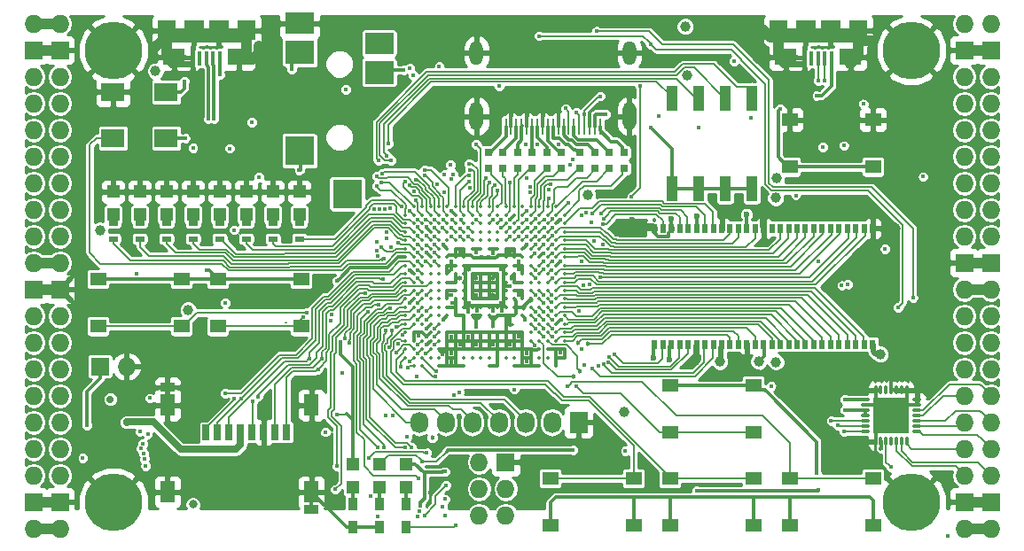
<source format=gtl>
G04 #@! TF.FileFunction,Copper,L1,Top,Signal*
%FSLAX46Y46*%
G04 Gerber Fmt 4.6, Leading zero omitted, Abs format (unit mm)*
G04 Created by KiCad (PCBNEW 4.0.7+dfsg1-1) date Sat Feb 17 10:48:56 2018*
%MOMM*%
%LPD*%
G01*
G04 APERTURE LIST*
%ADD10C,0.100000*%
%ADD11O,1.727200X1.727200*%
%ADD12R,1.727200X1.727200*%
%ADD13C,5.500000*%
%ADD14R,0.900000X1.200000*%
%ADD15R,2.100000X1.600000*%
%ADD16R,1.900000X1.900000*%
%ADD17R,0.400000X1.350000*%
%ADD18R,1.800000X1.900000*%
%ADD19O,0.850000X0.300000*%
%ADD20O,0.300000X0.850000*%
%ADD21R,1.675000X1.675000*%
%ADD22R,1.727200X2.032000*%
%ADD23O,1.727200X2.032000*%
%ADD24R,1.550000X1.300000*%
%ADD25R,1.120000X2.440000*%
%ADD26C,0.350000*%
%ADD27R,1.200000X1.200000*%
%ADD28R,2.800000X2.000000*%
%ADD29R,2.800000X2.200000*%
%ADD30R,2.800000X2.800000*%
%ADD31O,1.300000X2.700000*%
%ADD32O,1.300000X2.300000*%
%ADD33R,0.250000X1.600000*%
%ADD34R,0.700000X1.500000*%
%ADD35R,1.450000X0.900000*%
%ADD36R,1.450000X2.000000*%
%ADD37R,2.200000X1.800000*%
%ADD38R,0.560000X0.900000*%
%ADD39R,0.900000X0.500000*%
%ADD40R,0.750000X0.800000*%
%ADD41C,0.400000*%
%ADD42C,1.000000*%
%ADD43C,0.600000*%
%ADD44C,0.454000*%
%ADD45C,0.800000*%
%ADD46C,0.700000*%
%ADD47C,0.300000*%
%ADD48C,0.190000*%
%ADD49C,1.000000*%
%ADD50C,0.500000*%
%ADD51C,0.600000*%
%ADD52C,0.200000*%
%ADD53C,0.700000*%
%ADD54C,0.127000*%
%ADD55C,0.254000*%
G04 APERTURE END LIST*
D10*
D11*
X97910000Y-62690000D03*
X95370000Y-62690000D03*
D12*
X97910000Y-65230000D03*
X95370000Y-65230000D03*
D11*
X97910000Y-67770000D03*
X95370000Y-67770000D03*
X97910000Y-70310000D03*
X95370000Y-70310000D03*
X97910000Y-72850000D03*
X95370000Y-72850000D03*
X97910000Y-75390000D03*
X95370000Y-75390000D03*
X97910000Y-77930000D03*
X95370000Y-77930000D03*
X97910000Y-80470000D03*
X95370000Y-80470000D03*
X97910000Y-83010000D03*
X95370000Y-83010000D03*
X97910000Y-85550000D03*
X95370000Y-85550000D03*
D12*
X97910000Y-88090000D03*
X95370000Y-88090000D03*
D11*
X97910000Y-90630000D03*
X95370000Y-90630000D03*
X97910000Y-93170000D03*
X95370000Y-93170000D03*
X97910000Y-95710000D03*
X95370000Y-95710000D03*
X97910000Y-98250000D03*
X95370000Y-98250000D03*
X97910000Y-100790000D03*
X95370000Y-100790000D03*
X97910000Y-103330000D03*
X95370000Y-103330000D03*
X97910000Y-105870000D03*
X95370000Y-105870000D03*
D12*
X97910000Y-108410000D03*
X95370000Y-108410000D03*
D11*
X97910000Y-110950000D03*
X95370000Y-110950000D03*
X184270000Y-110950000D03*
X186810000Y-110950000D03*
D12*
X184270000Y-108410000D03*
X186810000Y-108410000D03*
D11*
X184270000Y-105870000D03*
X186810000Y-105870000D03*
X184270000Y-103330000D03*
X186810000Y-103330000D03*
X184270000Y-100790000D03*
X186810000Y-100790000D03*
X184270000Y-98250000D03*
X186810000Y-98250000D03*
X184270000Y-95710000D03*
X186810000Y-95710000D03*
X184270000Y-93170000D03*
X186810000Y-93170000D03*
X184270000Y-90630000D03*
X186810000Y-90630000D03*
X184270000Y-88090000D03*
X186810000Y-88090000D03*
D12*
X184270000Y-85550000D03*
X186810000Y-85550000D03*
D11*
X184270000Y-83010000D03*
X186810000Y-83010000D03*
X184270000Y-80470000D03*
X186810000Y-80470000D03*
X184270000Y-77930000D03*
X186810000Y-77930000D03*
X184270000Y-75390000D03*
X186810000Y-75390000D03*
X184270000Y-72850000D03*
X186810000Y-72850000D03*
X184270000Y-70310000D03*
X186810000Y-70310000D03*
X184270000Y-67770000D03*
X186810000Y-67770000D03*
D12*
X184270000Y-65230000D03*
X186810000Y-65230000D03*
D11*
X184270000Y-62690000D03*
X186810000Y-62690000D03*
D13*
X102990000Y-108410000D03*
X179190000Y-108410000D03*
X179190000Y-65230000D03*
X102990000Y-65230000D03*
D12*
X101720000Y-95456000D03*
D11*
X104260000Y-95456000D03*
D14*
X128390000Y-108580000D03*
X128390000Y-110780000D03*
X130930000Y-110780000D03*
X130930000Y-108580000D03*
D15*
X114980000Y-65875000D03*
X108780000Y-65875000D03*
D16*
X113080000Y-63325000D03*
X110680000Y-63325000D03*
D17*
X113180000Y-66000000D03*
X112530000Y-66000000D03*
X111880000Y-66000000D03*
X111230000Y-66000000D03*
X110580000Y-66000000D03*
D18*
X115680000Y-63325000D03*
X108080000Y-63325000D03*
D15*
X173400000Y-65875000D03*
X167200000Y-65875000D03*
D16*
X171500000Y-63325000D03*
X169100000Y-63325000D03*
D17*
X171600000Y-66000000D03*
X170950000Y-66000000D03*
X170300000Y-66000000D03*
X169650000Y-66000000D03*
X169000000Y-66000000D03*
D18*
X174100000Y-63325000D03*
X166500000Y-63325000D03*
D12*
X140455000Y-104600000D03*
D11*
X137915000Y-104600000D03*
X140455000Y-107140000D03*
X137915000Y-107140000D03*
X140455000Y-109680000D03*
X137915000Y-109680000D03*
D19*
X179735000Y-101655000D03*
X179735000Y-101155000D03*
X179735000Y-100655000D03*
X179735000Y-100155000D03*
X179735000Y-99655000D03*
X179735000Y-99155000D03*
X179735000Y-98655000D03*
D20*
X178785000Y-97705000D03*
X178285000Y-97705000D03*
X177785000Y-97705000D03*
X177285000Y-97705000D03*
X176785000Y-97705000D03*
X176285000Y-97705000D03*
X175785000Y-97705000D03*
D19*
X174835000Y-98655000D03*
X174835000Y-99155000D03*
X174835000Y-99655000D03*
X174835000Y-100155000D03*
X174835000Y-100655000D03*
X174835000Y-101155000D03*
X174835000Y-101655000D03*
D20*
X175785000Y-102605000D03*
X176285000Y-102605000D03*
X176785000Y-102605000D03*
X177285000Y-102605000D03*
X177785000Y-102605000D03*
X178285000Y-102605000D03*
X178785000Y-102605000D03*
D21*
X176447500Y-99317500D03*
X176447500Y-100992500D03*
X178122500Y-99317500D03*
X178122500Y-100992500D03*
D22*
X147440000Y-100790000D03*
D23*
X144900000Y-100790000D03*
X142360000Y-100790000D03*
X139820000Y-100790000D03*
X137280000Y-100790000D03*
X134740000Y-100790000D03*
X132200000Y-100790000D03*
D24*
X175550000Y-71870000D03*
X175550000Y-76370000D03*
X167590000Y-76370000D03*
X167590000Y-71870000D03*
X101550000Y-91610000D03*
X101550000Y-87110000D03*
X109510000Y-87110000D03*
X109510000Y-91610000D03*
X112980000Y-91610000D03*
X112980000Y-87110000D03*
X120940000Y-87110000D03*
X120940000Y-91610000D03*
X156160000Y-101770000D03*
X156160000Y-97270000D03*
X164120000Y-97270000D03*
X164120000Y-101770000D03*
X164120000Y-106160000D03*
X164120000Y-110660000D03*
X156160000Y-110660000D03*
X156160000Y-106160000D03*
X152690000Y-106160000D03*
X152690000Y-110660000D03*
X144730000Y-110660000D03*
X144730000Y-106160000D03*
X175550000Y-106160000D03*
X175550000Y-110660000D03*
X167590000Y-110660000D03*
X167590000Y-106160000D03*
D25*
X156330000Y-78425000D03*
X163950000Y-69815000D03*
X158870000Y-78425000D03*
X161410000Y-69815000D03*
X161410000Y-78425000D03*
X158870000Y-69815000D03*
X163950000Y-78425000D03*
X156330000Y-69815000D03*
D26*
X131680000Y-80200000D03*
X132480000Y-80200000D03*
X133280000Y-80200000D03*
X134080000Y-80200000D03*
X134880000Y-80200000D03*
X135680000Y-80200000D03*
X136480000Y-80200000D03*
X137280000Y-80200000D03*
X138080000Y-80200000D03*
X138880000Y-80200000D03*
X139680000Y-80200000D03*
X140480000Y-80200000D03*
X141280000Y-80200000D03*
X142080000Y-80200000D03*
X142880000Y-80200000D03*
X143680000Y-80200000D03*
X144480000Y-80200000D03*
X145280000Y-80200000D03*
X130880000Y-81000000D03*
X131680000Y-81000000D03*
X132480000Y-81000000D03*
X133280000Y-81000000D03*
X134080000Y-81000000D03*
X134880000Y-81000000D03*
X135680000Y-81000000D03*
X136480000Y-81000000D03*
X137280000Y-81000000D03*
X138080000Y-81000000D03*
X138880000Y-81000000D03*
X139680000Y-81000000D03*
X140480000Y-81000000D03*
X141280000Y-81000000D03*
X142080000Y-81000000D03*
X142880000Y-81000000D03*
X143680000Y-81000000D03*
X144480000Y-81000000D03*
X145280000Y-81000000D03*
X146080000Y-81000000D03*
X130880000Y-81800000D03*
X131680000Y-81800000D03*
X132480000Y-81800000D03*
X133280000Y-81800000D03*
X134080000Y-81800000D03*
X134880000Y-81800000D03*
X135680000Y-81800000D03*
X136480000Y-81800000D03*
X137280000Y-81800000D03*
X138080000Y-81800000D03*
X138880000Y-81800000D03*
X139680000Y-81800000D03*
X140480000Y-81800000D03*
X141280000Y-81800000D03*
X142080000Y-81800000D03*
X142880000Y-81800000D03*
X143680000Y-81800000D03*
X144480000Y-81800000D03*
X145280000Y-81800000D03*
X146080000Y-81800000D03*
X130880000Y-82600000D03*
X131680000Y-82600000D03*
X132480000Y-82600000D03*
X133280000Y-82600000D03*
X134080000Y-82600000D03*
X134880000Y-82600000D03*
X135680000Y-82600000D03*
X136480000Y-82600000D03*
X137280000Y-82600000D03*
X138080000Y-82600000D03*
X138880000Y-82600000D03*
X139680000Y-82600000D03*
X140480000Y-82600000D03*
X141280000Y-82600000D03*
X142080000Y-82600000D03*
X142880000Y-82600000D03*
X143680000Y-82600000D03*
X144480000Y-82600000D03*
X145280000Y-82600000D03*
X146080000Y-82600000D03*
X130880000Y-83400000D03*
X131680000Y-83400000D03*
X132480000Y-83400000D03*
X133280000Y-83400000D03*
X134080000Y-83400000D03*
X134880000Y-83400000D03*
X135680000Y-83400000D03*
X136480000Y-83400000D03*
X137280000Y-83400000D03*
X138080000Y-83400000D03*
X138880000Y-83400000D03*
X139680000Y-83400000D03*
X140480000Y-83400000D03*
X141280000Y-83400000D03*
X142080000Y-83400000D03*
X142880000Y-83400000D03*
X143680000Y-83400000D03*
X144480000Y-83400000D03*
X145280000Y-83400000D03*
X146080000Y-83400000D03*
X130880000Y-84200000D03*
X131680000Y-84200000D03*
X132480000Y-84200000D03*
X133280000Y-84200000D03*
X134080000Y-84200000D03*
X134880000Y-84200000D03*
X135680000Y-84200000D03*
X136480000Y-84200000D03*
X137280000Y-84200000D03*
X138080000Y-84200000D03*
X138880000Y-84200000D03*
X139680000Y-84200000D03*
X140480000Y-84200000D03*
X141280000Y-84200000D03*
X142080000Y-84200000D03*
X142880000Y-84200000D03*
X143680000Y-84200000D03*
X144480000Y-84200000D03*
X145280000Y-84200000D03*
X146080000Y-84200000D03*
X130880000Y-85000000D03*
X131680000Y-85000000D03*
X132480000Y-85000000D03*
X133280000Y-85000000D03*
X134080000Y-85000000D03*
X134880000Y-85000000D03*
X135680000Y-85000000D03*
X136480000Y-85000000D03*
X137280000Y-85000000D03*
X138080000Y-85000000D03*
X138880000Y-85000000D03*
X139680000Y-85000000D03*
X140480000Y-85000000D03*
X141280000Y-85000000D03*
X142080000Y-85000000D03*
X142880000Y-85000000D03*
X143680000Y-85000000D03*
X144480000Y-85000000D03*
X145280000Y-85000000D03*
X146080000Y-85000000D03*
X130880000Y-85800000D03*
X131680000Y-85800000D03*
X132480000Y-85800000D03*
X133280000Y-85800000D03*
X134080000Y-85800000D03*
X134880000Y-85800000D03*
X135680000Y-85800000D03*
X136480000Y-85800000D03*
X137280000Y-85800000D03*
X138080000Y-85800000D03*
X138880000Y-85800000D03*
X139680000Y-85800000D03*
X140480000Y-85800000D03*
X141280000Y-85800000D03*
X142080000Y-85800000D03*
X142880000Y-85800000D03*
X143680000Y-85800000D03*
X144480000Y-85800000D03*
X145280000Y-85800000D03*
X146080000Y-85800000D03*
X130880000Y-86600000D03*
X131680000Y-86600000D03*
X132480000Y-86600000D03*
X133280000Y-86600000D03*
X134080000Y-86600000D03*
X134880000Y-86600000D03*
X135680000Y-86600000D03*
X136480000Y-86600000D03*
X137280000Y-86600000D03*
X138080000Y-86600000D03*
X138880000Y-86600000D03*
X139680000Y-86600000D03*
X140480000Y-86600000D03*
X141280000Y-86600000D03*
X142080000Y-86600000D03*
X142880000Y-86600000D03*
X143680000Y-86600000D03*
X144480000Y-86600000D03*
X145280000Y-86600000D03*
X146080000Y-86600000D03*
X130880000Y-87400000D03*
X131680000Y-87400000D03*
X132480000Y-87400000D03*
X133280000Y-87400000D03*
X134080000Y-87400000D03*
X134880000Y-87400000D03*
X135680000Y-87400000D03*
X136480000Y-87400000D03*
X137280000Y-87400000D03*
X138080000Y-87400000D03*
X138880000Y-87400000D03*
X139680000Y-87400000D03*
X140480000Y-87400000D03*
X141280000Y-87400000D03*
X142080000Y-87400000D03*
X142880000Y-87400000D03*
X143680000Y-87400000D03*
X144480000Y-87400000D03*
X145280000Y-87400000D03*
X146080000Y-87400000D03*
X130880000Y-88200000D03*
X131680000Y-88200000D03*
X132480000Y-88200000D03*
X133280000Y-88200000D03*
X134080000Y-88200000D03*
X134880000Y-88200000D03*
X135680000Y-88200000D03*
X136480000Y-88200000D03*
X137280000Y-88200000D03*
X138080000Y-88200000D03*
X138880000Y-88200000D03*
X139680000Y-88200000D03*
X140480000Y-88200000D03*
X141280000Y-88200000D03*
X142080000Y-88200000D03*
X142880000Y-88200000D03*
X143680000Y-88200000D03*
X144480000Y-88200000D03*
X145280000Y-88200000D03*
X146080000Y-88200000D03*
X130880000Y-89000000D03*
X131680000Y-89000000D03*
X132480000Y-89000000D03*
X133280000Y-89000000D03*
X134080000Y-89000000D03*
X134880000Y-89000000D03*
X135680000Y-89000000D03*
X136480000Y-89000000D03*
X137280000Y-89000000D03*
X138080000Y-89000000D03*
X138880000Y-89000000D03*
X139680000Y-89000000D03*
X140480000Y-89000000D03*
X141280000Y-89000000D03*
X142080000Y-89000000D03*
X142880000Y-89000000D03*
X143680000Y-89000000D03*
X144480000Y-89000000D03*
X145280000Y-89000000D03*
X146080000Y-89000000D03*
X130880000Y-89800000D03*
X131680000Y-89800000D03*
X132480000Y-89800000D03*
X133280000Y-89800000D03*
X134080000Y-89800000D03*
X134880000Y-89800000D03*
X135680000Y-89800000D03*
X136480000Y-89800000D03*
X137280000Y-89800000D03*
X138080000Y-89800000D03*
X138880000Y-89800000D03*
X139680000Y-89800000D03*
X140480000Y-89800000D03*
X141280000Y-89800000D03*
X142080000Y-89800000D03*
X142880000Y-89800000D03*
X143680000Y-89800000D03*
X144480000Y-89800000D03*
X145280000Y-89800000D03*
X146080000Y-89800000D03*
X130880000Y-90600000D03*
X131680000Y-90600000D03*
X132480000Y-90600000D03*
X133280000Y-90600000D03*
X134080000Y-90600000D03*
X134880000Y-90600000D03*
X135680000Y-90600000D03*
X136480000Y-90600000D03*
X137280000Y-90600000D03*
X138080000Y-90600000D03*
X138880000Y-90600000D03*
X139680000Y-90600000D03*
X140480000Y-90600000D03*
X141280000Y-90600000D03*
X142080000Y-90600000D03*
X142880000Y-90600000D03*
X143680000Y-90600000D03*
X144480000Y-90600000D03*
X145280000Y-90600000D03*
X146080000Y-90600000D03*
X130880000Y-91400000D03*
X131680000Y-91400000D03*
X132480000Y-91400000D03*
X133280000Y-91400000D03*
X134080000Y-91400000D03*
X142880000Y-91400000D03*
X143680000Y-91400000D03*
X144480000Y-91400000D03*
X145280000Y-91400000D03*
X146080000Y-91400000D03*
X130880000Y-92200000D03*
X131680000Y-92200000D03*
X132480000Y-92200000D03*
X133280000Y-92200000D03*
X134080000Y-92200000D03*
X134880000Y-92200000D03*
X135680000Y-92200000D03*
X136480000Y-92200000D03*
X137280000Y-92200000D03*
X138080000Y-92200000D03*
X138880000Y-92200000D03*
X139680000Y-92200000D03*
X140480000Y-92200000D03*
X141280000Y-92200000D03*
X142080000Y-92200000D03*
X142880000Y-92200000D03*
X143680000Y-92200000D03*
X144480000Y-92200000D03*
X145280000Y-92200000D03*
X146080000Y-92200000D03*
X130880000Y-93000000D03*
X131680000Y-93000000D03*
X132480000Y-93000000D03*
X133280000Y-93000000D03*
X134080000Y-93000000D03*
X134880000Y-93000000D03*
X135680000Y-93000000D03*
X136480000Y-93000000D03*
X137280000Y-93000000D03*
X138080000Y-93000000D03*
X138880000Y-93000000D03*
X139680000Y-93000000D03*
X140480000Y-93000000D03*
X141280000Y-93000000D03*
X142080000Y-93000000D03*
X142880000Y-93000000D03*
X143680000Y-93000000D03*
X144480000Y-93000000D03*
X145280000Y-93000000D03*
X146080000Y-93000000D03*
X130880000Y-93800000D03*
X131680000Y-93800000D03*
X132480000Y-93800000D03*
X133280000Y-93800000D03*
X134080000Y-93800000D03*
X134880000Y-93800000D03*
X135680000Y-93800000D03*
X136480000Y-93800000D03*
X137280000Y-93800000D03*
X138080000Y-93800000D03*
X138880000Y-93800000D03*
X139680000Y-93800000D03*
X140480000Y-93800000D03*
X141280000Y-93800000D03*
X142080000Y-93800000D03*
X142880000Y-93800000D03*
X143680000Y-93800000D03*
X144480000Y-93800000D03*
X145280000Y-93800000D03*
X146080000Y-93800000D03*
X130880000Y-94600000D03*
X131680000Y-94600000D03*
X132480000Y-94600000D03*
X133280000Y-94600000D03*
X134080000Y-94600000D03*
X134880000Y-94600000D03*
X135680000Y-94600000D03*
X136480000Y-94600000D03*
X137280000Y-94600000D03*
X138080000Y-94600000D03*
X138880000Y-94600000D03*
X139680000Y-94600000D03*
X140480000Y-94600000D03*
X141280000Y-94600000D03*
X142080000Y-94600000D03*
X142880000Y-94600000D03*
X143680000Y-94600000D03*
X144480000Y-94600000D03*
X145280000Y-94600000D03*
X146080000Y-94600000D03*
X131680000Y-95400000D03*
X132480000Y-95400000D03*
X134080000Y-95400000D03*
X134880000Y-95400000D03*
X135680000Y-95400000D03*
X136480000Y-95400000D03*
X138880000Y-95400000D03*
X139680000Y-95400000D03*
X141280000Y-95400000D03*
X142080000Y-95400000D03*
X142880000Y-95400000D03*
X143680000Y-95400000D03*
X145280000Y-95400000D03*
D27*
X125850000Y-104770000D03*
X125850000Y-106970000D03*
D14*
X125850000Y-108580000D03*
X125850000Y-110780000D03*
D27*
X128390000Y-104770000D03*
X128390000Y-106970000D03*
X120770000Y-80935000D03*
X120770000Y-78735000D03*
X118230000Y-80935000D03*
X118230000Y-78735000D03*
X115690000Y-80935000D03*
X115690000Y-78735000D03*
X113150000Y-80935000D03*
X113150000Y-78735000D03*
X110610000Y-80935000D03*
X110610000Y-78735000D03*
X108070000Y-80935000D03*
X108070000Y-78735000D03*
X105530000Y-80935000D03*
X105530000Y-78735000D03*
X102990000Y-80935000D03*
X102990000Y-78735000D03*
X130930000Y-104770000D03*
X130930000Y-106970000D03*
D28*
X120780000Y-62648000D03*
D29*
X120780000Y-65448000D03*
D30*
X120780000Y-74848000D03*
X125330000Y-78948000D03*
D29*
X128380000Y-67348000D03*
D28*
X128380000Y-64548000D03*
D31*
X152280000Y-71550000D03*
X137680000Y-71550000D03*
D32*
X137680000Y-65500000D03*
D33*
X140480000Y-72500000D03*
X140980000Y-72500000D03*
X141480000Y-72500000D03*
X141980000Y-72500000D03*
X142480000Y-72500000D03*
X142980000Y-72500000D03*
X143480000Y-72500000D03*
X143980000Y-72500000D03*
X144480000Y-72500000D03*
X144980000Y-72500000D03*
X145480000Y-72500000D03*
X145980000Y-72500000D03*
X146480000Y-72500000D03*
X146980000Y-72500000D03*
X147480000Y-72500000D03*
X147980000Y-72500000D03*
X148480000Y-72500000D03*
X148980000Y-72500000D03*
X149480000Y-72500000D03*
D32*
X152280000Y-65500000D03*
D34*
X111850000Y-101750000D03*
X112950000Y-101750000D03*
X114050000Y-101750000D03*
X115150000Y-101750000D03*
X116250000Y-101750000D03*
X117350000Y-101750000D03*
X118450000Y-101750000D03*
X119550000Y-101750000D03*
D35*
X108175000Y-97450000D03*
X121925000Y-109150000D03*
D36*
X121925000Y-99150000D03*
X108175000Y-99150000D03*
X108175000Y-107450000D03*
X121925000Y-107450000D03*
D37*
X108040000Y-69220000D03*
X102960000Y-69220000D03*
X102960000Y-73620000D03*
X108040000Y-73620000D03*
D38*
X175493000Y-82270000D03*
X154693000Y-93330000D03*
X155493000Y-93330000D03*
X156293000Y-93330000D03*
X157093000Y-93330000D03*
X157893000Y-93330000D03*
X158693000Y-93330000D03*
X159493000Y-93330000D03*
X160293000Y-93330000D03*
X161093000Y-93330000D03*
X161893000Y-93330000D03*
X162693000Y-93330000D03*
X163493000Y-93330000D03*
X164293000Y-93330000D03*
X165093000Y-93330000D03*
X165893000Y-93330000D03*
X166693000Y-93330000D03*
X167493000Y-93330000D03*
X168293000Y-93330000D03*
X169093000Y-93330000D03*
X169893000Y-93330000D03*
X170693000Y-93330000D03*
X171493000Y-93330000D03*
X172293000Y-93330000D03*
X173093000Y-93330000D03*
X173893000Y-93330000D03*
X174693000Y-93330000D03*
X175493000Y-93330000D03*
X174693000Y-82270000D03*
X173893000Y-82270000D03*
X173093000Y-82270000D03*
X172293000Y-82270000D03*
X171493000Y-82270000D03*
X170693000Y-82270000D03*
X169893000Y-82270000D03*
X169093000Y-82270000D03*
X168293000Y-82270000D03*
X167493000Y-82270000D03*
X166693000Y-82270000D03*
X165893000Y-82270000D03*
X165093000Y-82270000D03*
X164293000Y-82270000D03*
X163493000Y-82270000D03*
X162693000Y-82270000D03*
X161893000Y-82270000D03*
X161093000Y-82270000D03*
X160293000Y-82270000D03*
X159493000Y-82270000D03*
X158693000Y-82270000D03*
X157893000Y-82270000D03*
X157093000Y-82270000D03*
X156293000Y-82270000D03*
X155493000Y-82270000D03*
X154693000Y-82270000D03*
D39*
X120770000Y-83252000D03*
X120770000Y-81752000D03*
X118230000Y-83252000D03*
X118230000Y-81752000D03*
X115690000Y-83252000D03*
X115690000Y-81752000D03*
X113150000Y-83252000D03*
X113150000Y-81752000D03*
X110610000Y-83252000D03*
X110610000Y-81752000D03*
X108070000Y-83252000D03*
X108070000Y-81752000D03*
X105530000Y-83252000D03*
X105530000Y-81752000D03*
X102990000Y-83252000D03*
X102990000Y-81752000D03*
D40*
X150361000Y-75021000D03*
X150361000Y-76521000D03*
X151758000Y-75021000D03*
X151758000Y-76521000D03*
X140201000Y-75021000D03*
X140201000Y-76521000D03*
X142995000Y-75021000D03*
X142995000Y-76521000D03*
X145789000Y-75021000D03*
X145789000Y-76521000D03*
X148964000Y-75021000D03*
X148964000Y-76521000D03*
X138804000Y-75021000D03*
X138804000Y-76521000D03*
X141598000Y-75021000D03*
X141598000Y-76521000D03*
X144392000Y-75021000D03*
X144392000Y-76521000D03*
X147567000Y-75009000D03*
X147567000Y-76509000D03*
D41*
X173856000Y-71538990D03*
D42*
X164947008Y-63194069D03*
X175494572Y-64322557D03*
D41*
X135342764Y-89381630D03*
X144103496Y-84660400D03*
D42*
X177658444Y-82281349D03*
D41*
X145680000Y-81405125D03*
X145691238Y-94166752D03*
X145759873Y-91010176D03*
D43*
X152525938Y-81463870D03*
D42*
X162956098Y-95078488D03*
X158539988Y-94868772D03*
D43*
X161075765Y-80992022D03*
X164882869Y-80938986D03*
X156262773Y-81349374D03*
X123437000Y-108972000D03*
D41*
X132871770Y-84533979D03*
X132862998Y-82124544D03*
X131278306Y-86213101D03*
X135281276Y-80583119D03*
X131279502Y-89407325D03*
X170309539Y-85441529D03*
X145672808Y-85396062D03*
X133216000Y-107465000D03*
X137680000Y-88600000D03*
X142480000Y-95000000D03*
X141680000Y-92600000D03*
X140836000Y-84534000D03*
X135284627Y-94985297D03*
X135288625Y-94225619D03*
X134455822Y-94267172D03*
X136095958Y-93369652D03*
D44*
X139264636Y-91615205D03*
D42*
X116880503Y-64802940D03*
X106974809Y-64953974D03*
D41*
X177285000Y-95710000D03*
X140880000Y-81400000D03*
X140874194Y-91433353D03*
X142480000Y-94200000D03*
X140880000Y-93400000D03*
X139280000Y-93400000D03*
X137680000Y-93400000D03*
X136880000Y-92600000D03*
X135280000Y-92600000D03*
X132880000Y-91800000D03*
X132880000Y-93400000D03*
D44*
X141042859Y-86994997D03*
X139280000Y-87000000D03*
X136110990Y-86995403D03*
X137680000Y-87000000D03*
X136080000Y-84600000D03*
X139280000Y-88600000D03*
D42*
X157807568Y-67669269D03*
X101707889Y-82423180D03*
X107021491Y-67228122D03*
X166284693Y-95025145D03*
X166248957Y-79348409D03*
X166343357Y-77477990D03*
D41*
X172564535Y-87722010D03*
X150030853Y-71331848D03*
D42*
X157600000Y-62944000D03*
X148268387Y-79050018D03*
D41*
X134124945Y-66775980D03*
X139864366Y-68665673D03*
X137659051Y-91638034D03*
X135273306Y-88618602D03*
X135280000Y-86200000D03*
X135280000Y-85440000D03*
X158870000Y-72596000D03*
X114513935Y-82409431D03*
X116912932Y-77355158D03*
X109760378Y-68177900D03*
X109840000Y-73620000D03*
X132110753Y-92527478D03*
X113658000Y-89360000D03*
X165803369Y-97344883D03*
D42*
X160905403Y-95006436D03*
D43*
X158731133Y-81048929D03*
X154593901Y-94607945D03*
X156088245Y-94762980D03*
D42*
X164625730Y-94982471D03*
D43*
X163462982Y-80942429D03*
D42*
X176254940Y-94288458D03*
D45*
X110593913Y-108636458D03*
D41*
X180340784Y-77316932D03*
X173137949Y-87594275D03*
D46*
X102710050Y-98594954D03*
D41*
X129005202Y-100174798D03*
X172834633Y-99599920D03*
X172879922Y-98618650D03*
X176305593Y-103279812D03*
X100080000Y-104200000D03*
X139272517Y-84611349D03*
X137680556Y-84534085D03*
X141680000Y-86200000D03*
X132880000Y-92600000D03*
X141680000Y-88600000D03*
X141680000Y-85400000D03*
X129983242Y-91668979D03*
X121431221Y-90311593D03*
X121088335Y-90753785D03*
X130583026Y-92475628D03*
X146394787Y-97333919D03*
X143300000Y-86220000D03*
X147175985Y-97333919D03*
X147700000Y-93820000D03*
X144900000Y-91820000D03*
X142277990Y-91000000D03*
D42*
X110128890Y-90028152D03*
D41*
X142480000Y-83800000D03*
X134480000Y-83800000D03*
X134480000Y-91000000D03*
X125193541Y-68962993D03*
X155115280Y-71563465D03*
X105245010Y-86595559D03*
X170182962Y-69571012D03*
X170362901Y-107286196D03*
X158716651Y-107325176D03*
X136028224Y-97922729D03*
X128216338Y-109760338D03*
X132708000Y-109680000D03*
X134750646Y-106810513D03*
X133680000Y-91800000D03*
X135517016Y-98167170D03*
X134675868Y-108131585D03*
D44*
X133449289Y-102232615D03*
D41*
X133680000Y-92600000D03*
X132936956Y-103711000D03*
X127385678Y-104203668D03*
X133685482Y-93402296D03*
X134463998Y-108841973D03*
X131986331Y-96404793D03*
X131039072Y-102187000D03*
X134636872Y-109719950D03*
X132846234Y-94197073D03*
X176700000Y-84220000D03*
X143260000Y-84620000D03*
X120739932Y-76694083D03*
X130704878Y-67105564D03*
X147983153Y-71347080D03*
X149475951Y-69619684D03*
X147186000Y-71200000D03*
X121687479Y-94718249D03*
X128776655Y-87127857D03*
X132083026Y-86260405D03*
X113700000Y-98020000D03*
X116325960Y-98790853D03*
X122932649Y-94724357D03*
X124849021Y-96102869D03*
X122527919Y-95725900D03*
X116198000Y-72088000D03*
X127586603Y-107875044D03*
X113157250Y-67567056D03*
X146180000Y-70800000D03*
X131453853Y-103208291D03*
X149771692Y-81825658D03*
X144080000Y-86200000D03*
X149533922Y-86909940D03*
X144894316Y-86977564D03*
X144896700Y-83835368D03*
X149549750Y-80868432D03*
D44*
X147343891Y-93217126D03*
D41*
X144113248Y-92588762D03*
X144875155Y-86292748D03*
X149846468Y-81303978D03*
X148696112Y-80861847D03*
X144916886Y-82991356D03*
D44*
X148349010Y-93322307D03*
D41*
X144882352Y-92577990D03*
X144902941Y-90956495D03*
X148747982Y-95669626D03*
X144867244Y-90112484D03*
X149795895Y-95251084D03*
X144855814Y-89268481D03*
X150278898Y-95040253D03*
X150345974Y-94517527D03*
X144877648Y-88622010D03*
X150889207Y-94332565D03*
X143280000Y-87000000D03*
X130211351Y-93284273D03*
X131084713Y-95564177D03*
X130422000Y-95456000D03*
X131316164Y-94959140D03*
X130053332Y-94113207D03*
X132031990Y-93400000D03*
X129371747Y-93601166D03*
X141280657Y-97642010D03*
X133852393Y-95875797D03*
X133762848Y-96395146D03*
X132080000Y-94200000D03*
X128622659Y-84064643D03*
X105895603Y-103765816D03*
X130839477Y-103208987D03*
X129449238Y-89873934D03*
X132075624Y-89410644D03*
X128806823Y-103185900D03*
X128312094Y-89556924D03*
X132162861Y-106185868D03*
X132880000Y-88600000D03*
X127040053Y-88426410D03*
X124322162Y-105002357D03*
X132080000Y-87000000D03*
X125525099Y-93236764D03*
X124202418Y-107207639D03*
X110599084Y-74589383D03*
X132024412Y-109766775D03*
X114104080Y-74612196D03*
X132219727Y-109277292D03*
X115190634Y-98572389D03*
X131847310Y-79589886D03*
X132080000Y-81400000D03*
X132080007Y-82103333D03*
X132872609Y-82968555D03*
X133627359Y-81414685D03*
X133648389Y-82190597D03*
X131923295Y-77584853D03*
X130856828Y-77786820D03*
X129555604Y-91985990D03*
X132880000Y-91000000D03*
X129028593Y-91985999D03*
X132077338Y-91002010D03*
X131275302Y-80595752D03*
X130489904Y-80167235D03*
X128823114Y-85153560D03*
X132072985Y-85377990D03*
X133876016Y-78047133D03*
X134433979Y-82180155D03*
X163908850Y-71651861D03*
X135656559Y-110610712D03*
X132468001Y-104503413D03*
X146844288Y-103452739D03*
D46*
X104260000Y-100790000D03*
D41*
X114560994Y-98539563D03*
X116800000Y-98320000D03*
X111895217Y-86253790D03*
X165170594Y-97666317D03*
X170157734Y-105666345D03*
X169506589Y-107953726D03*
X142571021Y-82204353D03*
X143287402Y-83042010D03*
X170735900Y-74464979D03*
X168166438Y-79108038D03*
X151896383Y-103510715D03*
X112614274Y-71803529D03*
X112074854Y-71810535D03*
X143269694Y-93414905D03*
X177274002Y-105079115D03*
X172761273Y-101651681D03*
X143280000Y-91800000D03*
X172193360Y-101105663D03*
X144064831Y-91877646D03*
X144080000Y-90956495D03*
X171540304Y-100645743D03*
X135277990Y-82193851D03*
X129493343Y-75737814D03*
X136124555Y-82260038D03*
X129125079Y-75315804D03*
X135175257Y-76183471D03*
X136080000Y-83000000D03*
X129252218Y-74142461D03*
X142452365Y-77452681D03*
X142460000Y-83020000D03*
X172746637Y-74347988D03*
X143280000Y-83800000D03*
X170300000Y-68151000D03*
X170950000Y-68125562D03*
X125110333Y-92787995D03*
X124361185Y-87274371D03*
X124361184Y-87274370D03*
X182675150Y-111637626D03*
X166678914Y-70803555D03*
X123273881Y-101715917D03*
X129660000Y-100155000D03*
X127308270Y-90221456D03*
X132084049Y-88558274D03*
X128280000Y-103200000D03*
X120008000Y-67008000D03*
X133680000Y-83000000D03*
X129457990Y-80285112D03*
X133680000Y-83800000D03*
X128943593Y-80399729D03*
X130204628Y-83599483D03*
X128416582Y-80399850D03*
X127889625Y-80407426D03*
X133680000Y-85400000D03*
X140896226Y-87816226D03*
X140038941Y-89350966D03*
X136944530Y-89373464D03*
D44*
X136938110Y-86196311D03*
D41*
X140014602Y-86192969D03*
X139285803Y-90177691D03*
X137689001Y-90122990D03*
D42*
X151758000Y-99774000D03*
D41*
X136885174Y-90194826D03*
X140094890Y-90122990D03*
X128333179Y-75769807D03*
X134613000Y-78819000D03*
X135280000Y-83022010D03*
X154298000Y-72596000D03*
X100450000Y-101044000D03*
X132285867Y-108754446D03*
X134707351Y-105508447D03*
X139280000Y-81400000D03*
X139655424Y-78608374D03*
X139379957Y-78147460D03*
X138920852Y-77888686D03*
X138601223Y-77469664D03*
X137620226Y-74221760D03*
X137680000Y-81400000D03*
X136970301Y-76084594D03*
X137008313Y-76692245D03*
X136991219Y-77219258D03*
X136991219Y-77746651D03*
X135473100Y-77078127D03*
X136160979Y-81416027D03*
X135235465Y-77548522D03*
X135316968Y-81442010D03*
X134629088Y-77130506D03*
X134471370Y-81406751D03*
D44*
X146942280Y-96452058D03*
X147534467Y-95913260D03*
D41*
X147928857Y-95339016D03*
X143322010Y-91000657D03*
X149284391Y-95377990D03*
X144077013Y-90266968D03*
X147430953Y-90112484D03*
X144076240Y-89395301D03*
X143322010Y-90201951D03*
X147910791Y-87683418D03*
X144082832Y-88584510D03*
X143322010Y-88595030D03*
X148483539Y-87608166D03*
X144102010Y-85397219D03*
X144889349Y-85448737D03*
X147687390Y-85374093D03*
X149732494Y-83807694D03*
X144912409Y-84635817D03*
X148921512Y-83442010D03*
X144103186Y-83777990D03*
X144131413Y-83000000D03*
X148610661Y-81705858D03*
X144888125Y-82147345D03*
X144176662Y-82199998D03*
X148175253Y-80781550D03*
X147688311Y-80983115D03*
X144880008Y-81303333D03*
X142773842Y-78808575D03*
X142460000Y-81420000D03*
X142766742Y-78281611D03*
X142460000Y-80620000D03*
X144568886Y-78517622D03*
X144175043Y-81398770D03*
X144786095Y-78037454D03*
X146587441Y-76174058D03*
X143332651Y-82197990D03*
X146901448Y-75654906D03*
X143331031Y-81377293D03*
X145475531Y-74189389D03*
X141727010Y-82998875D03*
X141727010Y-82194937D03*
X140028978Y-82200000D03*
X140857990Y-77894044D03*
X142390990Y-74236149D03*
X140861329Y-83041266D03*
X143457010Y-74219135D03*
X140872990Y-82177164D03*
X132761172Y-77202673D03*
X132737245Y-76676207D03*
X128644933Y-77050030D03*
X128152012Y-77257840D03*
X128125571Y-78233647D03*
X128590544Y-77894041D03*
X131253134Y-78134216D03*
X106477197Y-98487772D03*
X131709326Y-78745875D03*
X132783339Y-81400004D03*
X132079024Y-82984045D03*
X129109095Y-82655074D03*
X105572759Y-101661319D03*
X106276126Y-101893466D03*
X132880889Y-83897835D03*
X129054383Y-83179239D03*
X129487667Y-84079929D03*
X132083682Y-83828056D03*
X105813763Y-102819336D03*
X128165458Y-83509725D03*
X132062099Y-84533979D03*
X105627254Y-103312241D03*
X128182016Y-84353737D03*
X105992720Y-104283802D03*
X133671942Y-84595200D03*
X128207686Y-84880123D03*
X106088753Y-104974041D03*
X132834641Y-85377990D03*
X123714874Y-91057383D03*
X124326000Y-100028000D03*
X124681087Y-93093755D03*
X132900000Y-90180000D03*
X123846546Y-90451525D03*
X132100000Y-90157990D03*
X137020172Y-78350165D03*
X162271466Y-66284958D03*
X136900000Y-82220000D03*
X131329207Y-66928055D03*
X174611510Y-70367022D03*
X136900000Y-83020000D03*
X131644095Y-67620000D03*
X177926984Y-89812061D03*
X153297112Y-68665673D03*
X154329326Y-64643767D03*
X152497066Y-79193467D03*
X146481406Y-79819384D03*
X143650666Y-63862520D03*
X179351513Y-88868327D03*
X149134122Y-63424051D03*
X140035989Y-81400000D03*
X144568886Y-79361633D03*
D47*
X154680000Y-81486121D02*
X154657528Y-81463649D01*
D48*
X119425148Y-91210000D02*
X119484873Y-91269725D01*
D47*
X174055999Y-71738989D02*
X173856000Y-71538990D01*
X174187010Y-71870000D02*
X174055999Y-71738989D01*
X175550000Y-71870000D02*
X174187010Y-71870000D01*
D49*
X165447007Y-63694068D02*
X164947008Y-63194069D01*
X165712939Y-63960000D02*
X165447007Y-63694068D01*
X166500000Y-63960000D02*
X165712939Y-63960000D01*
X174787466Y-64322557D02*
X175494572Y-64322557D01*
X174462557Y-64322557D02*
X174787466Y-64322557D01*
X174100000Y-63960000D02*
X174462557Y-64322557D01*
D47*
X135661630Y-89381630D02*
X135625606Y-89381630D01*
X135625606Y-89381630D02*
X135342764Y-89381630D01*
X135680000Y-89400000D02*
X135661630Y-89381630D01*
X139505001Y-90774999D02*
X139680000Y-90600000D01*
X139054999Y-90774999D02*
X139505001Y-90774999D01*
X138880000Y-90600000D02*
X139054999Y-90774999D01*
X105530000Y-78735000D02*
X102990000Y-78735000D01*
X108070000Y-78735000D02*
X105530000Y-78735000D01*
X110610000Y-78735000D02*
X108070000Y-78735000D01*
X113150000Y-78735000D02*
X110610000Y-78735000D01*
X115690000Y-78735000D02*
X113150000Y-78735000D01*
X118230000Y-78735000D02*
X115690000Y-78735000D01*
X120770000Y-78735000D02*
X118230000Y-78735000D01*
X152525938Y-81463870D02*
X152982068Y-81920000D01*
X152982068Y-81920000D02*
X154589000Y-81920000D01*
X154589000Y-81920000D02*
X154589000Y-82564717D01*
X154589000Y-82564717D02*
X154935999Y-82911716D01*
X154935999Y-82911716D02*
X154935999Y-82941601D01*
X154935999Y-82941601D02*
X154991399Y-82997001D01*
X156050001Y-82941601D02*
X156050001Y-82696040D01*
X154991399Y-82997001D02*
X155994601Y-82997001D01*
X155994601Y-82997001D02*
X156050001Y-82941601D01*
X156050001Y-82696040D02*
X156205000Y-82541041D01*
X156205000Y-82541041D02*
X156205000Y-81920000D01*
X144019600Y-84660400D02*
X144103496Y-84660400D01*
X143680000Y-85000000D02*
X144019600Y-84660400D01*
X177252609Y-82281349D02*
X177658444Y-82281349D01*
X177241260Y-82270000D02*
X177252609Y-82281349D01*
X145280000Y-81800000D02*
X145674875Y-81405125D01*
X145674875Y-81405125D02*
X145680000Y-81405125D01*
X145691238Y-93811238D02*
X145691238Y-93883910D01*
X145680000Y-93800000D02*
X145691238Y-93811238D01*
X145691238Y-93883910D02*
X145691238Y-94166752D01*
X145280000Y-91400000D02*
X145669824Y-91010176D01*
X145669824Y-91010176D02*
X145759873Y-91010176D01*
X121925000Y-107450000D02*
X121925000Y-109150000D01*
X163456097Y-94578489D02*
X162956098Y-95078488D01*
X163480000Y-94554586D02*
X163456097Y-94578489D01*
X163480000Y-93330000D02*
X163480000Y-94554586D01*
X158539988Y-93470012D02*
X158539988Y-94161666D01*
X158680000Y-93330000D02*
X158539988Y-93470012D01*
X158539988Y-94161666D02*
X158539988Y-94868772D01*
X161075765Y-81416286D02*
X161075765Y-80992022D01*
X161075765Y-82265765D02*
X161075765Y-81416286D01*
X161080000Y-82270000D02*
X161075765Y-82265765D01*
X164882869Y-82072869D02*
X164882869Y-81363250D01*
X165080000Y-82270000D02*
X164882869Y-82072869D01*
X164882869Y-81363250D02*
X164882869Y-80938986D01*
X156280000Y-82270000D02*
X156280000Y-81366601D01*
X156280000Y-81366601D02*
X156262773Y-81349374D01*
D50*
X175480000Y-82270000D02*
X177241260Y-82270000D01*
D47*
X148480000Y-71200000D02*
X149230000Y-70450000D01*
X148480000Y-72500000D02*
X148480000Y-71200000D01*
X145480000Y-72500000D02*
X145480000Y-71200000D01*
X143980000Y-72500000D02*
X143980000Y-71200000D01*
X142480000Y-72500000D02*
X142480000Y-71450000D01*
X142480000Y-71200000D02*
X142480000Y-71450000D01*
X140980000Y-72500000D02*
X140980000Y-71200000D01*
X134455822Y-94267172D02*
X134455822Y-94224178D01*
X134455822Y-94224178D02*
X134880000Y-93800000D01*
X123437000Y-108972000D02*
X125245000Y-110780000D01*
X125245000Y-110780000D02*
X125850000Y-110780000D01*
X125850000Y-110780000D02*
X125889531Y-110819531D01*
X125889531Y-110819531D02*
X126234488Y-110819531D01*
X126234488Y-110819531D02*
X126274019Y-110780000D01*
X126274019Y-110780000D02*
X127640000Y-110780000D01*
X127640000Y-110780000D02*
X128390000Y-110780000D01*
X121930000Y-107465000D02*
X123437000Y-108972000D01*
D49*
X184270000Y-65230000D02*
X186810000Y-65230000D01*
X184270000Y-85550000D02*
X186810000Y-85550000D01*
X184270000Y-108410000D02*
X186810000Y-108410000D01*
X95370000Y-108410000D02*
X97910000Y-108410000D01*
D50*
X97910000Y-88090000D02*
X98956608Y-87043392D01*
D47*
X98956608Y-87043392D02*
X98974574Y-87043392D01*
D50*
X97910000Y-88090000D02*
X99013590Y-89193590D01*
D47*
X99013590Y-89193590D02*
X99060056Y-89193590D01*
D49*
X95370000Y-88090000D02*
X97910000Y-88090000D01*
X95370000Y-65230000D02*
X97910000Y-65230000D01*
D47*
X139264636Y-90984636D02*
X139295364Y-90984636D01*
X139295364Y-90984636D02*
X139680000Y-90600000D01*
X132871770Y-84591770D02*
X132871770Y-84533979D01*
X133280000Y-85000000D02*
X132871770Y-84591770D01*
X133280000Y-82600000D02*
X132862998Y-82182998D01*
X132862998Y-82182998D02*
X132862998Y-82124544D01*
X131293101Y-86213101D02*
X131278306Y-86213101D01*
X131680000Y-86600000D02*
X131293101Y-86213101D01*
X140480000Y-90600000D02*
X140480000Y-92200000D01*
X135281276Y-80601276D02*
X135281276Y-80583119D01*
X135680000Y-81000000D02*
X135281276Y-80601276D01*
X131279502Y-89400498D02*
X131279502Y-89407325D01*
X131680000Y-89000000D02*
X131279502Y-89400498D01*
X145672808Y-85407192D02*
X145672808Y-85396062D01*
X145280000Y-85800000D02*
X145672808Y-85407192D01*
X137280000Y-89000000D02*
X137680000Y-88600000D01*
X142480000Y-94600000D02*
X142880000Y-94600000D01*
X142080000Y-94600000D02*
X142480000Y-94600000D01*
X142480000Y-94600000D02*
X142480000Y-95000000D01*
X141680000Y-92200000D02*
X142080000Y-92200000D01*
X141280000Y-92200000D02*
X141680000Y-92200000D01*
X141680000Y-92200000D02*
X141680000Y-92600000D01*
X141280000Y-84200000D02*
X141170000Y-84200000D01*
X141170000Y-84200000D02*
X140836000Y-84534000D01*
X135284627Y-95395373D02*
X135284627Y-95268139D01*
X135280000Y-95400000D02*
X135284627Y-95395373D01*
X135284627Y-95268139D02*
X135284627Y-94985297D01*
X135288625Y-93942777D02*
X135288625Y-94225619D01*
X135288625Y-93808625D02*
X135288625Y-93942777D01*
X135280000Y-93800000D02*
X135288625Y-93808625D01*
X134455822Y-94175822D02*
X134455822Y-94267172D01*
X134080000Y-93800000D02*
X134455822Y-94175822D01*
X145280000Y-94600000D02*
X145280000Y-95400000D01*
X143498655Y-93891906D02*
X143590561Y-93800000D01*
X143040733Y-93891906D02*
X143498655Y-93891906D01*
X142880000Y-93800000D02*
X142948827Y-93800000D01*
X142948827Y-93800000D02*
X143040733Y-93891906D01*
X143590561Y-93800000D02*
X143680000Y-93800000D01*
X145280000Y-93800000D02*
X144480000Y-93800000D01*
X146080000Y-94600000D02*
X146080000Y-93800000D01*
X145280000Y-94600000D02*
X146080000Y-94600000D01*
X142080000Y-95400000D02*
X142080000Y-94600000D01*
X142880000Y-95400000D02*
X142880000Y-94600000D01*
X142880000Y-95400000D02*
X143680000Y-95400000D01*
X142080000Y-95400000D02*
X142880000Y-95400000D01*
X141280000Y-95400000D02*
X142080000Y-95400000D01*
X142080000Y-93000000D02*
X142080000Y-93800000D01*
X138880000Y-92200000D02*
X138880000Y-93000000D01*
X139680000Y-92200000D02*
X139680000Y-93000000D01*
X140480000Y-93000000D02*
X140480000Y-92200000D01*
X141280000Y-93000000D02*
X141280000Y-92200000D01*
X142080000Y-93000000D02*
X141280000Y-93000000D01*
X142080000Y-92200000D02*
X142080000Y-93000000D01*
X140480000Y-92200000D02*
X141280000Y-92200000D01*
X139680000Y-92200000D02*
X140480000Y-92200000D01*
X138880000Y-92200000D02*
X139680000Y-92200000D01*
X138080000Y-92200000D02*
X138880000Y-92200000D01*
X136095958Y-93086810D02*
X136095958Y-93369652D01*
X136080000Y-93000000D02*
X136095958Y-93015958D01*
X136095958Y-93015958D02*
X136095958Y-93086810D01*
X139264636Y-91294179D02*
X139264636Y-91615205D01*
X139264636Y-90984636D02*
X139264636Y-91294179D01*
X138880000Y-90600000D02*
X139264636Y-90984636D01*
D49*
X116880503Y-65510046D02*
X116880503Y-64802940D01*
X116265561Y-66124988D02*
X116880503Y-65510046D01*
X115680000Y-65910000D02*
X115894988Y-66124988D01*
X115680000Y-63960000D02*
X115680000Y-65910000D01*
X115894988Y-66124988D02*
X116265561Y-66124988D01*
X107474808Y-64453975D02*
X106974809Y-64953974D01*
X107968783Y-63960000D02*
X107474808Y-64453975D01*
X108080000Y-63960000D02*
X107968783Y-63960000D01*
D47*
X175495631Y-72230631D02*
X175495631Y-71740274D01*
X175535000Y-72270000D02*
X175495631Y-72230631D01*
D51*
X108780000Y-66510000D02*
X110455000Y-66510000D01*
D47*
X110455000Y-66510000D02*
X110580000Y-66635000D01*
D49*
X108080000Y-63960000D02*
X108080000Y-65810000D01*
X108080000Y-65810000D02*
X108780000Y-66510000D01*
X115680000Y-63960000D02*
X115680000Y-65810000D01*
D47*
X115680000Y-65810000D02*
X114980000Y-66510000D01*
D49*
X113080000Y-63960000D02*
X115680000Y-63960000D01*
X110680000Y-63960000D02*
X113080000Y-63960000D01*
X108080000Y-63960000D02*
X110680000Y-63960000D01*
D51*
X167200000Y-66510000D02*
X168875000Y-66510000D01*
D47*
X168875000Y-66510000D02*
X169000000Y-66635000D01*
D49*
X174100000Y-63960000D02*
X174100000Y-65810000D01*
X174100000Y-65810000D02*
X173400000Y-66510000D01*
X166500000Y-63960000D02*
X166500000Y-65810000D01*
X166500000Y-65810000D02*
X167200000Y-66510000D01*
X171500000Y-63960000D02*
X174100000Y-63960000D01*
X169100000Y-63960000D02*
X171500000Y-63960000D01*
X166500000Y-63960000D02*
X169100000Y-63960000D01*
D47*
X178785000Y-97705000D02*
X178785000Y-98655000D01*
X178785000Y-98655000D02*
X178122500Y-99317500D01*
X176285000Y-97705000D02*
X175785000Y-97705000D01*
X175785000Y-102605000D02*
X175785000Y-101655000D01*
X175785000Y-101655000D02*
X176447500Y-100992500D01*
X178122500Y-99317500D02*
X178122500Y-100992500D01*
X176447500Y-99317500D02*
X178122500Y-99317500D01*
X176447500Y-100992500D02*
X178122500Y-100992500D01*
X177285000Y-97705000D02*
X177285000Y-95710000D01*
X178122500Y-99317500D02*
X178285000Y-99155000D01*
X178285000Y-99155000D02*
X179735000Y-99155000D01*
X179735000Y-98655000D02*
X179735000Y-99155000D01*
X177785000Y-97705000D02*
X177920000Y-97705000D01*
X177920000Y-97705000D02*
X178285000Y-97705000D01*
X178285000Y-97705000D02*
X178785000Y-97705000D01*
X177285000Y-97705000D02*
X177785000Y-97705000D01*
X175785000Y-97705000D02*
X175785000Y-98655000D01*
X175785000Y-98655000D02*
X176447500Y-99317500D01*
X174835000Y-99155000D02*
X176285000Y-99155000D01*
X176285000Y-99155000D02*
X176447500Y-99317500D01*
X141280000Y-81000000D02*
X140880000Y-81400000D01*
X135054999Y-84825001D02*
X137080000Y-84825001D01*
X137280000Y-85000000D02*
X137105001Y-84825001D01*
X137105001Y-84825001D02*
X137080000Y-84825001D01*
X138280000Y-85088351D02*
X137368351Y-85088351D01*
X137368351Y-85088351D02*
X137280000Y-85000000D01*
X139680000Y-86600000D02*
X139280000Y-87000000D01*
X139680000Y-88200000D02*
X139680000Y-89000000D01*
X139680000Y-87400000D02*
X139680000Y-88200000D01*
X139680000Y-86600000D02*
X139680000Y-87400000D01*
X137280000Y-88200000D02*
X137280000Y-89000000D01*
X137280000Y-87400000D02*
X137280000Y-88200000D01*
X137280000Y-86600000D02*
X137280000Y-87400000D01*
X138880000Y-87400000D02*
X138880000Y-88200000D01*
X138880000Y-86600000D02*
X138880000Y-87400000D01*
X138080000Y-87400000D02*
X138080000Y-86600000D01*
X138080000Y-88200000D02*
X138080000Y-87400000D01*
X138080000Y-89000000D02*
X138080000Y-88200000D01*
X138080000Y-88200000D02*
X138880000Y-88200000D01*
X138080000Y-87400000D02*
X138880000Y-87400000D01*
X137280000Y-87400000D02*
X138080000Y-87400000D01*
X141480000Y-89800000D02*
X141480000Y-89200000D01*
X141480000Y-89200000D02*
X141280000Y-89000000D01*
X141280000Y-89800000D02*
X141480000Y-89800000D01*
X141480000Y-89800000D02*
X142080000Y-89800000D01*
X141454999Y-90425001D02*
X141454999Y-89825001D01*
X141454999Y-89825001D02*
X141480000Y-89800000D01*
X140874194Y-90605806D02*
X140874194Y-91150511D01*
X140880000Y-90600000D02*
X140874194Y-90605806D01*
X140874194Y-91150511D02*
X140874194Y-91433353D01*
X140480000Y-90600000D02*
X140880000Y-90600000D01*
X140880000Y-90600000D02*
X141280000Y-90600000D01*
X139680000Y-90600000D02*
X140480000Y-90600000D01*
X141280000Y-85000000D02*
X141280000Y-84800000D01*
X141280000Y-84200000D02*
X141280000Y-85000000D01*
X140480000Y-84200000D02*
X141280000Y-84200000D01*
X141280000Y-84800000D02*
X141280000Y-84200000D01*
X141905001Y-84825001D02*
X141305001Y-84825001D01*
X141305001Y-84825001D02*
X141280000Y-84800000D01*
X140480000Y-85000000D02*
X140480000Y-84200000D01*
X139680000Y-85000000D02*
X139680000Y-84898347D01*
X139680000Y-84898347D02*
X139753346Y-84825001D01*
X138280000Y-85088351D02*
X138680000Y-85088351D01*
X138280000Y-85088351D02*
X139489996Y-85088351D01*
X138080000Y-85000000D02*
X138191649Y-85000000D01*
X138191649Y-85000000D02*
X138280000Y-85088351D01*
X138880000Y-85000000D02*
X138768351Y-85000000D01*
X138768351Y-85000000D02*
X138680000Y-85088351D01*
X135680000Y-84200000D02*
X135680000Y-84800000D01*
X135680000Y-84800000D02*
X135680000Y-85000000D01*
X135054999Y-84825001D02*
X135654999Y-84825001D01*
X135654999Y-84825001D02*
X135680000Y-84800000D01*
X136480000Y-85000000D02*
X136480000Y-84200000D01*
X134880000Y-85000000D02*
X135054999Y-84825001D01*
X138880000Y-87400000D02*
X139680000Y-87400000D01*
X138880000Y-88200000D02*
X138880000Y-89000000D01*
X138880000Y-88200000D02*
X139680000Y-88200000D01*
X137280000Y-88200000D02*
X138080000Y-88200000D01*
X141280000Y-90600000D02*
X141454999Y-90425001D01*
X142080000Y-89800000D02*
X142880000Y-89000000D01*
X145680000Y-93800000D02*
X145280000Y-93800000D01*
X146080000Y-93800000D02*
X145680000Y-93800000D01*
X135680000Y-89400000D02*
X135680000Y-89800000D01*
X135680000Y-89000000D02*
X135680000Y-89400000D01*
X135280000Y-95400000D02*
X135680000Y-95400000D01*
X134880000Y-95400000D02*
X135280000Y-95400000D01*
X135280000Y-93800000D02*
X135680000Y-93800000D01*
X134880000Y-93800000D02*
X135280000Y-93800000D01*
X142480000Y-93800000D02*
X142080000Y-93800000D01*
X142880000Y-93800000D02*
X142480000Y-93800000D01*
X142480000Y-93800000D02*
X142480000Y-94200000D01*
X140880000Y-93000000D02*
X141280000Y-93000000D01*
X140480000Y-93000000D02*
X140880000Y-93000000D01*
X140880000Y-93000000D02*
X140880000Y-93400000D01*
X139280000Y-93000000D02*
X138880000Y-93000000D01*
X139680000Y-93000000D02*
X139280000Y-93000000D01*
X139280000Y-93000000D02*
X139280000Y-93400000D01*
X137680000Y-93000000D02*
X137280000Y-93000000D01*
X137680000Y-93000000D02*
X137680000Y-93400000D01*
X138080000Y-93000000D02*
X137680000Y-93000000D01*
X136080000Y-93000000D02*
X135680000Y-93000000D01*
X136480000Y-93000000D02*
X136080000Y-93000000D01*
X136880000Y-93000000D02*
X136480000Y-93000000D01*
X137280000Y-93000000D02*
X136880000Y-93000000D01*
X136880000Y-93000000D02*
X136880000Y-92600000D01*
X135280000Y-93000000D02*
X135680000Y-93000000D01*
X134880000Y-93000000D02*
X135280000Y-93000000D01*
X135280000Y-93000000D02*
X135280000Y-92600000D01*
X133280000Y-91400000D02*
X132880000Y-91800000D01*
X133280000Y-93000000D02*
X132880000Y-93400000D01*
X139753346Y-84825001D02*
X141905001Y-84825001D01*
X139489996Y-85088351D02*
X139753346Y-84825001D01*
X141905001Y-84825001D02*
X142080000Y-85000000D01*
X141042859Y-86837141D02*
X141042859Y-86994997D01*
X141280000Y-86600000D02*
X141042859Y-86837141D01*
X135684597Y-86995403D02*
X135789964Y-86995403D01*
X135680000Y-87000000D02*
X135684597Y-86995403D01*
X135789964Y-86995403D02*
X136110990Y-86995403D01*
X135680000Y-87000000D02*
X135680000Y-86600000D01*
X135680000Y-87400000D02*
X135680000Y-87000000D01*
X136480000Y-90600000D02*
X136480000Y-92200000D01*
X139680000Y-89000000D02*
X139280000Y-88600000D01*
X137280000Y-86600000D02*
X137680000Y-87000000D01*
X136480000Y-84200000D02*
X136080000Y-84600000D01*
X141280000Y-86600000D02*
X141280000Y-87400000D01*
X142080000Y-87400000D02*
X141280000Y-87400000D01*
X135680000Y-84200000D02*
X136480000Y-84200000D01*
X134880000Y-87400000D02*
X135680000Y-87400000D01*
X138880000Y-86600000D02*
X139680000Y-86600000D01*
X138080000Y-86600000D02*
X138880000Y-86600000D01*
X137280000Y-86600000D02*
X138080000Y-86600000D01*
X138880000Y-89000000D02*
X139680000Y-89000000D01*
X138080000Y-89000000D02*
X138880000Y-89000000D01*
X137280000Y-89000000D02*
X138080000Y-89000000D01*
X135680000Y-89800000D02*
X134880000Y-89800000D01*
X135680000Y-90600000D02*
X135680000Y-89800000D01*
X135680000Y-90600000D02*
X136480000Y-90600000D01*
X140480000Y-93000000D02*
X139680000Y-93000000D01*
X139680000Y-93800000D02*
X140480000Y-93800000D01*
X139680000Y-93800000D02*
X139680000Y-94600000D01*
X139680000Y-95400000D02*
X139680000Y-94600000D01*
X138880000Y-95400000D02*
X139680000Y-95400000D01*
X135680000Y-95400000D02*
X136480000Y-95400000D01*
X135680000Y-95400000D02*
X135680000Y-94600000D01*
X134880000Y-95400000D02*
X134080000Y-95400000D01*
X134880000Y-94600000D02*
X134880000Y-95400000D01*
X134080000Y-93800000D02*
X134880000Y-93800000D01*
X134880000Y-94600000D02*
X134880000Y-93800000D01*
X135680000Y-94600000D02*
X134880000Y-94600000D01*
X135680000Y-93800000D02*
X135680000Y-94600000D01*
X134880000Y-93000000D02*
X134880000Y-93800000D01*
X134880000Y-92200000D02*
X134880000Y-93000000D01*
X135680000Y-92200000D02*
X134880000Y-92200000D01*
X135680000Y-93800000D02*
X136480000Y-93800000D01*
X135680000Y-93000000D02*
X135680000Y-93800000D01*
X135680000Y-92200000D02*
X135680000Y-93000000D01*
X135680000Y-92200000D02*
X136480000Y-92200000D01*
X136480000Y-92200000D02*
X137280000Y-92200000D01*
X137280000Y-93800000D02*
X137280000Y-93000000D01*
X136480000Y-93800000D02*
X137280000Y-93800000D01*
X136480000Y-93000000D02*
X136480000Y-93800000D01*
X136480000Y-92200000D02*
X136480000Y-93000000D01*
X137280000Y-92200000D02*
X138080000Y-92200000D01*
X137280000Y-93800000D02*
X138080000Y-93800000D01*
X137280000Y-92200000D02*
X137280000Y-93000000D01*
X138080000Y-92200000D02*
X138080000Y-93000000D01*
X138080000Y-93000000D02*
X138880000Y-93000000D01*
X138080000Y-93800000D02*
X138080000Y-93000000D01*
X138880000Y-93800000D02*
X138080000Y-93800000D01*
X138880000Y-93000000D02*
X138880000Y-93800000D01*
X139680000Y-93800000D02*
X139680000Y-93000000D01*
X138880000Y-93800000D02*
X139680000Y-93800000D01*
X140480000Y-93000000D02*
X140480000Y-93800000D01*
X141280000Y-93000000D02*
X141280000Y-93800000D01*
X141280000Y-93800000D02*
X142080000Y-93800000D01*
X140480000Y-93800000D02*
X141280000Y-93800000D01*
X142080000Y-93800000D02*
X142080000Y-94600000D01*
X142880000Y-94600000D02*
X142880000Y-93800000D01*
X145280000Y-93800000D02*
X145280000Y-94600000D01*
X149048152Y-71331848D02*
X149748011Y-71331848D01*
X148980000Y-72500000D02*
X148980000Y-71400000D01*
X148980000Y-71400000D02*
X149048152Y-71331848D01*
X149748011Y-71331848D02*
X150030853Y-71331848D01*
X186810000Y-62877865D02*
X186810000Y-62690000D01*
X135280000Y-85800000D02*
X135280000Y-85440000D01*
X109760378Y-68460742D02*
X109760378Y-68177900D01*
X109760378Y-68899622D02*
X109760378Y-68460742D01*
X109440000Y-69220000D02*
X109760378Y-68899622D01*
X108040000Y-69220000D02*
X109440000Y-69220000D01*
X108040000Y-73620000D02*
X109840000Y-73620000D01*
X132110753Y-92244636D02*
X132110753Y-92527478D01*
X132110753Y-92230753D02*
X132110753Y-92244636D01*
X132080000Y-92200000D02*
X132110753Y-92230753D01*
D50*
X161044112Y-93600355D02*
X161044112Y-94816963D01*
X161044112Y-94816963D02*
X160905403Y-94955672D01*
X160905403Y-94955672D02*
X160905403Y-95006436D01*
D47*
X158731133Y-82218867D02*
X158731133Y-81473193D01*
X158731133Y-81473193D02*
X158731133Y-81048929D01*
X158680000Y-82270000D02*
X158731133Y-82218867D01*
X154593901Y-93416099D02*
X154593901Y-94183681D01*
X154593901Y-94183681D02*
X154593901Y-94607945D01*
X154680000Y-93330000D02*
X154593901Y-93416099D01*
X156088245Y-93521755D02*
X156088245Y-94338716D01*
X156280000Y-93330000D02*
X156088245Y-93521755D01*
X156088245Y-94338716D02*
X156088245Y-94762980D01*
X165125729Y-94482472D02*
X164625730Y-94982471D01*
X165125729Y-93375729D02*
X165125729Y-94482472D01*
X165080000Y-93330000D02*
X165125729Y-93375729D01*
X163462982Y-81366693D02*
X163462982Y-80942429D01*
X163462982Y-82252982D02*
X163462982Y-81366693D01*
X163480000Y-82270000D02*
X163462982Y-82252982D01*
D50*
X175548724Y-93398724D02*
X175548724Y-94034638D01*
X175802544Y-94288458D02*
X176254940Y-94288458D01*
X175548724Y-94034638D02*
X175802544Y-94288458D01*
D49*
X184270000Y-88090000D02*
X186810000Y-88090000D01*
X184270000Y-110950000D02*
X186810000Y-110950000D01*
X95370000Y-110950000D02*
X97910000Y-110950000D01*
X95370000Y-85550000D02*
X97910000Y-85550000D01*
X95370000Y-62690000D02*
X97910000Y-62690000D01*
D47*
X137280000Y-90600000D02*
X138080000Y-90600000D01*
X137659051Y-91355192D02*
X137659051Y-91638034D01*
X137659051Y-90820949D02*
X137659051Y-91355192D01*
X137680000Y-90800000D02*
X137659051Y-90820949D01*
X172889713Y-99655000D02*
X172834633Y-99599920D01*
X174835000Y-99655000D02*
X172889713Y-99655000D01*
X172916272Y-98655000D02*
X172879922Y-98618650D01*
X174835000Y-98655000D02*
X172916272Y-98655000D01*
X176305593Y-102996970D02*
X176305593Y-103279812D01*
X176285000Y-102605000D02*
X176305593Y-102625593D01*
X176285000Y-103300405D02*
X176305593Y-103279812D01*
X176285000Y-103330000D02*
X176285000Y-103300405D01*
X176305593Y-102625593D02*
X176305593Y-102996970D01*
X176280000Y-103335000D02*
X176285000Y-103330000D01*
X174835000Y-99655000D02*
X174835000Y-100155000D01*
X134880000Y-86600000D02*
X135280000Y-86200000D01*
X135280000Y-85800000D02*
X135280000Y-86200000D01*
X134880000Y-85800000D02*
X134880000Y-86600000D01*
X137680000Y-90800000D02*
X137880000Y-90800000D01*
X137480000Y-90800000D02*
X137680000Y-90800000D01*
X137880000Y-90800000D02*
X138080000Y-90600000D01*
X137280000Y-90600000D02*
X137480000Y-90800000D01*
X132880000Y-92600000D02*
X133280000Y-92200000D01*
X132480000Y-92200000D02*
X132880000Y-92600000D01*
X134990464Y-88618602D02*
X135273306Y-88618602D01*
X134898602Y-88618602D02*
X134990464Y-88618602D01*
X134880000Y-88600000D02*
X134898602Y-88618602D01*
X139272517Y-84328507D02*
X139272517Y-84611349D01*
X139272517Y-84207483D02*
X139272517Y-84328507D01*
X139280000Y-84200000D02*
X139272517Y-84207483D01*
X137680556Y-84200556D02*
X137680556Y-84251243D01*
X137680000Y-84200000D02*
X137680556Y-84200556D01*
X137680556Y-84251243D02*
X137680556Y-84534085D01*
X142080000Y-88600000D02*
X142080000Y-89000000D01*
X142080000Y-88200000D02*
X142080000Y-88600000D01*
X141680000Y-85800000D02*
X141680000Y-86200000D01*
X135280000Y-85800000D02*
X135680000Y-85800000D01*
X134880000Y-85800000D02*
X135280000Y-85800000D01*
X132080000Y-92200000D02*
X132480000Y-92200000D01*
X131680000Y-92200000D02*
X132080000Y-92200000D01*
X131680000Y-93000000D02*
X131680000Y-92200000D01*
X134880000Y-88600000D02*
X134880000Y-89000000D01*
X134880000Y-88200000D02*
X134880000Y-88600000D01*
X141680000Y-88200000D02*
X142080000Y-88200000D01*
X141280000Y-88200000D02*
X141680000Y-88200000D01*
X141680000Y-88200000D02*
X141680000Y-88600000D01*
X141680000Y-85800000D02*
X142080000Y-85800000D01*
X141280000Y-85800000D02*
X141680000Y-85800000D01*
X141680000Y-85800000D02*
X141680000Y-85400000D01*
X139280000Y-84200000D02*
X139680000Y-84200000D01*
X138880000Y-84200000D02*
X139280000Y-84200000D01*
X137680000Y-84200000D02*
X138080000Y-84200000D01*
X137280000Y-84200000D02*
X137680000Y-84200000D01*
X142080000Y-85800000D02*
X142080000Y-86600000D01*
X134880000Y-88200000D02*
X135680000Y-88200000D01*
D48*
X129999999Y-95994884D02*
X129999999Y-94791102D01*
X156690000Y-106560000D02*
X148488969Y-98358968D01*
X148488969Y-98358968D02*
X145980952Y-98358968D01*
X135341455Y-96850720D02*
X135332201Y-96859974D01*
X144481958Y-96859974D02*
X136018451Y-96859974D01*
X130865089Y-96859974D02*
X129999999Y-95994884D01*
X136009197Y-96850720D02*
X135341455Y-96850720D01*
X130705001Y-94086100D02*
X130705001Y-93974999D01*
X135332201Y-96859974D02*
X130865089Y-96859974D01*
X136018451Y-96859974D02*
X136009197Y-96850720D01*
X129999999Y-94791102D02*
X130705001Y-94086100D01*
X130705001Y-93974999D02*
X130880000Y-93800000D01*
X145980952Y-98358968D02*
X144481958Y-96859974D01*
X156160000Y-106160000D02*
X164120000Y-106160000D01*
X109510000Y-91610000D02*
X101550000Y-91610000D01*
X130489025Y-91400000D02*
X130220046Y-91668979D01*
X130880000Y-91400000D02*
X130489025Y-91400000D01*
X130220046Y-91668979D02*
X129983242Y-91668979D01*
X110978071Y-90311593D02*
X121148379Y-90311593D01*
X121148379Y-90311593D02*
X121431221Y-90311593D01*
X110079664Y-91210000D02*
X110978071Y-90311593D01*
X120888336Y-90953784D02*
X121088335Y-90753785D01*
X120234765Y-91607355D02*
X120888336Y-90953784D01*
X112980537Y-91607355D02*
X120234765Y-91607355D01*
X130880000Y-92200000D02*
X130604372Y-92475628D01*
X130604372Y-92475628D02*
X130583026Y-92475628D01*
X129513368Y-95956574D02*
X130733779Y-97176985D01*
X148357659Y-98675979D02*
X152690000Y-103008320D01*
X135877887Y-97167731D02*
X135887141Y-97176985D01*
X129789350Y-93081712D02*
X129789350Y-93503064D01*
X145100000Y-98036023D02*
X145209686Y-98036023D01*
X135887141Y-97176985D02*
X144240962Y-97176985D01*
X135472765Y-97167731D02*
X135877887Y-97167731D01*
X145209686Y-98036023D02*
X145849642Y-98675979D01*
X130551640Y-93000000D02*
X130413912Y-92862272D01*
X152690000Y-103008320D02*
X152690000Y-105320000D01*
X129795615Y-93774111D02*
X129513368Y-94056358D01*
X129795615Y-93509329D02*
X129795615Y-93774111D01*
X129789350Y-93503064D02*
X129795615Y-93509329D01*
X135463511Y-97176985D02*
X135472765Y-97167731D01*
X130008790Y-92862272D02*
X129789350Y-93081712D01*
X130733779Y-97176985D02*
X135463511Y-97176985D01*
X130880000Y-93000000D02*
X130551640Y-93000000D01*
X129513368Y-94056358D02*
X129513368Y-95956574D01*
X152690000Y-105320000D02*
X152690000Y-106160000D01*
X145849642Y-98675979D02*
X148357659Y-98675979D01*
X144240962Y-97176985D02*
X145100000Y-98036023D01*
X130413912Y-92862272D02*
X130008790Y-92862272D01*
X144730000Y-106160000D02*
X152690000Y-106160000D01*
X167590000Y-106160000D02*
X167590000Y-102747145D01*
X167590000Y-102747145D02*
X165018693Y-100175838D01*
X165018693Y-100175838D02*
X156768379Y-100175838D01*
X156768379Y-100175838D02*
X153499034Y-96906493D01*
X153499034Y-96906493D02*
X146822213Y-96906493D01*
X146822213Y-96906493D02*
X146594786Y-97133920D01*
X146594786Y-97133920D02*
X146394787Y-97333919D01*
X142880000Y-85800000D02*
X143300000Y-86220000D01*
X167590000Y-106160000D02*
X175550000Y-106160000D01*
X147375984Y-97533918D02*
X147175985Y-97333919D01*
X151466957Y-98041957D02*
X147884023Y-98041957D01*
X155195000Y-101770000D02*
X151466957Y-98041957D01*
X147884023Y-98041957D02*
X147375984Y-97533918D01*
X156160000Y-101770000D02*
X155195000Y-101770000D01*
X144480000Y-91400000D02*
X144900000Y-91820000D01*
X164120000Y-101770000D02*
X156160000Y-101770000D01*
D47*
X142277990Y-90797990D02*
X142277990Y-91000000D01*
X142080000Y-90600000D02*
X142277990Y-90797990D01*
X142254999Y-84025001D02*
X142480000Y-83800000D01*
X142080000Y-84200000D02*
X142254999Y-84025001D01*
X134880000Y-84200000D02*
X134480000Y-83800000D01*
X134880000Y-90600000D02*
X134480000Y-91000000D01*
X171600000Y-66635000D02*
X171600000Y-68605136D01*
X170634556Y-69570580D02*
X170183394Y-69570580D01*
X171600000Y-68605136D02*
X170634556Y-69570580D01*
X170183394Y-69570580D02*
X170182962Y-69571012D01*
X170323921Y-107325176D02*
X170362901Y-107286196D01*
X158716651Y-107325176D02*
X170323921Y-107325176D01*
D48*
X132708000Y-109680000D02*
X133755686Y-108632314D01*
X133755686Y-108632314D02*
X133755686Y-107805473D01*
X133755686Y-107805473D02*
X134550647Y-107010512D01*
X134550647Y-107010512D02*
X134750646Y-106810513D01*
X134080000Y-91400000D02*
X133680000Y-91800000D01*
X134080000Y-92200000D02*
X133680000Y-92600000D01*
X127958357Y-103630989D02*
X127585677Y-104003669D01*
X132654114Y-103711000D02*
X132574103Y-103630989D01*
X132936956Y-103711000D02*
X132654114Y-103711000D01*
X132574103Y-103630989D02*
X127958357Y-103630989D01*
X127585677Y-104003669D02*
X127385678Y-104203668D01*
X134080000Y-93000000D02*
X133685482Y-93394518D01*
X133685482Y-93394518D02*
X133685482Y-93402296D01*
X133280000Y-93800000D02*
X132882927Y-94197073D01*
X132882927Y-94197073D02*
X132846234Y-94197073D01*
X142880000Y-85000000D02*
X143260000Y-84620000D01*
D47*
X120833651Y-76694083D02*
X120739932Y-76694083D01*
X120880000Y-76647734D02*
X120833651Y-76694083D01*
X120880000Y-76647734D02*
X120885889Y-76653623D01*
X120880000Y-74840000D02*
X120880000Y-76647734D01*
X130422036Y-67105564D02*
X130704878Y-67105564D01*
X128280000Y-67340000D02*
X128514436Y-67105564D01*
X128514436Y-67105564D02*
X130422036Y-67105564D01*
D48*
X149475951Y-69619684D02*
X149346123Y-69619684D01*
X149346123Y-69619684D02*
X147983153Y-70982654D01*
X147983153Y-70982654D02*
X147983153Y-71347080D01*
X147980000Y-72500000D02*
X147980000Y-71350233D01*
X147980000Y-71350233D02*
X147983153Y-71347080D01*
X147480000Y-71450000D02*
X147230000Y-71200000D01*
X147230000Y-71200000D02*
X147186000Y-71200000D01*
X147480000Y-72500000D02*
X147480000Y-71450000D01*
X121687479Y-94435407D02*
X121687479Y-94718249D01*
X126103388Y-87053375D02*
X123761259Y-89395502D01*
X122648655Y-90128211D02*
X122648655Y-93204395D01*
X122648655Y-93204395D02*
X121687479Y-94165571D01*
X128493813Y-87127857D02*
X128419331Y-87053375D01*
X128776655Y-87127857D02*
X128493813Y-87127857D01*
X121687479Y-94165571D02*
X121687479Y-94435407D01*
X123761259Y-89395502D02*
X123381365Y-89395502D01*
X128419331Y-87053375D02*
X126103388Y-87053375D01*
X123381365Y-89395502D02*
X122648655Y-90128211D01*
X119386776Y-94974866D02*
X121430862Y-94974866D01*
X114055000Y-100306642D02*
X119386776Y-94974866D01*
X114055000Y-101765000D02*
X114055000Y-100306642D01*
X121430862Y-94974866D02*
X121487480Y-94918248D01*
X121487480Y-94918248D02*
X121687479Y-94718249D01*
X132140405Y-86260405D02*
X132083026Y-86260405D01*
X132480000Y-86600000D02*
X132140405Y-86260405D01*
X113700000Y-98020000D02*
X115192425Y-98020000D01*
X115192425Y-98020000D02*
X118871581Y-94340844D01*
X118871581Y-94340844D02*
X120460064Y-94340844D01*
X122014633Y-92786275D02*
X122014633Y-89854861D01*
X122014633Y-89854861D02*
X123112381Y-88757113D01*
X120460064Y-94340844D02*
X122014633Y-92786275D01*
X123112381Y-88757113D02*
X123503007Y-88757113D01*
X125871279Y-86388843D02*
X129317274Y-86388844D01*
X123503007Y-88757113D02*
X125871279Y-86388843D01*
X129317274Y-86388844D02*
X130306118Y-85400000D01*
X130306118Y-85400000D02*
X131280000Y-85400000D01*
X131280000Y-85400000D02*
X131680000Y-85800000D01*
X116325960Y-99073695D02*
X116325960Y-98790853D01*
X116325960Y-101694040D02*
X116325960Y-99073695D01*
X116255000Y-101765000D02*
X116325960Y-101694040D01*
X127553406Y-87866878D02*
X127373925Y-87687397D01*
X123648351Y-90029524D02*
X123292873Y-90385002D01*
X123292873Y-91259944D02*
X123308044Y-91275115D01*
X123292873Y-90385002D02*
X123292873Y-91259944D01*
X129652464Y-87866878D02*
X127553406Y-87866878D01*
X124023879Y-90029524D02*
X123648351Y-90029524D01*
X131680000Y-87400000D02*
X131280000Y-87000000D01*
X130519342Y-87000000D02*
X129652464Y-87866878D01*
X131280000Y-87000000D02*
X130519342Y-87000000D01*
X127373925Y-87687397D02*
X126366006Y-87687397D01*
X126366006Y-87687397D02*
X124023879Y-90029524D01*
X123308044Y-93680800D02*
X122932649Y-94056195D01*
X123308044Y-91275115D02*
X123308044Y-93680800D01*
X122932649Y-94056195D02*
X122932649Y-94441515D01*
X122932649Y-94441515D02*
X122932649Y-94724357D01*
X122048118Y-95608888D02*
X122732650Y-94924356D01*
X120012768Y-95608888D02*
X122048118Y-95608888D01*
X118455000Y-97166656D02*
X120012768Y-95608888D01*
X118455000Y-101765000D02*
X118455000Y-97166656D01*
X122732650Y-94924356D02*
X122932649Y-94724357D01*
X123625055Y-93829801D02*
X123359609Y-94095247D01*
X127422096Y-88183889D02*
X127242615Y-88004408D01*
X123359609Y-94894210D02*
X122727918Y-95525901D01*
X123625055Y-92385709D02*
X123625055Y-93829801D01*
X130567663Y-87400000D02*
X129783774Y-88183889D01*
X123359609Y-94095247D02*
X123359609Y-94894210D01*
X130880000Y-87400000D02*
X130567663Y-87400000D01*
X124717174Y-89784549D02*
X124717174Y-91293590D01*
X124717174Y-91293590D02*
X123625055Y-92385709D01*
X127242615Y-88004408D02*
X126497315Y-88004408D01*
X129783774Y-88183889D02*
X127422096Y-88183889D01*
X126497315Y-88004408D02*
X124717174Y-89784549D01*
X122727918Y-95525901D02*
X122527919Y-95725900D01*
X120144078Y-95925899D02*
X122327920Y-95925899D01*
X119550000Y-101750000D02*
X119550000Y-96519977D01*
X119550000Y-96519977D02*
X120144078Y-95925899D01*
X122327920Y-95925899D02*
X122527919Y-95725900D01*
D47*
X113157250Y-67284214D02*
X113157250Y-67567056D01*
X113157250Y-66657750D02*
X113157250Y-67284214D01*
X113180000Y-66635000D02*
X113157250Y-66657750D01*
D48*
X146480000Y-72500000D02*
X146480000Y-71100000D01*
X146480000Y-71100000D02*
X146180000Y-70800000D01*
X131253854Y-103008292D02*
X131453853Y-103208291D01*
X129940790Y-102786977D02*
X131032539Y-102786977D01*
X127490055Y-94679420D02*
X127490055Y-100336242D01*
X127570273Y-92536472D02*
X127215145Y-92891600D01*
X129790839Y-90295944D02*
X129162215Y-90295944D01*
X131032539Y-102786977D02*
X131253854Y-103008292D01*
X128845204Y-90612956D02*
X128410226Y-90612956D01*
X127570273Y-91452909D02*
X127570273Y-92536472D01*
X129162215Y-90295944D02*
X128845204Y-90612956D01*
X127215145Y-92891600D02*
X127215145Y-94404510D01*
X127215145Y-94404510D02*
X127490055Y-94679420D01*
X130880000Y-89800000D02*
X130286783Y-89800000D01*
X130286783Y-89800000D02*
X129790839Y-90295944D01*
X128410226Y-90612956D02*
X127570273Y-91452909D01*
X127490055Y-100336242D02*
X129940790Y-102786977D01*
X150472526Y-84982375D02*
X166517936Y-84982375D01*
X150393034Y-84902883D02*
X150472526Y-84982375D01*
X146080000Y-84200000D02*
X148052881Y-84200000D01*
X168280000Y-83220311D02*
X168280000Y-82270000D01*
X150068116Y-84863717D02*
X150107282Y-84902883D01*
X148052881Y-84200000D02*
X148716597Y-84863717D01*
X150107282Y-84902883D02*
X150393034Y-84902883D01*
X148716597Y-84863717D02*
X150068116Y-84863717D01*
X166517936Y-84982375D02*
X168280000Y-83220311D01*
X146327487Y-86600000D02*
X146080000Y-86600000D01*
X147103555Y-86448772D02*
X146952327Y-86600000D01*
X149736484Y-86487938D02*
X149450732Y-86487938D01*
X149450732Y-86487938D02*
X149411566Y-86448772D01*
X149815976Y-86567430D02*
X149736484Y-86487938D01*
X168559076Y-86567430D02*
X149815976Y-86567430D01*
X172363670Y-82762836D02*
X168559076Y-86567430D01*
X172363670Y-81986643D02*
X172363670Y-82762836D01*
X149411566Y-86448772D02*
X147103555Y-86448772D01*
X146952327Y-86600000D02*
X146327487Y-86600000D01*
X154866009Y-80933893D02*
X150946299Y-80933893D01*
X150054534Y-81825658D02*
X149771692Y-81825658D01*
X155480000Y-82270000D02*
X155480000Y-81547884D01*
X150946299Y-80933893D02*
X150054534Y-81825658D01*
X155480000Y-81547884D02*
X154866009Y-80933893D01*
X143680000Y-86600000D02*
X144080000Y-86200000D01*
X167541035Y-89551035D02*
X170680000Y-92690000D01*
X147118875Y-89800000D02*
X147228392Y-89690483D01*
X147228392Y-89690483D02*
X149263573Y-89690483D01*
X149403021Y-89551035D02*
X167541035Y-89551035D01*
X146080000Y-89800000D02*
X147118875Y-89800000D01*
X149263573Y-89690483D02*
X149403021Y-89551035D01*
X170680000Y-92690000D02*
X170680000Y-93330000D01*
X146080000Y-93000000D02*
X146881538Y-93000000D01*
X150322189Y-91770110D02*
X163467736Y-91770110D01*
X164280000Y-92582374D02*
X164280000Y-93330000D01*
X146881538Y-93000000D02*
X147325250Y-92556288D01*
X147325250Y-92556288D02*
X149536011Y-92556288D01*
X149536011Y-92556288D02*
X150322189Y-91770110D01*
X163467736Y-91770110D02*
X164280000Y-92582374D01*
X149816764Y-86909940D02*
X149533922Y-86909940D01*
X169437941Y-86909940D02*
X149816764Y-86909940D01*
X173182410Y-83165471D02*
X169437941Y-86909940D01*
X173182410Y-81935472D02*
X173182410Y-83165471D01*
X144894316Y-86985684D02*
X144894316Y-86977564D01*
X144480000Y-87400000D02*
X144894316Y-86985684D01*
X166042849Y-84665364D02*
X167480000Y-83228213D01*
X150199426Y-84546706D02*
X150238592Y-84585872D01*
X148103369Y-83802167D02*
X148847907Y-84546706D01*
X150238592Y-84585872D02*
X150524344Y-84585872D01*
X148847907Y-84546706D02*
X150199426Y-84546706D01*
X150524344Y-84585872D02*
X150603836Y-84665364D01*
X167480000Y-83228213D02*
X167480000Y-82270000D01*
X150603836Y-84665364D02*
X166042849Y-84665364D01*
X145280000Y-84200000D02*
X145677833Y-83802167D01*
X145677833Y-83802167D02*
X148103369Y-83802167D01*
D52*
X144480000Y-84200000D02*
X144844632Y-83835368D01*
X144844632Y-83835368D02*
X144896700Y-83835368D01*
D48*
X157821798Y-81957260D02*
X157821798Y-81134824D01*
X157821798Y-81134824D02*
X157187996Y-80501022D01*
X157187996Y-80501022D02*
X155329777Y-80501022D01*
X155329777Y-80501022D02*
X155128628Y-80299871D01*
X155128628Y-80299871D02*
X150118311Y-80299871D01*
X150118311Y-80299871D02*
X149749749Y-80668433D01*
X149749749Y-80668433D02*
X149549750Y-80868432D01*
X147228392Y-90654224D02*
X148748149Y-90654224D01*
X166760648Y-89868046D02*
X169880000Y-92987398D01*
X146775564Y-90201396D02*
X147228392Y-90654224D01*
X145678604Y-90201396D02*
X146775564Y-90201396D01*
X169880000Y-92987398D02*
X169880000Y-93330000D01*
X149534331Y-89868046D02*
X166760648Y-89868046D01*
X148748149Y-90654224D02*
X149534331Y-89868046D01*
X145280000Y-90600000D02*
X145678604Y-90201396D01*
X162680000Y-93330000D02*
X162680000Y-92531580D01*
X162680000Y-92531580D02*
X162235541Y-92087121D01*
X162235541Y-92087121D02*
X150453499Y-92087121D01*
X150453499Y-92087121D02*
X149667323Y-92873297D01*
X149667323Y-92873297D02*
X147687720Y-92873297D01*
X147687720Y-92873297D02*
X147570890Y-92990127D01*
X147570890Y-92990127D02*
X147343891Y-93217126D01*
X144068762Y-92588762D02*
X144113248Y-92588762D01*
X143680000Y-92200000D02*
X144068762Y-92588762D01*
X173981000Y-82660000D02*
X173981000Y-81920000D01*
X173981000Y-83111488D02*
X173981000Y-82660000D01*
X149345824Y-87331958D02*
X169760530Y-87331958D01*
X169760530Y-87331958D02*
X173981000Y-83111488D01*
X148779649Y-86765783D02*
X149345824Y-87331958D01*
X147234865Y-86765783D02*
X148779649Y-86765783D01*
X147000648Y-87000000D02*
X147234865Y-86765783D01*
X145680000Y-87000000D02*
X147000648Y-87000000D01*
X145280000Y-87400000D02*
X145680000Y-87000000D01*
X144787252Y-86292748D02*
X144875155Y-86292748D01*
X144480000Y-86600000D02*
X144787252Y-86292748D01*
X157080000Y-82270000D02*
X157080000Y-81181531D01*
X157080000Y-81181531D02*
X156716500Y-80818031D01*
X156716500Y-80818031D02*
X155198465Y-80818031D01*
X150046467Y-81103979D02*
X149846468Y-81303978D01*
X155198465Y-80818031D02*
X154997318Y-80616882D01*
X150533564Y-80616882D02*
X150046467Y-81103979D01*
X154997318Y-80616882D02*
X150533564Y-80616882D01*
X167279886Y-85616397D02*
X169880000Y-83016283D01*
X148453977Y-85497739D02*
X149805496Y-85497739D01*
X149805496Y-85497739D02*
X149844662Y-85536905D01*
X169880000Y-83016283D02*
X169880000Y-82270000D01*
X150209906Y-85616397D02*
X167279886Y-85616397D01*
X149844662Y-85536905D02*
X150130414Y-85536905D01*
X147423756Y-84910045D02*
X147866283Y-84910045D01*
X147333801Y-85000000D02*
X147423756Y-84910045D01*
X146080000Y-85000000D02*
X147333801Y-85000000D01*
X150130414Y-85536905D02*
X150209906Y-85616397D01*
X147866283Y-84910045D02*
X148453977Y-85497739D01*
X159445423Y-80965423D02*
X158664012Y-80184012D01*
X158664012Y-80184012D02*
X155461089Y-80184012D01*
X149575099Y-79982860D02*
X148896111Y-80661848D01*
X155259938Y-79982860D02*
X149575099Y-79982860D01*
X155461089Y-80184012D02*
X155259938Y-79982860D01*
X159445423Y-81946101D02*
X159445423Y-80965423D01*
X148896111Y-80661848D02*
X148696112Y-80861847D01*
D52*
X144480000Y-83400000D02*
X144888644Y-82991356D01*
X144888644Y-82991356D02*
X144916886Y-82991356D01*
D48*
X161623029Y-92404132D02*
X150584809Y-92404132D01*
X161880000Y-92661103D02*
X161623029Y-92404132D01*
X148670036Y-93322307D02*
X148349010Y-93322307D01*
X150584809Y-92404132D02*
X149666634Y-93322307D01*
X149666634Y-93322307D02*
X148670036Y-93322307D01*
X161880000Y-93330000D02*
X161880000Y-92661103D01*
X144857990Y-92577990D02*
X144882352Y-92577990D01*
X144480000Y-92200000D02*
X144857990Y-92577990D01*
X146080000Y-87400000D02*
X147048969Y-87400000D01*
X174789000Y-82660000D02*
X174789000Y-81920000D01*
X174789000Y-82955019D02*
X174789000Y-82660000D01*
X170095050Y-87648969D02*
X174789000Y-82955019D01*
X148601365Y-87082794D02*
X149167540Y-87648969D01*
X149167540Y-87648969D02*
X170095050Y-87648969D01*
X147048969Y-87400000D02*
X147366175Y-87082794D01*
X147366175Y-87082794D02*
X148601365Y-87082794D01*
X145680000Y-89400000D02*
X147070554Y-89400000D01*
X149132263Y-89373472D02*
X149271711Y-89234024D01*
X149271711Y-89234024D02*
X168144708Y-89234024D01*
X171480000Y-92690000D02*
X171480000Y-93330000D01*
X147070554Y-89400000D02*
X147097082Y-89373472D01*
X147097082Y-89373472D02*
X149132263Y-89373472D01*
X145280000Y-89800000D02*
X145680000Y-89400000D01*
X168144708Y-89234024D02*
X171480000Y-92569316D01*
X171480000Y-92569316D02*
X171480000Y-92690000D01*
X146080000Y-81800000D02*
X147562191Y-80317809D01*
X147562191Y-80317809D02*
X148766442Y-80317809D01*
X148766442Y-80317809D02*
X149418402Y-79665849D01*
X160280000Y-81630000D02*
X160280000Y-82270000D01*
X149418402Y-79665849D02*
X155391248Y-79665849D01*
X155391248Y-79665849D02*
X155592399Y-79867001D01*
X155592399Y-79867001D02*
X159447001Y-79867001D01*
X159447001Y-79867001D02*
X160280000Y-80700000D01*
X160280000Y-80700000D02*
X160280000Y-81630000D01*
X174680000Y-92622471D02*
X170023509Y-87965980D01*
X170023509Y-87965980D02*
X148735645Y-87965980D01*
X145454999Y-88025001D02*
X145280000Y-88200000D01*
X147283070Y-87800000D02*
X145680000Y-87800000D01*
X147588498Y-88105428D02*
X147283070Y-87800000D01*
X148596197Y-88105428D02*
X147588498Y-88105428D01*
X174680000Y-93330000D02*
X174680000Y-92622471D01*
X145680000Y-87800000D02*
X145454999Y-88025001D01*
X148735645Y-87965980D02*
X148596197Y-88105428D01*
X144836495Y-90956495D02*
X144902941Y-90956495D01*
X144480000Y-90600000D02*
X144836495Y-90956495D01*
X160280000Y-94645645D02*
X158527646Y-96397999D01*
X160280000Y-93330000D02*
X160280000Y-94645645D01*
X158527646Y-96397999D02*
X149476355Y-96397999D01*
X149476355Y-96397999D02*
X148947981Y-95869625D01*
X148947981Y-95869625D02*
X148747982Y-95669626D01*
X145682999Y-82197001D02*
X149532206Y-82197001D01*
X161298944Y-83397320D02*
X161880000Y-82816264D01*
X151129076Y-83397320D02*
X161298944Y-83397320D01*
X149532206Y-82197001D02*
X150058700Y-82723495D01*
X150058700Y-82723495D02*
X150169499Y-82723495D01*
X145280000Y-82600000D02*
X145682999Y-82197001D01*
X150169499Y-82723495D02*
X150763832Y-83317828D01*
X150763832Y-83317828D02*
X151049584Y-83317828D01*
X151049584Y-83317828D02*
X151129076Y-83397320D01*
X161880000Y-82816264D02*
X161880000Y-82270000D01*
X146080000Y-82600000D02*
X149486884Y-82600000D01*
X162680000Y-83139269D02*
X162680000Y-82270000D01*
X150997766Y-83714331D02*
X162104938Y-83714331D01*
X150918274Y-83634839D02*
X150997766Y-83714331D01*
X150632522Y-83634839D02*
X150918274Y-83634839D01*
X150038189Y-83040506D02*
X150632522Y-83634839D01*
X149927390Y-83040506D02*
X150038189Y-83040506D01*
X162104938Y-83714331D02*
X162680000Y-83139269D01*
X149486884Y-82600000D02*
X149927390Y-83040506D01*
X146342237Y-85814750D02*
X149674186Y-85814750D01*
X150078596Y-85933408D02*
X167656592Y-85933408D01*
X146327487Y-85800000D02*
X146342237Y-85814750D01*
X149674186Y-85814750D02*
X149713352Y-85853916D01*
X167656592Y-85933408D02*
X170770053Y-82819947D01*
X170770053Y-82819947D02*
X170770053Y-82059745D01*
X149713352Y-85853916D02*
X149999104Y-85853916D01*
X146080000Y-85800000D02*
X146327487Y-85800000D01*
X149999104Y-85853916D02*
X150078596Y-85933408D01*
X144792484Y-90112484D02*
X144867244Y-90112484D01*
X144480000Y-89800000D02*
X144792484Y-90112484D01*
X159435241Y-95026373D02*
X158380626Y-96080988D01*
X159435241Y-93374759D02*
X159435241Y-95026373D01*
X158380626Y-96080988D02*
X150625799Y-96080988D01*
X150625799Y-96080988D02*
X149995894Y-95451083D01*
X149995894Y-95451083D02*
X149795895Y-95251084D01*
X150501212Y-83951850D02*
X150786964Y-83951850D01*
X149824256Y-83385693D02*
X149935055Y-83385693D01*
X149441562Y-83002999D02*
X149824256Y-83385693D01*
X149935055Y-83385693D02*
X150501212Y-83951850D01*
X164280000Y-83169703D02*
X164280000Y-82270000D01*
X150786964Y-83951850D02*
X150866456Y-84031342D01*
X145677001Y-83002999D02*
X149441562Y-83002999D01*
X163418361Y-84031342D02*
X164280000Y-83169703D01*
X145280000Y-83400000D02*
X145677001Y-83002999D01*
X150866456Y-84031342D02*
X163418361Y-84031342D01*
X149867794Y-86170927D02*
X149947286Y-86250419D01*
X149542876Y-86131761D02*
X149582042Y-86170927D01*
X149582042Y-86170927D02*
X149867794Y-86170927D01*
X145682999Y-86197001D02*
X146907005Y-86197001D01*
X171552241Y-82837759D02*
X171552241Y-81942782D01*
X168139581Y-86250419D02*
X171552241Y-82837759D01*
X146907005Y-86197001D02*
X146972245Y-86131761D01*
X146972245Y-86131761D02*
X149542876Y-86131761D01*
X145280000Y-86600000D02*
X145682999Y-86197001D01*
X149947286Y-86250419D02*
X168139581Y-86250419D01*
X148877777Y-88282991D02*
X148738329Y-88422439D01*
X148738329Y-88422439D02*
X147457188Y-88422439D01*
X173880000Y-93330000D02*
X173880000Y-92533049D01*
X146327487Y-88200000D02*
X146080000Y-88200000D01*
X147234749Y-88200000D02*
X146327487Y-88200000D01*
X147457188Y-88422439D02*
X147234749Y-88200000D01*
X169629942Y-88282991D02*
X148877777Y-88282991D01*
X173880000Y-92533049D02*
X169629942Y-88282991D01*
X148869643Y-88739450D02*
X149009091Y-88600002D01*
X145280000Y-89000000D02*
X145680000Y-88600000D01*
X169280002Y-88600002D02*
X173080000Y-92400000D01*
X149009091Y-88600002D02*
X169280002Y-88600002D01*
X173080000Y-92400000D02*
X173080000Y-93330000D01*
X147325878Y-88739450D02*
X148869643Y-88739450D01*
X145680000Y-88600000D02*
X147186428Y-88600000D01*
X147186428Y-88600000D02*
X147325878Y-88739450D01*
X146080000Y-89000000D02*
X146327487Y-89000000D01*
X146327487Y-89000000D02*
X146383948Y-89056461D01*
X149000953Y-89056461D02*
X149140401Y-88917013D01*
X146383948Y-89056461D02*
X149000953Y-89056461D01*
X149140401Y-88917013D02*
X168731673Y-88917013D01*
X168731673Y-88917013D02*
X172280000Y-92465340D01*
X172280000Y-92465340D02*
X172280000Y-93330000D01*
X144480000Y-89000000D02*
X144748481Y-89268481D01*
X144748481Y-89268481D02*
X144855814Y-89268481D01*
X151002622Y-95763977D02*
X150478897Y-95240252D01*
X156301979Y-95763977D02*
X151002622Y-95763977D01*
X157880000Y-94185956D02*
X156301979Y-95763977D01*
X157880000Y-93330000D02*
X157880000Y-94185956D01*
X150478897Y-95240252D02*
X150278898Y-95040253D01*
X157016553Y-93393447D02*
X157016553Y-94601082D01*
X157016553Y-94601082D02*
X156170669Y-95446966D01*
X156170669Y-95446966D02*
X151298899Y-95446966D01*
X151298899Y-95446966D02*
X150369460Y-94517527D01*
X150369460Y-94517527D02*
X150345974Y-94517527D01*
X144877648Y-88597648D02*
X144877648Y-88622010D01*
X144480000Y-88200000D02*
X144877648Y-88597648D01*
X155394473Y-93415527D02*
X155394473Y-94738726D01*
X155394473Y-94738726D02*
X155003244Y-95129955D01*
X155003244Y-95129955D02*
X151686597Y-95129955D01*
X151686597Y-95129955D02*
X150889207Y-94332565D01*
X142880000Y-86600000D02*
X143280000Y-87000000D01*
X145280000Y-93000000D02*
X145680000Y-92600000D01*
X145680000Y-92600000D02*
X146833217Y-92600000D01*
X146833217Y-92600000D02*
X147193940Y-92239277D01*
X147193940Y-92239277D02*
X149404701Y-92239277D01*
X149404701Y-92239277D02*
X150190879Y-91453099D01*
X164596115Y-91453099D02*
X165880000Y-92736984D01*
X150190879Y-91453099D02*
X164596115Y-91453099D01*
X165880000Y-92736984D02*
X165880000Y-93330000D01*
X149665641Y-90185057D02*
X166277659Y-90185057D01*
X148879459Y-90971235D02*
X149665641Y-90185057D01*
X146451235Y-90971235D02*
X148879459Y-90971235D01*
X166277659Y-90185057D02*
X169080000Y-92987398D01*
X146080000Y-90600000D02*
X146451235Y-90971235D01*
X169080000Y-92987398D02*
X169080000Y-93330000D01*
X168280000Y-92987398D02*
X168280000Y-93330000D01*
X165794670Y-90502068D02*
X168280000Y-92987398D01*
X149796951Y-90502068D02*
X165794670Y-90502068D01*
X149010769Y-91288246D02*
X149796951Y-90502068D01*
X146327487Y-91400000D02*
X146439241Y-91288246D01*
X146439241Y-91288246D02*
X149010769Y-91288246D01*
X146080000Y-91400000D02*
X146327487Y-91400000D01*
X150735146Y-84348353D02*
X165599133Y-84348353D01*
X150369902Y-84268861D02*
X150655654Y-84268861D01*
X150655654Y-84268861D02*
X150735146Y-84348353D01*
X150330736Y-84229695D02*
X150369902Y-84268861D01*
X148979217Y-84229695D02*
X150330736Y-84229695D01*
X148149522Y-83400000D02*
X148979217Y-84229695D01*
X146080000Y-83400000D02*
X148149522Y-83400000D01*
X166680000Y-83267486D02*
X166680000Y-82270000D01*
X165599133Y-84348353D02*
X166680000Y-83267486D01*
X146931320Y-91605257D02*
X149142079Y-91605257D01*
X167480000Y-92987398D02*
X167480000Y-93330000D01*
X149928261Y-90819079D02*
X165311681Y-90819079D01*
X149142079Y-91605257D02*
X149928261Y-90819079D01*
X146736576Y-91800000D02*
X146931320Y-91605257D01*
X145680000Y-91800000D02*
X146736576Y-91800000D01*
X165311681Y-90819079D02*
X167480000Y-92987398D01*
X145280000Y-92200000D02*
X145680000Y-91800000D01*
X146080000Y-92200000D02*
X146784897Y-92200000D01*
X149273389Y-91922268D02*
X150059570Y-91136089D01*
X166680000Y-92987398D02*
X166680000Y-93330000D01*
X164828691Y-91136089D02*
X166680000Y-92987398D01*
X147062630Y-91922268D02*
X149273389Y-91922268D01*
X146784897Y-92200000D02*
X147062630Y-91922268D01*
X150059570Y-91136089D02*
X164828691Y-91136089D01*
X131248890Y-95400000D02*
X131084713Y-95564177D01*
X131680000Y-95400000D02*
X131248890Y-95400000D01*
X130422000Y-95456000D02*
X130422000Y-95058000D01*
X130422000Y-95058000D02*
X130880000Y-94600000D01*
X131680000Y-94600000D02*
X131320860Y-94959140D01*
X131320860Y-94959140D02*
X131316164Y-94959140D01*
X130253331Y-93913208D02*
X130053332Y-94113207D01*
X131280000Y-93400000D02*
X130713361Y-93400000D01*
X131680000Y-93800000D02*
X131280000Y-93400000D01*
X130253331Y-93860030D02*
X130253331Y-93913208D01*
X130713361Y-93400000D02*
X130253331Y-93860030D01*
X132080000Y-93400000D02*
X132031990Y-93400000D01*
X132480000Y-93000000D02*
X132080000Y-93400000D01*
X129472339Y-93500574D02*
X129371747Y-93601166D01*
X131680000Y-91400000D02*
X131280000Y-91800000D01*
X129472339Y-92950402D02*
X129472339Y-93500574D01*
X130622742Y-91800000D02*
X129472339Y-92950402D01*
X131280000Y-91800000D02*
X130622742Y-91800000D01*
X132480000Y-94600000D02*
X133755797Y-95875797D01*
X133755797Y-95875797D02*
X133852393Y-95875797D01*
X133762848Y-96395146D02*
X133475146Y-96395146D01*
X133475146Y-96395146D02*
X132480000Y-95400000D01*
X132480000Y-93800000D02*
X132080000Y-94200000D01*
X137280000Y-100637600D02*
X136226400Y-99584000D01*
X131121391Y-99234979D02*
X128441088Y-96554676D01*
X128521306Y-91846839D02*
X128804156Y-91563989D01*
X129287420Y-91563989D02*
X129604431Y-91246977D01*
X128441088Y-94285490D02*
X128166178Y-94010580D01*
X129604431Y-91246977D02*
X130184769Y-91246977D01*
X130434659Y-90997087D02*
X131282913Y-90997087D01*
X131505001Y-90774999D02*
X131680000Y-90600000D01*
X128804156Y-91563989D02*
X129287420Y-91563989D01*
X128521306Y-92930402D02*
X128521306Y-91846839D01*
X128166178Y-94010580D02*
X128166178Y-93285530D01*
X130184769Y-91246977D02*
X130434659Y-90997087D01*
X137280000Y-100790000D02*
X137280000Y-100637600D01*
X136226400Y-99584000D02*
X135400617Y-99584000D01*
X128441088Y-96554676D02*
X128441088Y-94285490D01*
X135400617Y-99584000D02*
X135051596Y-99234979D01*
X135051596Y-99234979D02*
X131121391Y-99234979D01*
X131282913Y-90997087D02*
X131505001Y-90774999D01*
X128166178Y-93285530D02*
X128521306Y-92930402D01*
X128124077Y-94416800D02*
X127849167Y-94141890D01*
X133654390Y-99551990D02*
X130525354Y-99551990D01*
X130632513Y-90600000D02*
X130880000Y-90600000D01*
X130525354Y-99551990D02*
X128124077Y-97150713D01*
X128204295Y-91715529D02*
X128672846Y-91246978D01*
X130383425Y-90600000D02*
X130632513Y-90600000D01*
X128204295Y-92799092D02*
X128204295Y-91715529D01*
X129156110Y-91246978D02*
X129473121Y-90929966D01*
X130053459Y-90929966D02*
X130383425Y-90600000D01*
X127849167Y-93154220D02*
X128204295Y-92799092D01*
X128672846Y-91246978D02*
X129156110Y-91246978D01*
X129473121Y-90929966D02*
X130053459Y-90929966D01*
X128124077Y-97150713D02*
X128124077Y-94416800D01*
X134740000Y-100790000D02*
X134740000Y-100637600D01*
X134740000Y-100637600D02*
X133654390Y-99551990D01*
X127849167Y-94141890D02*
X127849167Y-93154220D01*
X128976514Y-90929967D02*
X128541536Y-90929967D01*
X131146400Y-100790000D02*
X132200000Y-100790000D01*
X131277001Y-90202999D02*
X130332105Y-90202999D01*
X127807066Y-97637481D02*
X130959585Y-100790000D01*
X130332105Y-90202999D02*
X129922149Y-90612955D01*
X127807066Y-94548110D02*
X127807066Y-97637481D01*
X127887284Y-91584219D02*
X127887284Y-92667782D01*
X127887284Y-92667782D02*
X127532156Y-93022910D01*
X127532156Y-94273200D02*
X127807066Y-94548110D01*
X129293525Y-90612955D02*
X128976514Y-90929967D01*
X129922149Y-90612955D02*
X129293525Y-90612955D01*
X127532156Y-93022910D02*
X127532156Y-94273200D01*
X130959585Y-100790000D02*
X131146400Y-100790000D01*
X128541536Y-90929967D02*
X127887284Y-91584219D01*
X131680000Y-89800000D02*
X131277001Y-90202999D01*
X128822658Y-84264642D02*
X128622659Y-84064643D01*
X129687703Y-84504416D02*
X129062432Y-84504416D01*
X129062432Y-84504416D02*
X128822658Y-84264642D01*
X130880000Y-84200000D02*
X129992119Y-84200000D01*
X129992119Y-84200000D02*
X129687703Y-84504416D01*
X127173044Y-100467552D02*
X129914479Y-103208987D01*
X127253262Y-92405162D02*
X126898134Y-92760290D01*
X127173044Y-94810730D02*
X127173044Y-100467552D01*
X129914479Y-103208987D02*
X130556635Y-103208987D01*
X129449238Y-89873934D02*
X129135905Y-89873934D01*
X130556635Y-103208987D02*
X130839477Y-103208987D01*
X126898134Y-94535820D02*
X127173044Y-94810730D01*
X129135905Y-89873934D02*
X128713894Y-90295945D01*
X126898134Y-92760290D02*
X126898134Y-94535820D01*
X127253262Y-91321599D02*
X127253262Y-92405162D01*
X128278916Y-90295945D02*
X127253262Y-91321599D01*
X128713894Y-90295945D02*
X128278916Y-90295945D01*
X132075624Y-89404376D02*
X132075624Y-89410644D01*
X132480000Y-89000000D02*
X132075624Y-89404376D01*
X128582584Y-89978934D02*
X128147606Y-89978934D01*
X126936251Y-92273852D02*
X126581123Y-92628980D01*
X129109586Y-89451932D02*
X128582584Y-89978934D01*
X130428068Y-89451932D02*
X129109586Y-89451932D01*
X126856033Y-100952268D02*
X128806823Y-102903058D01*
X128147606Y-89978934D02*
X127229586Y-90896954D01*
X127229586Y-90896954D02*
X127050810Y-91043226D01*
X126856033Y-94942040D02*
X126856033Y-100952268D01*
X128806823Y-102903058D02*
X128806823Y-103185900D01*
X126936251Y-91157785D02*
X126936251Y-92273852D01*
X126581123Y-92628980D02*
X126581123Y-94667130D01*
X130880000Y-89000000D02*
X130428068Y-89451932D01*
X127050810Y-91043226D02*
X126936251Y-91157785D01*
X126581123Y-94667130D02*
X126856033Y-94942040D01*
X127830135Y-105870000D02*
X126941521Y-104981386D01*
X125947101Y-94929750D02*
X125947101Y-92366361D01*
X126302229Y-90602935D02*
X127105709Y-89799455D01*
X126302229Y-92011233D02*
X126302229Y-90602935D01*
X128029252Y-89556924D02*
X128312094Y-89556924D01*
X126222011Y-95204661D02*
X125947101Y-94929750D01*
X127105709Y-89799455D02*
X127691188Y-89799455D01*
X126222011Y-101738022D02*
X126222011Y-95204661D01*
X126941521Y-104981386D02*
X126941521Y-102457532D01*
X132162861Y-106185868D02*
X131846993Y-105870000D01*
X127933719Y-89556924D02*
X128029252Y-89556924D01*
X126941521Y-102457532D02*
X126222011Y-101738022D01*
X125947101Y-92366361D02*
X126302229Y-92011233D01*
X131846993Y-105870000D02*
X127830135Y-105870000D01*
X127691188Y-89799455D02*
X127933719Y-89556924D01*
X133280000Y-88200000D02*
X132880000Y-88600000D01*
X126757211Y-88426410D02*
X127040053Y-88426410D01*
X125034185Y-89915858D02*
X126523633Y-88426410D01*
X123742350Y-99413661D02*
X123742350Y-94160827D01*
X123942066Y-93961111D02*
X123942066Y-92564870D01*
X123484218Y-99671793D02*
X123742350Y-99413661D01*
X123942066Y-92564870D02*
X125034185Y-91472751D01*
X125034185Y-91472751D02*
X125034185Y-89915858D01*
X123484218Y-100339537D02*
X123484218Y-99671793D01*
X124322162Y-105002357D02*
X124322162Y-101177481D01*
X123742350Y-94160827D02*
X123942066Y-93961111D01*
X126523633Y-88426410D02*
X126757211Y-88426410D01*
X124322162Y-101177481D02*
X123484218Y-100339537D01*
X132480000Y-87400000D02*
X132080000Y-87000000D01*
X130712830Y-88599796D02*
X130177704Y-89134922D01*
X125985218Y-91879923D02*
X125590065Y-92275076D01*
X125590065Y-92275076D02*
X125590065Y-92888956D01*
X125590065Y-92888956D02*
X125525099Y-92953922D01*
X126873915Y-89482444D02*
X125985218Y-90371141D01*
X125985218Y-90371141D02*
X125985218Y-91879923D01*
X131280204Y-88599796D02*
X130712830Y-88599796D01*
X130177704Y-89134922D02*
X127907400Y-89134922D01*
X127907400Y-89134922D02*
X127559878Y-89482444D01*
X131680000Y-88200000D02*
X131280204Y-88599796D01*
X127559878Y-89482444D02*
X126873915Y-89482444D01*
X125525099Y-92953922D02*
X125525099Y-93236764D01*
X124259077Y-94092421D02*
X124259077Y-92709415D01*
X125351196Y-91617296D02*
X125351196Y-90047169D01*
X132880000Y-87800000D02*
X133105001Y-87574999D01*
X130615984Y-87800000D02*
X132880000Y-87800000D01*
X123801229Y-99812004D02*
X124059361Y-99553872D01*
X127297258Y-88848422D02*
X127644780Y-88500900D01*
X125351196Y-90047169D02*
X126549943Y-88848422D01*
X133105001Y-87574999D02*
X133280000Y-87400000D01*
X123801229Y-100208227D02*
X123801229Y-99812004D01*
X129915084Y-88500900D02*
X130615984Y-87800000D01*
X124259077Y-92709415D02*
X125351196Y-91617296D01*
X124202418Y-107207639D02*
X124782161Y-106627896D01*
X124059361Y-99553872D02*
X124059361Y-94292137D01*
X127644780Y-88500900D02*
X129915084Y-88500900D01*
X126549943Y-88848422D02*
X127297258Y-88848422D01*
X124782161Y-101189159D02*
X123801229Y-100208227D01*
X124059361Y-94292137D02*
X124259077Y-94092421D01*
X124782161Y-106627896D02*
X124782161Y-101189159D01*
X130632513Y-85800000D02*
X129726658Y-86705855D01*
X115390633Y-98372390D02*
X115190634Y-98572389D01*
X119105168Y-94657855D02*
X115390633Y-98372390D01*
X120598692Y-94657855D02*
X119105168Y-94657855D01*
X122331644Y-89996901D02*
X122331644Y-92924903D01*
X122331644Y-92924903D02*
X120598692Y-94657855D01*
X123634317Y-89074124D02*
X123254421Y-89074124D01*
X123254421Y-89074124D02*
X122331644Y-89996901D01*
X129726658Y-86705855D02*
X126002587Y-86705856D01*
X130880000Y-85800000D02*
X130632513Y-85800000D01*
X126002587Y-86705856D02*
X123634317Y-89074124D01*
X112955000Y-100808023D02*
X114990635Y-98772388D01*
X114990635Y-98772388D02*
X115190634Y-98572389D01*
X112955000Y-101765000D02*
X112955000Y-100808023D01*
X132047309Y-79789885D02*
X131847310Y-79589886D01*
X132082999Y-79825575D02*
X132047309Y-79789885D01*
X132082999Y-80602999D02*
X132082999Y-79825575D01*
X132480000Y-81000000D02*
X132082999Y-80602999D01*
X132480000Y-81800000D02*
X132080000Y-81400000D01*
X132080007Y-82200007D02*
X132080007Y-82103333D01*
X132480000Y-82600000D02*
X132080007Y-82200007D01*
X133280000Y-83400000D02*
X132872609Y-82992609D01*
X132872609Y-82992609D02*
X132872609Y-82968555D01*
X133694685Y-81414685D02*
X133627359Y-81414685D01*
X134080000Y-81800000D02*
X133694685Y-81414685D01*
X133670597Y-82190597D02*
X133648389Y-82190597D01*
X134080000Y-82600000D02*
X133670597Y-82190597D01*
X134080000Y-81000000D02*
X133677001Y-80597001D01*
X132819993Y-78512314D02*
X132819993Y-78333059D01*
X132071787Y-77584853D02*
X131923295Y-77584853D01*
X132819993Y-78333059D02*
X132071787Y-77584853D01*
X133677001Y-80597001D02*
X133677001Y-79404206D01*
X133677001Y-79404206D02*
X133556977Y-79284181D01*
X133556977Y-79284181D02*
X133556977Y-79249298D01*
X133556977Y-79249298D02*
X132819993Y-78512314D01*
X131511031Y-79167876D02*
X130656829Y-78313674D01*
X130656829Y-78313674D02*
X130656829Y-77986819D01*
X132480000Y-80200000D02*
X132480000Y-79517283D01*
X130656829Y-77986819D02*
X130856828Y-77786820D01*
X132480000Y-79517283D02*
X132130594Y-79167876D01*
X132130594Y-79167876D02*
X131511031Y-79167876D01*
X129155328Y-92819092D02*
X129555604Y-92418816D01*
X128949745Y-93897505D02*
X128949745Y-93398604D01*
X129155328Y-93193021D02*
X129155328Y-92819092D01*
X135719573Y-98601192D02*
X135314451Y-98601192D01*
X131384011Y-98600957D02*
X129075110Y-96292056D01*
X142360000Y-100790000D02*
X142360000Y-100637600D01*
X135719808Y-98600957D02*
X135719573Y-98601192D01*
X128949745Y-93398604D02*
X129155328Y-93193021D01*
X135314216Y-98600957D02*
X131384011Y-98600957D01*
X140323357Y-98600957D02*
X135719808Y-98600957D01*
X129555604Y-92418816D02*
X129555604Y-92268832D01*
X129555604Y-92268832D02*
X129555604Y-91985990D01*
X135314451Y-98601192D02*
X135314216Y-98600957D01*
X142360000Y-100637600D02*
X140323357Y-98600957D01*
X129075110Y-94022870D02*
X128949745Y-93897505D01*
X129075110Y-96292056D02*
X129075110Y-94022870D01*
X133280000Y-90600000D02*
X132880000Y-91000000D01*
X128758099Y-94154180D02*
X128632734Y-94028815D01*
X128838317Y-92459117D02*
X129028593Y-92268841D01*
X129028593Y-92268841D02*
X129028593Y-91985999D01*
X131252701Y-98917968D02*
X128758099Y-96423366D01*
X135183141Y-98918203D02*
X135182906Y-98917968D01*
X138100368Y-98917968D02*
X135851118Y-98917968D01*
X135850883Y-98918203D02*
X135183141Y-98918203D01*
X135851118Y-98917968D02*
X135850883Y-98918203D01*
X135182906Y-98917968D02*
X131252701Y-98917968D01*
X128758099Y-96423366D02*
X128758099Y-94154180D01*
X128632734Y-93267294D02*
X128838317Y-93061711D01*
X139820000Y-100790000D02*
X139820000Y-100637600D01*
X128838317Y-93061711D02*
X128838317Y-92459117D01*
X139820000Y-100637600D02*
X138100368Y-98917968D01*
X128632734Y-94028815D02*
X128632734Y-93267294D01*
X132480000Y-90600000D02*
X132077990Y-91002010D01*
X132077990Y-91002010D02*
X132077338Y-91002010D01*
X139820000Y-100790000D02*
X139820000Y-100942400D01*
X120770000Y-83252000D02*
X124154503Y-83252000D01*
X124154503Y-83252000D02*
X127150613Y-80255890D01*
X127150613Y-80255890D02*
X127150613Y-80073555D01*
X127150613Y-80073555D02*
X127678068Y-79546100D01*
X127678068Y-79546100D02*
X129869924Y-79546100D01*
X129869924Y-79546100D02*
X130289905Y-79966081D01*
X130289905Y-79966081D02*
X130289905Y-79967236D01*
X130289905Y-79967236D02*
X130489904Y-80167235D01*
X131275752Y-80595752D02*
X131275302Y-80595752D01*
X131680000Y-81000000D02*
X131275752Y-80595752D01*
X118230000Y-83252000D02*
X118230000Y-83692000D01*
X118230000Y-83692000D02*
X118529655Y-83991655D01*
X127809378Y-79863111D02*
X129738614Y-79863111D01*
X118529655Y-83991655D02*
X123928920Y-83991655D01*
X123928920Y-83991655D02*
X127467624Y-80452951D01*
X130003020Y-80127517D02*
X130003020Y-80710582D01*
X127467624Y-80452951D02*
X127467624Y-80204865D01*
X127467624Y-80204865D02*
X127809378Y-79863111D01*
X131277001Y-81397001D02*
X131680000Y-81800000D01*
X129738614Y-79863111D02*
X130003020Y-80127517D01*
X130003020Y-80710582D02*
X130689439Y-81397001D01*
X130689439Y-81397001D02*
X131277001Y-81397001D01*
X115690000Y-83252000D02*
X115690000Y-83692000D01*
X115690000Y-83692000D02*
X116306666Y-84308666D01*
X116306666Y-84308666D02*
X124060230Y-84308666D01*
X127411226Y-80957670D02*
X129801789Y-80957670D01*
X124060230Y-84308666D02*
X127411226Y-80957670D01*
X129801789Y-80957670D02*
X130644117Y-81800000D01*
X130644117Y-81800000D02*
X130880000Y-81800000D01*
X113150000Y-83252000D02*
X113254785Y-83252000D01*
X113254785Y-83252000D02*
X114699040Y-84696255D01*
X114699040Y-84696255D02*
X119287538Y-84696255D01*
X119287538Y-84696255D02*
X119330849Y-84652944D01*
X119330849Y-84652944D02*
X124164273Y-84652944D01*
X124164273Y-84652944D02*
X127542536Y-81274681D01*
X127542536Y-81274681D02*
X129670479Y-81274681D01*
X129670479Y-81274681D02*
X130597843Y-82202047D01*
X130597843Y-82202047D02*
X131282047Y-82202047D01*
X131282047Y-82202047D02*
X131680000Y-82600000D01*
X114538263Y-85013266D02*
X119418848Y-85013266D01*
X110610000Y-83692000D02*
X111185580Y-84267580D01*
X129539169Y-81591692D02*
X130477294Y-82529818D01*
X113792577Y-84267580D02*
X114538263Y-85013266D01*
X110610000Y-83252000D02*
X110610000Y-83692000D01*
X111185580Y-84267580D02*
X113792577Y-84267580D01*
X127673846Y-81591692D02*
X129539169Y-81591692D01*
X119418848Y-85013266D02*
X119462159Y-84969955D01*
X119462159Y-84969955D02*
X124295583Y-84969955D01*
X124295583Y-84969955D02*
X127673846Y-81591692D01*
X130477294Y-82529818D02*
X130809818Y-82529818D01*
X130809818Y-82529818D02*
X130880000Y-82600000D01*
X108070000Y-83252000D02*
X108070000Y-83692000D01*
X130345984Y-82846829D02*
X130547594Y-82846829D01*
X108070000Y-83692000D02*
X108962588Y-84584588D01*
X124426893Y-85286966D02*
X127805156Y-81908703D01*
X127805156Y-81908703D02*
X129407859Y-81908703D01*
X108962588Y-84584588D02*
X113661267Y-84584588D01*
X113661267Y-84584588D02*
X114406956Y-85330277D01*
X114406956Y-85330277D02*
X119550158Y-85330277D01*
X119550158Y-85330277D02*
X119593469Y-85286966D01*
X119593469Y-85286966D02*
X124426893Y-85286966D01*
X129407859Y-81908703D02*
X130345984Y-82846829D01*
X130547594Y-82846829D02*
X130697766Y-82997001D01*
X130697766Y-82997001D02*
X131277001Y-82997001D01*
X131277001Y-82997001D02*
X131680000Y-83400000D01*
X105530000Y-83252000D02*
X105530000Y-84026000D01*
X105530000Y-84026000D02*
X106405599Y-84901599D01*
X106405599Y-84901599D02*
X113529957Y-84901599D01*
X113529957Y-84901599D02*
X114275646Y-85647288D01*
X114275646Y-85647288D02*
X119681468Y-85647288D01*
X119681468Y-85647288D02*
X119724779Y-85603977D01*
X119724779Y-85603977D02*
X124558203Y-85603977D01*
X124558203Y-85603977D02*
X127936466Y-82225714D01*
X130632513Y-83400000D02*
X130880000Y-83400000D01*
X127936466Y-82225714D02*
X129276549Y-82225714D01*
X129276549Y-82225714D02*
X130214674Y-83163840D01*
X130396353Y-83163840D02*
X130632513Y-83400000D01*
X130214674Y-83163840D02*
X130396353Y-83163840D01*
X102990000Y-83252000D02*
X102990000Y-83692000D01*
X114144337Y-85964299D02*
X119812778Y-85964299D01*
X102990000Y-83692000D02*
X104600124Y-85302124D01*
X113482162Y-85302124D02*
X114144337Y-85964299D01*
X104600124Y-85302124D02*
X113482162Y-85302124D01*
X119812778Y-85964299D02*
X119856089Y-85920988D01*
X119856089Y-85920988D02*
X124689513Y-85920988D01*
X125308377Y-85302124D02*
X128391708Y-85302124D01*
X124689513Y-85920988D02*
X125308377Y-85302124D01*
X128391708Y-85302124D02*
X128540272Y-85153560D01*
X128540272Y-85153560D02*
X128823114Y-85153560D01*
X128648863Y-85327811D02*
X128823114Y-85153560D01*
X132072985Y-85392985D02*
X132072985Y-85377990D01*
X132480000Y-85800000D02*
X132072985Y-85392985D01*
X134880000Y-82600000D02*
X134460155Y-82180155D01*
X134460155Y-82180155D02*
X134433979Y-82180155D01*
X130930000Y-110780000D02*
X135487271Y-110780000D01*
X135487271Y-110780000D02*
X135656559Y-110610712D01*
X129262981Y-103947999D02*
X131912587Y-103947999D01*
X131912587Y-103947999D02*
X132268002Y-104303414D01*
X134805677Y-103568204D02*
X133870468Y-104503413D01*
X132750843Y-104503413D02*
X132468001Y-104503413D01*
X132268002Y-104303414D02*
X132468001Y-104503413D01*
X128390000Y-104820980D02*
X129262981Y-103947999D01*
X133870468Y-104503413D02*
X132750843Y-104503413D01*
D47*
X134921142Y-103452739D02*
X134805677Y-103568204D01*
X146844288Y-103452739D02*
X134921142Y-103452739D01*
X128390000Y-106919020D02*
X128390000Y-108580000D01*
X130930000Y-108580000D02*
X130930000Y-107173020D01*
D53*
X104260000Y-100790000D02*
X104283149Y-100766851D01*
X104283149Y-100766851D02*
X106803383Y-100766851D01*
X106803383Y-100766851D02*
X109417708Y-103381176D01*
X109417708Y-103381176D02*
X114736618Y-103381176D01*
X114736618Y-103381176D02*
X115155000Y-102962794D01*
X115155000Y-102962794D02*
X115155000Y-101765000D01*
D48*
X130880000Y-86600000D02*
X130401310Y-86600000D01*
X122421890Y-94614440D02*
X121744453Y-95291877D01*
X130401310Y-86600000D02*
X129451443Y-87549867D01*
X129451443Y-87549867D02*
X127944218Y-87549867D01*
X122991033Y-91406425D02*
X122991033Y-93549490D01*
X127944218Y-87549867D02*
X127764737Y-87370386D01*
X119666578Y-95291877D02*
X119666578Y-95325916D01*
X127764737Y-87370386D02*
X126234696Y-87370386D01*
X122975862Y-91391254D02*
X122991033Y-91406425D01*
X126234696Y-87370386D02*
X123892569Y-89712513D01*
X123892569Y-89712513D02*
X123512675Y-89712513D01*
X123512675Y-89712513D02*
X122975862Y-90249325D01*
X122991033Y-93549490D02*
X122421890Y-94118633D01*
X122975862Y-90249325D02*
X122975862Y-91391254D01*
X122421890Y-94118633D02*
X122421890Y-94614440D01*
X121744453Y-95291877D02*
X119666578Y-95291877D01*
X119666578Y-95325916D02*
X116800000Y-98192494D01*
X116800000Y-98192494D02*
X116800000Y-98320000D01*
X111850000Y-101750000D02*
X111850000Y-101350000D01*
X114560994Y-98639006D02*
X114560994Y-98539563D01*
X111850000Y-101350000D02*
X114560994Y-98639006D01*
X113376540Y-85644822D02*
X101779185Y-85644822D01*
X101670000Y-73620000D02*
X102960000Y-73620000D01*
X100718726Y-74272367D02*
X101371093Y-73620000D01*
X100718726Y-84584363D02*
X100718726Y-74272367D01*
X101779185Y-85644822D02*
X100718726Y-84584363D01*
X130053911Y-84600000D02*
X129009089Y-85644822D01*
X114013028Y-86281310D02*
X113376540Y-85644822D01*
X119944088Y-86281310D02*
X114013028Y-86281310D01*
X119987399Y-86237999D02*
X119944088Y-86281310D01*
X124820823Y-86237999D02*
X119987399Y-86237999D01*
X131680000Y-85000000D02*
X131280000Y-84600000D01*
X131280000Y-84600000D02*
X130053911Y-84600000D01*
X125414000Y-85644822D02*
X124820823Y-86237999D01*
X101371093Y-73620000D02*
X101670000Y-73620000D01*
X129009089Y-85644822D02*
X125414000Y-85644822D01*
D47*
X111895217Y-86253790D02*
X112123790Y-86253790D01*
X112123790Y-86253790D02*
X112980000Y-87110000D01*
X109510000Y-87110000D02*
X101550000Y-87110000D01*
X112980000Y-87110000D02*
X111905000Y-87110000D01*
X111905000Y-87110000D02*
X109510000Y-87110000D01*
X120940000Y-87110000D02*
X112980000Y-87110000D01*
X101520779Y-87110000D02*
X101485717Y-87145062D01*
X170157734Y-105666345D02*
X170157734Y-102653457D01*
X164120000Y-97270000D02*
X164516317Y-97666317D01*
X164887752Y-97666317D02*
X165170594Y-97666317D01*
X165370593Y-97866316D02*
X165170594Y-97666317D01*
X170157734Y-102653457D02*
X165370593Y-97866316D01*
X164516317Y-97666317D02*
X164887752Y-97666317D01*
X167590000Y-110660000D02*
X167590000Y-108063726D01*
X167590000Y-108063726D02*
X167480000Y-107953726D01*
X164120000Y-110660000D02*
X164120000Y-108093726D01*
X164120000Y-108093726D02*
X163980000Y-107953726D01*
X156160000Y-110660000D02*
X156160000Y-108023726D01*
X156160000Y-108023726D02*
X156230000Y-107953726D01*
X152690000Y-110660000D02*
X152690000Y-107993726D01*
X152690000Y-107993726D02*
X152730000Y-107953726D01*
X169506589Y-107953726D02*
X167480000Y-107953726D01*
X167480000Y-107953726D02*
X163980000Y-107953726D01*
X163980000Y-107953726D02*
X156230000Y-107953726D01*
X156230000Y-107953726D02*
X152730000Y-107953726D01*
X152730000Y-107953726D02*
X148447328Y-107953726D01*
X145230000Y-107950000D02*
X144730000Y-108450000D01*
X144730000Y-108450000D02*
X144730000Y-110660000D01*
X148443602Y-107950000D02*
X145230000Y-107950000D01*
X148447328Y-107953726D02*
X148443602Y-107950000D01*
X175233726Y-107953726D02*
X175550000Y-108270000D01*
X175550000Y-108270000D02*
X175550000Y-110660000D01*
X169506589Y-107953726D02*
X175233726Y-107953726D01*
X164120000Y-97270000D02*
X156160000Y-97270000D01*
D48*
X142475647Y-82204353D02*
X142571021Y-82204353D01*
X142080000Y-82600000D02*
X142475647Y-82204353D01*
X142880000Y-83400000D02*
X143237990Y-83042010D01*
X143237990Y-83042010D02*
X143287402Y-83042010D01*
D47*
X120770000Y-80935000D02*
X120770000Y-81752000D01*
X118230000Y-80935000D02*
X118230000Y-81752000D01*
X115690000Y-80935000D02*
X115690000Y-81752000D01*
X113150000Y-80935000D02*
X113150000Y-81752000D01*
X110610000Y-80935000D02*
X110610000Y-81752000D01*
X108070000Y-80935000D02*
X108070000Y-81752000D01*
X105530000Y-80935000D02*
X105530000Y-81752000D01*
X102990000Y-80935000D02*
X102990000Y-81752000D01*
X112614274Y-71520687D02*
X112614274Y-71803529D01*
X112614274Y-66719274D02*
X112614274Y-71520687D01*
X112530000Y-66635000D02*
X112614274Y-66719274D01*
X111880000Y-66635000D02*
X112074854Y-66829854D01*
X112074854Y-66829854D02*
X112074854Y-71527693D01*
X112074854Y-71527693D02*
X112074854Y-71810535D01*
D48*
X142880000Y-93000000D02*
X143269694Y-93389694D01*
X143269694Y-93389694D02*
X143269694Y-93414905D01*
X176785000Y-104590113D02*
X177074003Y-104879116D01*
X177074003Y-104879116D02*
X177274002Y-105079115D01*
X176785000Y-102605000D02*
X176785000Y-104590113D01*
X172764592Y-101655000D02*
X172761273Y-101651681D01*
X174835000Y-101655000D02*
X172764592Y-101655000D01*
X142880000Y-91400000D02*
X143280000Y-91800000D01*
X172242697Y-101155000D02*
X172193360Y-101105663D01*
X174835000Y-101155000D02*
X172242697Y-101155000D01*
X144064831Y-91784831D02*
X144064831Y-91877646D01*
X143680000Y-91400000D02*
X144064831Y-91784831D01*
X144036495Y-90956495D02*
X144080000Y-90956495D01*
X143680000Y-90600000D02*
X144036495Y-90956495D01*
X171549561Y-100655000D02*
X171540304Y-100645743D01*
X174835000Y-100655000D02*
X171549561Y-100655000D01*
X157495879Y-66885070D02*
X156771308Y-67609641D01*
X156771308Y-67609641D02*
X133046541Y-67609641D01*
X129210501Y-75737814D02*
X129493343Y-75737814D01*
X133046541Y-67609641D02*
X128443747Y-72212435D01*
X128898000Y-75737814D02*
X129210501Y-75737814D01*
X158459105Y-66885070D02*
X157495879Y-66885070D01*
X128443747Y-75283561D02*
X128898000Y-75737814D01*
X161382213Y-69808178D02*
X158459105Y-66885070D01*
X128443747Y-72212435D02*
X128443747Y-75283561D01*
X135277990Y-82197990D02*
X135277990Y-82193851D01*
X135680000Y-82600000D02*
X135277990Y-82197990D01*
X156796970Y-67926652D02*
X133177851Y-67926652D01*
X128925080Y-75115805D02*
X129125079Y-75315804D01*
X128810253Y-75000978D02*
X128925080Y-75115805D01*
X133177851Y-67926652D02*
X128810253Y-72294250D01*
X128810253Y-72294250D02*
X128810253Y-75000978D01*
X158880218Y-69712473D02*
X158582791Y-69712473D01*
X158582791Y-69712473D02*
X156796970Y-67926652D01*
X136480000Y-82600000D02*
X136140038Y-82260038D01*
X136140038Y-82260038D02*
X136124555Y-82260038D01*
X129252218Y-72351835D02*
X129252218Y-73859619D01*
X129252218Y-73859619D02*
X129252218Y-74142461D01*
X154868397Y-68243663D02*
X133360390Y-68243663D01*
X156309863Y-69685129D02*
X154868397Y-68243663D01*
X133360390Y-68243663D02*
X129252218Y-72351835D01*
X136480000Y-83400000D02*
X136080000Y-83000000D01*
X142080000Y-83400000D02*
X142460000Y-83020000D01*
X142880000Y-84200000D02*
X143280000Y-83800000D01*
X170300000Y-66635000D02*
X170300000Y-68151000D01*
X170950000Y-66635000D02*
X170950000Y-68125562D01*
X130880000Y-88200000D02*
X130664305Y-88200000D01*
X130046394Y-88817911D02*
X127776090Y-88817911D01*
X125668207Y-91748610D02*
X125110333Y-92306484D01*
X125110333Y-92505153D02*
X125110333Y-92787995D01*
X125668207Y-90178479D02*
X125668207Y-91748610D01*
X126681253Y-89165433D02*
X125668207Y-90178479D01*
X127428568Y-89165433D02*
X126681253Y-89165433D01*
X127776090Y-88817911D02*
X127428568Y-89165433D01*
X125110333Y-92306484D02*
X125110333Y-92505153D01*
X130664305Y-88200000D02*
X130046394Y-88817911D01*
D47*
X124561184Y-87074372D02*
X124361185Y-87274371D01*
X130880000Y-85000000D02*
X130180015Y-85000000D01*
X125618723Y-86016833D02*
X124561184Y-87074372D01*
X129163182Y-86016833D02*
X125618723Y-86016833D01*
X130180015Y-85000000D02*
X129163182Y-86016833D01*
X167590000Y-76370000D02*
X167394757Y-76370000D01*
X167394757Y-76370000D02*
X166478915Y-75454158D01*
X166478915Y-75454158D02*
X166478915Y-71003554D01*
X166478915Y-71003554D02*
X166678914Y-70803555D01*
X175550000Y-76370000D02*
X167590000Y-76370000D01*
X167590000Y-76370000D02*
X167524219Y-76370000D01*
X167590000Y-76370000D02*
X167715000Y-76370000D01*
D48*
X126619240Y-92142542D02*
X126619240Y-90910486D01*
X126264112Y-94798440D02*
X126264112Y-92497670D01*
X126619240Y-90910486D02*
X127108271Y-90421455D01*
X126539022Y-101459022D02*
X126539022Y-95073350D01*
X127108271Y-90421455D02*
X127308270Y-90221456D01*
X126264112Y-92497670D02*
X126619240Y-92142542D01*
X128280000Y-103200000D02*
X126539022Y-101459022D01*
X126539022Y-95073350D02*
X126264112Y-94798440D01*
X132480000Y-88200000D02*
X132121726Y-88558274D01*
X132121726Y-88558274D02*
X132084049Y-88558274D01*
X166922439Y-85299386D02*
X169080000Y-83141825D01*
X149975972Y-85219894D02*
X150261724Y-85219894D01*
X149936806Y-85180728D02*
X149975972Y-85219894D01*
X148585287Y-85180728D02*
X149936806Y-85180728D01*
X147014311Y-84600000D02*
X147021277Y-84593034D01*
X145280000Y-85000000D02*
X145680000Y-84600000D01*
X147021277Y-84593034D02*
X147997593Y-84593034D01*
X150261724Y-85219894D02*
X150341216Y-85299386D01*
X145680000Y-84600000D02*
X147014311Y-84600000D01*
X150341216Y-85299386D02*
X166922439Y-85299386D01*
X169080000Y-83141825D02*
X169080000Y-82270000D01*
X147997593Y-84593034D02*
X148585287Y-85180728D01*
D47*
X120008000Y-67008000D02*
X120008000Y-66312000D01*
X120008000Y-66312000D02*
X120880000Y-65440000D01*
D48*
X134080000Y-83400000D02*
X133680000Y-83000000D01*
X134080000Y-84200000D02*
X133680000Y-83800000D01*
X131680000Y-84200000D02*
X131280000Y-83800000D01*
X131280000Y-83800000D02*
X130405145Y-83800000D01*
X130404627Y-83799482D02*
X130204628Y-83599483D01*
D54*
X130405145Y-83800000D02*
X130404627Y-83799482D01*
D48*
X134080000Y-85800000D02*
X133680000Y-85400000D01*
D47*
X125850000Y-106970000D02*
X125850000Y-108580000D01*
X140613384Y-87816226D02*
X140896226Y-87816226D01*
X140321227Y-87816226D02*
X140613384Y-87816226D01*
X140305001Y-87800000D02*
X140321227Y-87816226D01*
X140087975Y-89400000D02*
X140038941Y-89350966D01*
X140305001Y-89400000D02*
X140087975Y-89400000D01*
X136906536Y-89373464D02*
X136944530Y-89373464D01*
X136480000Y-89800000D02*
X136906536Y-89373464D01*
X136660686Y-85969312D02*
X136711111Y-85969312D01*
X136654999Y-85974999D02*
X136660686Y-85969312D01*
X136711111Y-85969312D02*
X136938110Y-86196311D01*
X136480000Y-85800000D02*
X136654999Y-85974999D01*
X140214601Y-85992970D02*
X140014602Y-86192969D01*
X140232572Y-85974999D02*
X140214601Y-85992970D01*
X140305001Y-85974999D02*
X140232572Y-85974999D01*
X140480000Y-85800000D02*
X140305001Y-85974999D01*
X139285803Y-89894849D02*
X139285803Y-90177691D01*
X139285803Y-89630804D02*
X139285803Y-89894849D01*
X139280000Y-89625001D02*
X139285803Y-89630804D01*
X137689001Y-89840148D02*
X137689001Y-90122990D01*
X137689001Y-89634002D02*
X137689001Y-89840148D01*
X137680000Y-89625001D02*
X137689001Y-89634002D01*
X136654999Y-86800000D02*
X136654999Y-87200000D01*
X136654999Y-86600000D02*
X136654999Y-86800000D01*
X136654999Y-86800000D02*
X136654999Y-86774999D01*
X136654999Y-86774999D02*
X136480000Y-86600000D01*
X136654999Y-87200000D02*
X136654999Y-88200000D01*
X136480000Y-87400000D02*
X136654999Y-87225001D01*
X136654999Y-87225001D02*
X136654999Y-87200000D01*
X136885174Y-89911984D02*
X136885174Y-90194826D01*
X136880000Y-89800000D02*
X136885174Y-89805174D01*
X136885174Y-89805174D02*
X136885174Y-89911984D01*
X138080000Y-89625001D02*
X138880000Y-89625001D01*
X138880000Y-89625001D02*
X139280000Y-89625001D01*
X138880000Y-89800000D02*
X138880000Y-89625001D01*
X138080000Y-89800000D02*
X138080000Y-89625001D01*
X137054999Y-89625001D02*
X137280000Y-89625001D01*
X137280000Y-89625001D02*
X137680000Y-89625001D01*
X137280000Y-89800000D02*
X137280000Y-89625001D01*
X137680000Y-89625001D02*
X138080000Y-89625001D01*
X136480000Y-89000000D02*
X136654999Y-89000000D01*
X136654999Y-88200000D02*
X136654999Y-89000000D01*
X136480000Y-88200000D02*
X136654999Y-88200000D01*
X140094890Y-89840148D02*
X140094890Y-90122990D01*
X140094890Y-89639891D02*
X140094890Y-89840148D01*
X140080000Y-89625001D02*
X140094890Y-89639891D01*
X139280000Y-89625001D02*
X139680000Y-89625001D01*
X139680000Y-89625001D02*
X140080000Y-89625001D01*
X140080000Y-89625001D02*
X140305001Y-89625001D01*
X139680000Y-89800000D02*
X139680000Y-89625001D01*
X140305001Y-89400000D02*
X140305001Y-89000000D01*
X140305001Y-89000000D02*
X140305001Y-88200000D01*
X140480000Y-89000000D02*
X140305001Y-89000000D01*
X140305001Y-88200000D02*
X140305001Y-87800000D01*
X140480000Y-88200000D02*
X140305001Y-88200000D01*
X140305001Y-87800000D02*
X140305001Y-87400000D01*
X140305001Y-87400000D02*
X140305001Y-86600000D01*
X140480000Y-87400000D02*
X140305001Y-87400000D01*
X140305001Y-86600000D02*
X140305001Y-85974999D01*
X140480000Y-86600000D02*
X140305001Y-86600000D01*
X140480000Y-85800000D02*
X139480000Y-85800000D01*
X139480000Y-85800000D02*
X138680000Y-85800000D01*
X139680000Y-85800000D02*
X139480000Y-85800000D01*
X138680000Y-85800000D02*
X137880000Y-85800000D01*
X138880000Y-85800000D02*
X138680000Y-85800000D01*
X137880000Y-85800000D02*
X137080000Y-85800000D01*
X138080000Y-85800000D02*
X137880000Y-85800000D01*
X137080000Y-85800000D02*
X136480000Y-85800000D01*
X137280000Y-85800000D02*
X137080000Y-85800000D01*
X136654999Y-85974999D02*
X136654999Y-86600000D01*
X136654999Y-89000000D02*
X136654999Y-89625001D01*
X136880000Y-89800000D02*
X137054999Y-89625001D01*
X140305001Y-89625001D02*
X140480000Y-89800000D01*
X140305001Y-89625001D02*
X140305001Y-89400000D01*
X136480000Y-89800000D02*
X136880000Y-89800000D01*
X136654999Y-89625001D02*
X136480000Y-89800000D01*
D48*
X128126736Y-72081125D02*
X128126736Y-75563364D01*
X132915231Y-67292630D02*
X128126736Y-72081125D01*
X160372668Y-66568059D02*
X157364569Y-66568059D01*
X164014181Y-68685623D02*
X162490232Y-68685623D01*
X128133180Y-75569808D02*
X128333179Y-75769807D01*
X128126736Y-75563364D02*
X128133180Y-75569808D01*
X156639998Y-67292630D02*
X132915231Y-67292630D01*
X157364569Y-66568059D02*
X156639998Y-67292630D01*
X162490232Y-68685623D02*
X160372668Y-66568059D01*
X163950000Y-69815000D02*
X163950000Y-68621442D01*
X135302010Y-83022010D02*
X135280000Y-83022010D01*
X135680000Y-83400000D02*
X135302010Y-83022010D01*
D47*
X156330000Y-78425000D02*
X156330000Y-74628000D01*
X156330000Y-74628000D02*
X154298000Y-72596000D01*
X161410000Y-78425000D02*
X163950000Y-78425000D01*
X158870000Y-78425000D02*
X161410000Y-78425000D01*
X156330000Y-78425000D02*
X158870000Y-78425000D01*
X100450000Y-97889600D02*
X100450000Y-101044000D01*
X101720000Y-95456000D02*
X101720000Y-96619600D01*
X101720000Y-96619600D02*
X100450000Y-97889600D01*
X130930000Y-104770000D02*
X131830000Y-104770000D01*
X131830000Y-104770000D02*
X132612318Y-105552318D01*
X132612318Y-105552318D02*
X132835000Y-105552318D01*
X132698095Y-108059376D02*
X132285867Y-108471604D01*
X132698095Y-105689223D02*
X132698095Y-108059376D01*
X132285867Y-108471604D02*
X132285867Y-108754446D01*
X132835000Y-105552318D02*
X132698095Y-105689223D01*
X132835000Y-105552318D02*
X134380638Y-105552318D01*
X134380638Y-105552318D02*
X134424509Y-105508447D01*
X134424509Y-105508447D02*
X134707351Y-105508447D01*
D48*
X139280000Y-81400000D02*
X138880000Y-81800000D01*
X139280000Y-79454488D02*
X139655424Y-79079064D01*
X138880000Y-81000000D02*
X139280000Y-80600000D01*
X139655424Y-79079064D02*
X139655424Y-78891216D01*
X139280000Y-80600000D02*
X139280000Y-79454488D01*
X139655424Y-78891216D02*
X139655424Y-78608374D01*
X139179958Y-78347459D02*
X139379957Y-78147460D01*
X139179958Y-79106207D02*
X139179958Y-78347459D01*
X138880000Y-79406165D02*
X139179958Y-79106207D01*
X138880000Y-80200000D02*
X138880000Y-79406165D01*
X138720853Y-78088685D02*
X138920852Y-77888686D01*
X138080000Y-79757845D02*
X138720853Y-79116992D01*
X138720853Y-79116992D02*
X138720853Y-78088685D01*
X138080000Y-80200000D02*
X138080000Y-79757845D01*
X138403004Y-78986521D02*
X138403004Y-77667883D01*
X137682630Y-80602630D02*
X137682630Y-79706895D01*
X137682630Y-79706895D02*
X138403004Y-78986521D01*
X138080000Y-81000000D02*
X137682630Y-80602630D01*
X138403004Y-77667883D02*
X138601223Y-77469664D01*
X137820225Y-74421759D02*
X137620226Y-74221760D01*
X137280000Y-80200000D02*
X137280000Y-79661204D01*
X137280000Y-79661204D02*
X138085993Y-78855211D01*
X138085993Y-78855211D02*
X138085993Y-74687527D01*
X138085993Y-74687527D02*
X137820225Y-74421759D01*
X137680000Y-81400000D02*
X138080000Y-81800000D01*
X136880000Y-80600000D02*
X136880000Y-79612883D01*
X137280000Y-81000000D02*
X136880000Y-80600000D01*
X137768982Y-76600433D02*
X137253143Y-76084594D01*
X137253143Y-76084594D02*
X136970301Y-76084594D01*
X136880000Y-79612883D02*
X137768982Y-78723901D01*
X137768982Y-78723901D02*
X137768982Y-76600433D01*
X137451971Y-76853061D02*
X137291155Y-76692245D01*
X137291155Y-76692245D02*
X137008313Y-76692245D01*
X136480000Y-79564562D02*
X137451971Y-78592591D01*
X136480000Y-80200000D02*
X136480000Y-79564562D01*
X137451971Y-78592591D02*
X137451971Y-76853061D01*
X135680000Y-80200000D02*
X135680000Y-78247635D01*
X135680000Y-78247635D02*
X136708377Y-77219258D01*
X136708377Y-77219258D02*
X136991219Y-77219258D01*
X136480000Y-81000000D02*
X136077561Y-80597561D01*
X136077561Y-80597561D02*
X136077561Y-78660309D01*
X136791220Y-77946650D02*
X136991219Y-77746651D01*
X136077561Y-78660309D02*
X136791220Y-77946650D01*
X136480000Y-81800000D02*
X136160979Y-81480979D01*
X136160979Y-81480979D02*
X136160979Y-81416027D01*
X135680000Y-81800000D02*
X135322010Y-81442010D01*
X135322010Y-81442010D02*
X135316968Y-81442010D01*
X134486751Y-81406751D02*
X134471370Y-81406751D01*
X134880000Y-81800000D02*
X134486751Y-81406751D01*
X145388058Y-96452058D02*
X146621254Y-96452058D01*
X146621254Y-96452058D02*
X146942280Y-96452058D01*
X144082999Y-95146999D02*
X145388058Y-96452058D01*
X143680000Y-93000000D02*
X144082999Y-93402999D01*
X144082999Y-93402999D02*
X144082999Y-95146999D01*
X183406401Y-105006401D02*
X184270000Y-105870000D01*
X179287017Y-105006401D02*
X183406401Y-105006401D01*
X177785000Y-103504384D02*
X179287017Y-105006401D01*
X177785000Y-102605000D02*
X177785000Y-103504384D01*
X146280000Y-93400000D02*
X147307468Y-94427468D01*
X147307468Y-94427468D02*
X147307468Y-95686261D01*
X147307468Y-95686261D02*
X147534467Y-95913260D01*
X144880000Y-93400000D02*
X146280000Y-93400000D01*
X144480000Y-93000000D02*
X144880000Y-93400000D01*
X178285000Y-102605000D02*
X178285000Y-103556063D01*
X178285000Y-103556063D02*
X179328937Y-104600000D01*
X179328937Y-104600000D02*
X185540000Y-104600000D01*
X185540000Y-104600000D02*
X186810000Y-105870000D01*
X142880000Y-90600000D02*
X143280657Y-91000657D01*
X143280657Y-91000657D02*
X143322010Y-91000657D01*
X178785000Y-102605000D02*
X178785000Y-102880000D01*
X178785000Y-102880000D02*
X179235000Y-103330000D01*
X179235000Y-103330000D02*
X183048686Y-103330000D01*
X183048686Y-103330000D02*
X184270000Y-103330000D01*
X144077013Y-90197013D02*
X144077013Y-90266968D01*
X143680000Y-89800000D02*
X144077013Y-90197013D01*
X179735000Y-101655000D02*
X180010000Y-101655000D01*
X180010000Y-101655000D02*
X180350000Y-101995000D01*
X185475000Y-101995000D02*
X185946401Y-102466401D01*
X180350000Y-101995000D02*
X185475000Y-101995000D01*
X185946401Y-102466401D02*
X186810000Y-103330000D01*
X144075301Y-89395301D02*
X144076240Y-89395301D01*
X143680000Y-89000000D02*
X144075301Y-89395301D01*
X179735000Y-101155000D02*
X183905000Y-101155000D01*
X183905000Y-101155000D02*
X184270000Y-100790000D01*
X143281951Y-90201951D02*
X143322010Y-90201951D01*
X142880000Y-89800000D02*
X143281951Y-90201951D01*
X179735000Y-100655000D02*
X182460641Y-100655000D01*
X182460641Y-100655000D02*
X183411242Y-99704399D01*
X183411242Y-99704399D02*
X185724399Y-99704399D01*
X185724399Y-99704399D02*
X185946401Y-99926401D01*
X185946401Y-99926401D02*
X186810000Y-100790000D01*
X179735000Y-100155000D02*
X180350000Y-100155000D01*
X180350000Y-100155000D02*
X182255000Y-98250000D01*
X182255000Y-98250000D02*
X183048686Y-98250000D01*
X183048686Y-98250000D02*
X184270000Y-98250000D01*
X144064510Y-88584510D02*
X144082832Y-88584510D01*
X143680000Y-88200000D02*
X144064510Y-88584510D01*
X142880000Y-88200000D02*
X143275030Y-88595030D01*
X143275030Y-88595030D02*
X143322010Y-88595030D01*
X179735000Y-99655000D02*
X180350000Y-99655000D01*
X180350000Y-99655000D02*
X182840601Y-97164399D01*
X182840601Y-97164399D02*
X185724399Y-97164399D01*
X185724399Y-97164399D02*
X185946401Y-97386401D01*
X185946401Y-97386401D02*
X186810000Y-98250000D01*
X143680000Y-85800000D02*
X144082781Y-85397219D01*
X144082781Y-85397219D02*
X144102010Y-85397219D01*
X144831263Y-85448737D02*
X144889349Y-85448737D01*
X144480000Y-85800000D02*
X144831263Y-85448737D01*
X144480000Y-85000000D02*
X144844183Y-84635817D01*
X144844183Y-84635817D02*
X144912409Y-84635817D01*
X144102010Y-83777990D02*
X144103186Y-83777990D01*
X143680000Y-84200000D02*
X144102010Y-83777990D01*
X144080000Y-83000000D02*
X144131413Y-83000000D01*
X143680000Y-83400000D02*
X144080000Y-83000000D01*
X144480000Y-82600000D02*
X144888125Y-82191875D01*
X144888125Y-82191875D02*
X144888125Y-82147345D01*
X143680000Y-82600000D02*
X144080002Y-82199998D01*
X144080002Y-82199998D02*
X144176662Y-82199998D01*
X144880008Y-81399992D02*
X144880008Y-81303333D01*
X144480000Y-81800000D02*
X144880008Y-81399992D01*
X142080000Y-81800000D02*
X142460000Y-81420000D01*
X142080000Y-81000000D02*
X142460000Y-80620000D01*
X144081230Y-81398770D02*
X144175043Y-81398770D01*
X143680000Y-81800000D02*
X144081230Y-81398770D01*
X144082999Y-79590698D02*
X144146876Y-79526821D01*
X144425496Y-78037454D02*
X144503253Y-78037454D01*
X144146876Y-79526821D02*
X144146876Y-78316074D01*
X144503253Y-78037454D02*
X144786095Y-78037454D01*
X144082999Y-80597001D02*
X144082999Y-79590698D01*
X144146876Y-78316074D02*
X144425496Y-78037454D01*
X143680000Y-81000000D02*
X144082999Y-80597001D01*
X142880000Y-82600000D02*
X143282010Y-82197990D01*
X143282010Y-82197990D02*
X143332651Y-82197990D01*
X143302707Y-81377293D02*
X143331031Y-81377293D01*
X142880000Y-81800000D02*
X143302707Y-81377293D01*
X141681125Y-82998875D02*
X141727010Y-82998875D01*
X141280000Y-83400000D02*
X141681125Y-82998875D01*
X141685063Y-82194937D02*
X141727010Y-82194937D01*
X141280000Y-82600000D02*
X141685063Y-82194937D01*
X140080000Y-82200000D02*
X140028978Y-82200000D01*
X140480000Y-81800000D02*
X140080000Y-82200000D01*
X140857990Y-78176886D02*
X140857990Y-77894044D01*
X140877194Y-80602806D02*
X140877194Y-78196090D01*
X140480000Y-81000000D02*
X140877194Y-80602806D01*
X140877194Y-78196090D02*
X140857990Y-78176886D01*
X140838734Y-83041266D02*
X140861329Y-83041266D01*
X140480000Y-83400000D02*
X140838734Y-83041266D01*
X140872990Y-82207010D02*
X140872990Y-82177164D01*
X140480000Y-82600000D02*
X140872990Y-82207010D01*
X134880000Y-81000000D02*
X134480099Y-80600099D01*
X134190999Y-79021561D02*
X134190999Y-78986678D01*
X132961171Y-77402672D02*
X132761172Y-77202673D01*
X133454015Y-77895516D02*
X132961171Y-77402672D01*
X133454015Y-78249694D02*
X133454015Y-77895516D01*
X134480099Y-80600099D02*
X134480099Y-79310661D01*
X134480099Y-79310661D02*
X134190999Y-79021561D01*
X134190999Y-78986678D02*
X133454015Y-78249694D01*
X134880000Y-80200000D02*
X135054999Y-80025001D01*
X135054999Y-78370199D02*
X133361007Y-76676207D01*
X133361007Y-76676207D02*
X133020087Y-76676207D01*
X135054999Y-80025001D02*
X135054999Y-78370199D01*
X133020087Y-76676207D02*
X132737245Y-76676207D01*
X134080000Y-80200000D02*
X134080000Y-79358883D01*
X128844932Y-76850031D02*
X128644933Y-77050030D01*
X133137004Y-78381004D02*
X133137004Y-78201749D01*
X133873988Y-79117988D02*
X133137004Y-78381004D01*
X134080000Y-79358883D02*
X133873988Y-79152871D01*
X131785286Y-76850031D02*
X128844932Y-76850031D01*
X133873988Y-79152871D02*
X133873988Y-79117988D01*
X133137004Y-78201749D02*
X131785286Y-76850031D01*
X132502982Y-78464368D02*
X132045468Y-78006854D01*
X131729266Y-78006854D02*
X131087222Y-77364810D01*
X129194058Y-77364810D02*
X129086828Y-77472040D01*
X132045468Y-78006854D02*
X131729266Y-78006854D01*
X129086828Y-77472040D02*
X128366212Y-77472040D01*
X128352011Y-77457839D02*
X128152012Y-77257840D01*
X133239966Y-79380608D02*
X132502982Y-78643624D01*
X128366212Y-77472040D02*
X128352011Y-77457839D01*
X131087222Y-77364810D02*
X129194058Y-77364810D01*
X133280000Y-79952513D02*
X133239966Y-79912479D01*
X132502982Y-78643624D02*
X132502982Y-78464368D01*
X133239966Y-79912479D02*
X133239966Y-79380608D01*
X133280000Y-80200000D02*
X133280000Y-79952513D01*
X130853300Y-80381795D02*
X130923201Y-80311894D01*
X130853300Y-80725813D02*
X130853300Y-80381795D01*
X129544172Y-78611692D02*
X128503616Y-78611692D01*
X130880000Y-80752513D02*
X130853300Y-80725813D01*
X130880000Y-81000000D02*
X130880000Y-80752513D01*
X128503616Y-78611692D02*
X128325570Y-78433646D01*
X128325570Y-78433646D02*
X128125571Y-78233647D01*
X130923201Y-79990721D02*
X129544172Y-78611692D01*
X130923201Y-80311894D02*
X130923201Y-79990721D01*
X131680000Y-80200000D02*
X129374041Y-77894041D01*
X129374041Y-77894041D02*
X128873386Y-77894041D01*
X128873386Y-77894041D02*
X128590544Y-77894041D01*
X132877001Y-80597001D02*
X132877001Y-79465963D01*
X132877001Y-79465963D02*
X132185971Y-78774934D01*
X131442783Y-78323865D02*
X131253134Y-78134216D01*
X133280000Y-81000000D02*
X132877001Y-80597001D01*
X132185971Y-78595679D02*
X131914158Y-78323865D01*
X132185971Y-78774934D02*
X132185971Y-78595679D01*
X131914158Y-78323865D02*
X131442783Y-78323865D01*
D52*
X132880004Y-81400004D02*
X132783339Y-81400004D01*
X133280000Y-81800000D02*
X132880004Y-81400004D01*
D48*
X132079024Y-82999024D02*
X132079024Y-82984045D01*
X132480000Y-83400000D02*
X132079024Y-82999024D01*
X132977835Y-83897835D02*
X132880889Y-83897835D01*
X133280000Y-84200000D02*
X132977835Y-83897835D01*
D52*
X132108056Y-83828056D02*
X132083682Y-83828056D01*
X132480000Y-84200000D02*
X132108056Y-83828056D01*
X132062099Y-84582099D02*
X132062099Y-84533979D01*
X132480000Y-85000000D02*
X132062099Y-84582099D01*
X133675200Y-84595200D02*
X133671942Y-84595200D01*
X134080000Y-85000000D02*
X133675200Y-84595200D01*
X133280000Y-85800000D02*
X132857990Y-85377990D01*
X132857990Y-85377990D02*
X132834641Y-85377990D01*
D47*
X125850000Y-99012000D02*
X125850000Y-95476802D01*
X125850000Y-95476802D02*
X124681087Y-94307889D01*
X124681087Y-94307889D02*
X124681087Y-93376597D01*
X124681087Y-93376597D02*
X124681087Y-93093755D01*
D48*
X125319665Y-100005665D02*
X125297330Y-100028000D01*
X125297330Y-100028000D02*
X124326000Y-100028000D01*
D47*
X125850000Y-100536000D02*
X125319665Y-100005665D01*
X125850000Y-100536000D02*
X125850000Y-99012000D01*
X125850000Y-104770000D02*
X125850000Y-100536000D01*
X125850000Y-100536000D02*
X125850000Y-100282000D01*
X125850000Y-99012000D02*
X125850000Y-98758000D01*
D48*
X133280000Y-89800000D02*
X132900000Y-90180000D01*
X132122010Y-90157990D02*
X132100000Y-90157990D01*
X132480000Y-89800000D02*
X132122010Y-90157990D01*
X137280000Y-82600000D02*
X136900000Y-82220000D01*
X137280000Y-83400000D02*
X136900000Y-83020000D01*
D47*
X150361000Y-74996000D02*
X149156326Y-73791326D01*
X150361000Y-75021000D02*
X150361000Y-74996000D01*
X149156326Y-73791326D02*
X147393653Y-73791326D01*
X147393653Y-73791326D02*
X146980000Y-73377673D01*
X146980000Y-73377673D02*
X146980000Y-72500000D01*
D48*
X149137551Y-77769449D02*
X150361000Y-76546000D01*
X145280000Y-80200000D02*
X145366428Y-80200000D01*
X145366428Y-80200000D02*
X147796979Y-77769449D01*
X147796979Y-77769449D02*
X149137551Y-77769449D01*
X150361000Y-76546000D02*
X150361000Y-76521000D01*
D47*
X149480000Y-72500000D02*
X149480000Y-72893923D01*
X149480000Y-72893923D02*
X150539260Y-73953183D01*
X151631000Y-74501000D02*
X151631000Y-75009000D01*
X150539260Y-73953183D02*
X151083183Y-73953183D01*
X151083183Y-73953183D02*
X151631000Y-74501000D01*
D48*
X147948000Y-78184000D02*
X147490529Y-78641471D01*
X147490529Y-78641471D02*
X147490529Y-79589471D01*
X150546000Y-78184000D02*
X147948000Y-78184000D01*
X151631000Y-76509000D02*
X151631000Y-77099000D01*
X151631000Y-77099000D02*
X150546000Y-78184000D01*
X146080000Y-81000000D02*
X147490529Y-79589471D01*
D47*
X140328000Y-75009000D02*
X140328000Y-74760247D01*
X140328000Y-74760247D02*
X141480000Y-73608247D01*
X141480000Y-73608247D02*
X141480000Y-73600000D01*
X141480000Y-73600000D02*
X141480000Y-72500000D01*
D48*
X140201000Y-77240679D02*
X140201000Y-76521000D01*
X140435988Y-79908501D02*
X140480000Y-79952513D01*
X140435988Y-77475667D02*
X140435988Y-79908501D01*
X140201000Y-77240679D02*
X140435988Y-77475667D01*
X140480000Y-79952513D02*
X140480000Y-80200000D01*
D47*
X142980000Y-75006000D02*
X142995000Y-75021000D01*
X142980000Y-72500000D02*
X142980000Y-75006000D01*
D48*
X141454999Y-81625001D02*
X141280000Y-81800000D01*
X142778610Y-76521000D02*
X141678144Y-77621466D01*
X141678144Y-81401856D02*
X141454999Y-81625001D01*
X142995000Y-76521000D02*
X142778610Y-76521000D01*
X141678144Y-77621466D02*
X141678144Y-81401856D01*
D47*
X144480000Y-73899820D02*
X144480000Y-73600000D01*
X145789000Y-75021000D02*
X145601180Y-75021000D01*
X144480000Y-73600000D02*
X144480000Y-72500000D01*
X145601180Y-75021000D02*
X144480000Y-73899820D01*
D48*
X143054999Y-80825001D02*
X142880000Y-81000000D01*
X143280000Y-80600000D02*
X143054999Y-80825001D01*
X143280000Y-79496312D02*
X143280000Y-80600000D01*
X143512854Y-79263457D02*
X143280000Y-79496312D01*
X145036559Y-77298441D02*
X144267867Y-77298441D01*
X144267867Y-77298441D02*
X143512854Y-78053454D01*
X145789000Y-76546000D02*
X145036559Y-77298441D01*
X145789000Y-76521000D02*
X145789000Y-76546000D01*
X143512854Y-78053454D02*
X143512854Y-79263457D01*
D47*
X146458568Y-73804684D02*
X145980000Y-73326116D01*
X146757198Y-73804684D02*
X146458568Y-73804684D01*
X147170851Y-74218337D02*
X146757198Y-73804684D01*
X145980000Y-73326116D02*
X145980000Y-72500000D01*
X148288337Y-74218337D02*
X147170851Y-74218337D01*
X149091000Y-75021000D02*
X148288337Y-74218337D01*
D48*
X146025720Y-72782904D02*
X145980000Y-72737184D01*
X144480000Y-81000000D02*
X144882999Y-80597001D01*
X144882999Y-80597001D02*
X144882999Y-80009439D01*
X144882999Y-80009439D02*
X145068969Y-79823469D01*
X145068969Y-79823469D02*
X145068969Y-78523031D01*
X145068969Y-78523031D02*
X145312197Y-78279803D01*
X145312197Y-78279803D02*
X146347187Y-78279803D01*
X146347187Y-78279803D02*
X147174552Y-77452438D01*
X147174552Y-77452438D02*
X148184562Y-77452438D01*
X148184562Y-77452438D02*
X149091000Y-76546000D01*
X149091000Y-76546000D02*
X149091000Y-76521000D01*
D47*
X139058000Y-75021000D02*
X139058000Y-74874232D01*
X139058000Y-74874232D02*
X140480000Y-73452232D01*
X140480000Y-73452232D02*
X140480000Y-72500000D01*
D48*
X139680000Y-80200000D02*
X140077434Y-79802566D01*
X140077434Y-78104200D02*
X139058000Y-77084766D01*
X140077434Y-79802566D02*
X140077434Y-78104200D01*
X139058000Y-77084766D02*
X139058000Y-76521000D01*
D47*
X141980000Y-72500000D02*
X141980000Y-73833206D01*
X141980000Y-73833206D02*
X141598000Y-74215206D01*
X141598000Y-74215206D02*
X141598000Y-74321000D01*
X141598000Y-74321000D02*
X141598000Y-75021000D01*
X142000564Y-72479436D02*
X141980000Y-72500000D01*
D48*
X141280000Y-77429000D02*
X141598000Y-77111000D01*
X141598000Y-77111000D02*
X141598000Y-76521000D01*
X141280000Y-79952513D02*
X141280000Y-77429000D01*
X141326672Y-79905841D02*
X141280000Y-79952513D01*
X141280000Y-79952513D02*
X141280000Y-80200000D01*
D47*
X143480000Y-73536163D02*
X143480000Y-72500000D01*
X144392000Y-74448163D02*
X143480000Y-73536163D01*
X144392000Y-75021000D02*
X144392000Y-74448163D01*
D48*
X142880000Y-79412689D02*
X143195843Y-79096846D01*
X143195843Y-79096846D02*
X143195843Y-77742157D01*
X144392000Y-76546000D02*
X144392000Y-76521000D01*
X143195843Y-77742157D02*
X144392000Y-76546000D01*
X142880000Y-79412689D02*
X142880000Y-79400000D01*
X142880000Y-80200000D02*
X142880000Y-79412689D01*
D47*
X144980000Y-73600000D02*
X145560737Y-73600000D01*
X144980000Y-72500000D02*
X144980000Y-73600000D01*
X146941626Y-74768853D02*
X147132458Y-74768853D01*
X145560737Y-73600000D02*
X146192432Y-74231695D01*
X146192432Y-74231695D02*
X146404468Y-74231695D01*
X146404468Y-74231695D02*
X146941626Y-74768853D01*
X147132458Y-74768853D02*
X147372605Y-75009000D01*
X147372605Y-75009000D02*
X147567000Y-75009000D01*
D48*
X143680000Y-80200000D02*
X143680000Y-79544632D01*
X143680000Y-79544632D02*
X143829865Y-79394767D01*
X143829865Y-79394767D02*
X143829865Y-78184764D01*
X143829865Y-78184764D02*
X144399177Y-77615452D01*
X144399177Y-77615452D02*
X146342801Y-77615452D01*
X146342801Y-77615452D02*
X147449253Y-76509000D01*
X147449253Y-76509000D02*
X147567000Y-76509000D01*
X165282602Y-68501950D02*
X165282602Y-78050153D01*
X178126983Y-89612062D02*
X177926984Y-89812061D01*
X178380446Y-81934787D02*
X178380446Y-89358599D01*
X165282602Y-78050153D02*
X165858857Y-78626408D01*
X178380446Y-89358599D02*
X178126983Y-89612062D01*
X165858857Y-78626408D02*
X175072067Y-78626408D01*
X175072067Y-78626408D02*
X178380446Y-81934787D01*
X162952098Y-66171446D02*
X165282602Y-68501950D01*
X162039916Y-65170215D02*
X162952098Y-66082397D01*
X162952098Y-66082397D02*
X162952098Y-66171446D01*
X154329326Y-64643767D02*
X154855774Y-65170215D01*
X154855774Y-65170215D02*
X162039916Y-65170215D01*
X153297112Y-78393421D02*
X153297112Y-68948515D01*
X153297112Y-68948515D02*
X153297112Y-68665673D01*
X152497066Y-79193467D02*
X153297112Y-78393421D01*
X153548079Y-63862520D02*
X154129327Y-64443768D01*
X143650666Y-63862520D02*
X153548079Y-63862520D01*
X154129327Y-64443768D02*
X154329326Y-64643767D01*
X146460616Y-79819384D02*
X146481406Y-79819384D01*
X145280000Y-81000000D02*
X146460616Y-79819384D01*
X175401810Y-78309397D02*
X179351513Y-82259100D01*
X179351513Y-88585485D02*
X179351513Y-88868327D01*
X179351513Y-82259100D02*
X179351513Y-88585485D01*
X165599613Y-77918843D02*
X165990167Y-78309397D01*
X165599613Y-68083421D02*
X165599613Y-77918843D01*
X165990167Y-78309397D02*
X175401810Y-78309397D01*
X154171754Y-63424051D02*
X155402809Y-64655106D01*
X149134122Y-63424051D02*
X154171754Y-63424051D01*
X155402809Y-64655106D02*
X162171298Y-64655106D01*
X162171298Y-64655106D02*
X165599613Y-68083421D01*
X139680000Y-81800000D02*
X140035989Y-81444011D01*
X140035989Y-81444011D02*
X140035989Y-81400000D01*
X144480000Y-80200000D02*
X144480000Y-79450519D01*
X144480000Y-79450519D02*
X144568886Y-79361633D01*
D55*
G36*
X101079629Y-62355620D02*
X101065487Y-62365068D01*
X100753339Y-62813734D01*
X102990000Y-65050395D01*
X105226661Y-62813734D01*
X104914513Y-62365068D01*
X103921789Y-61951000D01*
X106705974Y-61951000D01*
X106641673Y-62015301D01*
X106545000Y-62248690D01*
X106545000Y-63039250D01*
X106703750Y-63198000D01*
X107953000Y-63198000D01*
X107953000Y-63178000D01*
X108207000Y-63178000D01*
X108207000Y-63198000D01*
X110553000Y-63198000D01*
X110553000Y-63178000D01*
X110807000Y-63178000D01*
X110807000Y-63198000D01*
X112953000Y-63198000D01*
X112953000Y-63178000D01*
X113207000Y-63178000D01*
X113207000Y-63198000D01*
X115553000Y-63198000D01*
X115553000Y-63178000D01*
X115807000Y-63178000D01*
X115807000Y-63198000D01*
X117056250Y-63198000D01*
X117215000Y-63039250D01*
X117215000Y-62933750D01*
X118745000Y-62933750D01*
X118745000Y-63774309D01*
X118841673Y-64007698D01*
X119020301Y-64186327D01*
X119027348Y-64189246D01*
X119022141Y-64196866D01*
X118991536Y-64348000D01*
X118991536Y-66548000D01*
X119018103Y-66689190D01*
X119101546Y-66818865D01*
X119228866Y-66905859D01*
X119380000Y-66936464D01*
X119427063Y-66936464D01*
X119426900Y-67123061D01*
X119515165Y-67336680D01*
X119678460Y-67500260D01*
X119891925Y-67588898D01*
X120123061Y-67589100D01*
X120336680Y-67500835D01*
X120500260Y-67337540D01*
X120588898Y-67124075D01*
X120589062Y-66936464D01*
X122180000Y-66936464D01*
X122321190Y-66909897D01*
X122450865Y-66826454D01*
X122454795Y-66820701D01*
X123202762Y-66820701D01*
X123411956Y-67326989D01*
X123798974Y-67714683D01*
X124304896Y-67924760D01*
X124852701Y-67925238D01*
X125358989Y-67716044D01*
X125746683Y-67329026D01*
X125956760Y-66823104D01*
X125957238Y-66275299D01*
X125748044Y-65769011D01*
X125361026Y-65381317D01*
X124855104Y-65171240D01*
X124307299Y-65170762D01*
X123801011Y-65379956D01*
X123413317Y-65766974D01*
X123203240Y-66272896D01*
X123202762Y-66820701D01*
X122454795Y-66820701D01*
X122537859Y-66699134D01*
X122568464Y-66548000D01*
X122568464Y-64348000D01*
X122541897Y-64206810D01*
X122531028Y-64189919D01*
X122539699Y-64186327D01*
X122718327Y-64007698D01*
X122815000Y-63774309D01*
X122815000Y-62933750D01*
X122656250Y-62775000D01*
X120907000Y-62775000D01*
X120907000Y-62795000D01*
X120653000Y-62795000D01*
X120653000Y-62775000D01*
X118903750Y-62775000D01*
X118745000Y-62933750D01*
X117215000Y-62933750D01*
X117215000Y-62248690D01*
X117118327Y-62015301D01*
X117054026Y-61951000D01*
X118745000Y-61951000D01*
X118745000Y-62362250D01*
X118903750Y-62521000D01*
X120653000Y-62521000D01*
X120653000Y-62501000D01*
X120907000Y-62501000D01*
X120907000Y-62521000D01*
X122656250Y-62521000D01*
X122815000Y-62362250D01*
X122815000Y-61951000D01*
X165125974Y-61951000D01*
X165061673Y-62015301D01*
X164965000Y-62248690D01*
X164965000Y-63039250D01*
X165123750Y-63198000D01*
X166373000Y-63198000D01*
X166373000Y-63178000D01*
X166627000Y-63178000D01*
X166627000Y-63198000D01*
X168973000Y-63198000D01*
X168973000Y-63178000D01*
X169227000Y-63178000D01*
X169227000Y-63198000D01*
X171373000Y-63198000D01*
X171373000Y-63178000D01*
X171627000Y-63178000D01*
X171627000Y-63198000D01*
X173973000Y-63198000D01*
X173973000Y-63178000D01*
X174227000Y-63178000D01*
X174227000Y-63198000D01*
X175476250Y-63198000D01*
X175635000Y-63039250D01*
X175635000Y-62248690D01*
X175538327Y-62015301D01*
X175474026Y-61951000D01*
X178263317Y-61951000D01*
X177279629Y-62355620D01*
X177265487Y-62365068D01*
X176953339Y-62813734D01*
X179190000Y-65050395D01*
X181426661Y-62813734D01*
X181114513Y-62365068D01*
X180121789Y-61951000D01*
X183279386Y-61951000D01*
X183120140Y-62189329D01*
X183025400Y-62665617D01*
X183025400Y-62714383D01*
X183120140Y-63190671D01*
X183389935Y-63594448D01*
X183594898Y-63731400D01*
X183280090Y-63731400D01*
X183046701Y-63828073D01*
X182868073Y-64006702D01*
X182771400Y-64240091D01*
X182771400Y-64944250D01*
X182930150Y-65103000D01*
X184143000Y-65103000D01*
X184143000Y-65083000D01*
X184397000Y-65083000D01*
X184397000Y-65103000D01*
X186683000Y-65103000D01*
X186683000Y-65083000D01*
X186937000Y-65083000D01*
X186937000Y-65103000D01*
X186957000Y-65103000D01*
X186957000Y-65357000D01*
X186937000Y-65357000D01*
X186937000Y-65377000D01*
X186683000Y-65377000D01*
X186683000Y-65357000D01*
X184397000Y-65357000D01*
X184397000Y-65377000D01*
X184143000Y-65377000D01*
X184143000Y-65357000D01*
X182930150Y-65357000D01*
X182771400Y-65515750D01*
X182771400Y-66219909D01*
X182868073Y-66453298D01*
X183046701Y-66631927D01*
X183280090Y-66728600D01*
X183594898Y-66728600D01*
X183389935Y-66865552D01*
X183120140Y-67269329D01*
X183025400Y-67745617D01*
X183025400Y-67794383D01*
X183120140Y-68270671D01*
X183389935Y-68674448D01*
X183793712Y-68944243D01*
X184270000Y-69038983D01*
X184746288Y-68944243D01*
X185150065Y-68674448D01*
X185419860Y-68270671D01*
X185514600Y-67794383D01*
X185514600Y-67745617D01*
X185419860Y-67269329D01*
X185150065Y-66865552D01*
X184945102Y-66728600D01*
X185259910Y-66728600D01*
X185493299Y-66631927D01*
X185540000Y-66585226D01*
X185586701Y-66631927D01*
X185820090Y-66728600D01*
X186134898Y-66728600D01*
X185929935Y-66865552D01*
X185660140Y-67269329D01*
X185565400Y-67745617D01*
X185565400Y-67794383D01*
X185660140Y-68270671D01*
X185929935Y-68674448D01*
X186333712Y-68944243D01*
X186810000Y-69038983D01*
X187286288Y-68944243D01*
X187549000Y-68768705D01*
X187549000Y-69311295D01*
X187286288Y-69135757D01*
X186810000Y-69041017D01*
X186333712Y-69135757D01*
X185929935Y-69405552D01*
X185660140Y-69809329D01*
X185565400Y-70285617D01*
X185565400Y-70334383D01*
X185660140Y-70810671D01*
X185929935Y-71214448D01*
X186333712Y-71484243D01*
X186810000Y-71578983D01*
X187286288Y-71484243D01*
X187549000Y-71308705D01*
X187549000Y-71851295D01*
X187286288Y-71675757D01*
X186810000Y-71581017D01*
X186333712Y-71675757D01*
X185929935Y-71945552D01*
X185660140Y-72349329D01*
X185565400Y-72825617D01*
X185565400Y-72874383D01*
X185660140Y-73350671D01*
X185929935Y-73754448D01*
X186333712Y-74024243D01*
X186810000Y-74118983D01*
X187286288Y-74024243D01*
X187549000Y-73848705D01*
X187549000Y-74391295D01*
X187286288Y-74215757D01*
X186810000Y-74121017D01*
X186333712Y-74215757D01*
X185929935Y-74485552D01*
X185660140Y-74889329D01*
X185565400Y-75365617D01*
X185565400Y-75414383D01*
X185660140Y-75890671D01*
X185929935Y-76294448D01*
X186333712Y-76564243D01*
X186810000Y-76658983D01*
X187286288Y-76564243D01*
X187549000Y-76388705D01*
X187549000Y-76931295D01*
X187286288Y-76755757D01*
X186810000Y-76661017D01*
X186333712Y-76755757D01*
X185929935Y-77025552D01*
X185660140Y-77429329D01*
X185565400Y-77905617D01*
X185565400Y-77954383D01*
X185660140Y-78430671D01*
X185929935Y-78834448D01*
X186333712Y-79104243D01*
X186810000Y-79198983D01*
X187286288Y-79104243D01*
X187549000Y-78928705D01*
X187549000Y-79471295D01*
X187286288Y-79295757D01*
X186810000Y-79201017D01*
X186333712Y-79295757D01*
X185929935Y-79565552D01*
X185660140Y-79969329D01*
X185565400Y-80445617D01*
X185565400Y-80494383D01*
X185660140Y-80970671D01*
X185929935Y-81374448D01*
X186333712Y-81644243D01*
X186810000Y-81738983D01*
X187286288Y-81644243D01*
X187549000Y-81468705D01*
X187549000Y-82011295D01*
X187286288Y-81835757D01*
X186810000Y-81741017D01*
X186333712Y-81835757D01*
X185929935Y-82105552D01*
X185660140Y-82509329D01*
X185565400Y-82985617D01*
X185565400Y-83034383D01*
X185660140Y-83510671D01*
X185929935Y-83914448D01*
X186134898Y-84051400D01*
X185820090Y-84051400D01*
X185586701Y-84148073D01*
X185540000Y-84194774D01*
X185493299Y-84148073D01*
X185259910Y-84051400D01*
X184945102Y-84051400D01*
X185150065Y-83914448D01*
X185419860Y-83510671D01*
X185514600Y-83034383D01*
X185514600Y-82985617D01*
X185419860Y-82509329D01*
X185150065Y-82105552D01*
X184746288Y-81835757D01*
X184270000Y-81741017D01*
X183793712Y-81835757D01*
X183389935Y-82105552D01*
X183120140Y-82509329D01*
X183025400Y-82985617D01*
X183025400Y-83034383D01*
X183120140Y-83510671D01*
X183389935Y-83914448D01*
X183594898Y-84051400D01*
X183280090Y-84051400D01*
X183046701Y-84148073D01*
X182868073Y-84326702D01*
X182771400Y-84560091D01*
X182771400Y-85264250D01*
X182930150Y-85423000D01*
X184143000Y-85423000D01*
X184143000Y-85403000D01*
X184397000Y-85403000D01*
X184397000Y-85423000D01*
X186683000Y-85423000D01*
X186683000Y-85403000D01*
X186937000Y-85403000D01*
X186937000Y-85423000D01*
X186957000Y-85423000D01*
X186957000Y-85677000D01*
X186937000Y-85677000D01*
X186937000Y-85697000D01*
X186683000Y-85697000D01*
X186683000Y-85677000D01*
X184397000Y-85677000D01*
X184397000Y-85697000D01*
X184143000Y-85697000D01*
X184143000Y-85677000D01*
X182930150Y-85677000D01*
X182771400Y-85835750D01*
X182771400Y-86539909D01*
X182868073Y-86773298D01*
X183046701Y-86951927D01*
X183280090Y-87048600D01*
X183594898Y-87048600D01*
X183389935Y-87185552D01*
X183120140Y-87589329D01*
X183025400Y-88065617D01*
X183025400Y-88114383D01*
X183120140Y-88590671D01*
X183389935Y-88994448D01*
X183793712Y-89264243D01*
X184270000Y-89358983D01*
X184746288Y-89264243D01*
X185150065Y-88994448D01*
X185165732Y-88971000D01*
X185914268Y-88971000D01*
X185929935Y-88994448D01*
X186333712Y-89264243D01*
X186810000Y-89358983D01*
X187286288Y-89264243D01*
X187549000Y-89088705D01*
X187549000Y-89631295D01*
X187286288Y-89455757D01*
X186810000Y-89361017D01*
X186333712Y-89455757D01*
X185929935Y-89725552D01*
X185660140Y-90129329D01*
X185565400Y-90605617D01*
X185565400Y-90654383D01*
X185660140Y-91130671D01*
X185929935Y-91534448D01*
X186333712Y-91804243D01*
X186810000Y-91898983D01*
X187286288Y-91804243D01*
X187549000Y-91628705D01*
X187549000Y-92171295D01*
X187286288Y-91995757D01*
X186810000Y-91901017D01*
X186333712Y-91995757D01*
X185929935Y-92265552D01*
X185660140Y-92669329D01*
X185565400Y-93145617D01*
X185565400Y-93194383D01*
X185660140Y-93670671D01*
X185929935Y-94074448D01*
X186333712Y-94344243D01*
X186810000Y-94438983D01*
X187286288Y-94344243D01*
X187549000Y-94168705D01*
X187549000Y-94711295D01*
X187286288Y-94535757D01*
X186810000Y-94441017D01*
X186333712Y-94535757D01*
X185929935Y-94805552D01*
X185660140Y-95209329D01*
X185565400Y-95685617D01*
X185565400Y-95734383D01*
X185660140Y-96210671D01*
X185929935Y-96614448D01*
X186333712Y-96884243D01*
X186810000Y-96978983D01*
X187286288Y-96884243D01*
X187549000Y-96708705D01*
X187549000Y-97251295D01*
X187286288Y-97075757D01*
X186810000Y-96981017D01*
X186333712Y-97075757D01*
X186318852Y-97085686D01*
X186060982Y-96827816D01*
X185906557Y-96724632D01*
X185724399Y-96688399D01*
X185039389Y-96688399D01*
X185150065Y-96614448D01*
X185419860Y-96210671D01*
X185514600Y-95734383D01*
X185514600Y-95685617D01*
X185419860Y-95209329D01*
X185150065Y-94805552D01*
X184746288Y-94535757D01*
X184270000Y-94441017D01*
X183793712Y-94535757D01*
X183389935Y-94805552D01*
X183120140Y-95209329D01*
X183025400Y-95685617D01*
X183025400Y-95734383D01*
X183120140Y-96210671D01*
X183389935Y-96614448D01*
X183500611Y-96688399D01*
X182840601Y-96688399D01*
X182658443Y-96724632D01*
X182504018Y-96827816D01*
X180795000Y-98536834D01*
X180795000Y-98527998D01*
X180691031Y-98527998D01*
X180770056Y-98458684D01*
X180654881Y-98189723D01*
X180427739Y-97978355D01*
X180137000Y-97870000D01*
X179862000Y-97870000D01*
X179862000Y-98802000D01*
X179608000Y-98802000D01*
X179608000Y-97870000D01*
X179570000Y-97870000D01*
X179570000Y-97832000D01*
X177638000Y-97832000D01*
X177638000Y-97578000D01*
X179570000Y-97578000D01*
X179570000Y-97303000D01*
X179461645Y-97012261D01*
X179250277Y-96785119D01*
X178981316Y-96669944D01*
X178860000Y-96808257D01*
X178860000Y-96903030D01*
X178750277Y-96785119D01*
X178653269Y-96743578D01*
X178588684Y-96669944D01*
X178535000Y-96692933D01*
X178481316Y-96669944D01*
X178416731Y-96743578D01*
X178319723Y-96785119D01*
X178285000Y-96822433D01*
X178250277Y-96785119D01*
X178153269Y-96743578D01*
X178088684Y-96669944D01*
X178035000Y-96692933D01*
X177981316Y-96669944D01*
X177916731Y-96743578D01*
X177819723Y-96785119D01*
X177785000Y-96822433D01*
X177750277Y-96785119D01*
X177653269Y-96743578D01*
X177588684Y-96669944D01*
X177535000Y-96692933D01*
X177481316Y-96669944D01*
X177416731Y-96743578D01*
X177319723Y-96785119D01*
X177210000Y-96903030D01*
X177210000Y-96808257D01*
X177088684Y-96669944D01*
X176819723Y-96785119D01*
X176785000Y-96822433D01*
X176750277Y-96785119D01*
X176481316Y-96669944D01*
X176360000Y-96808257D01*
X176360000Y-96903030D01*
X176250277Y-96785119D01*
X176153269Y-96743578D01*
X176088684Y-96669944D01*
X176035000Y-96692933D01*
X175981316Y-96669944D01*
X175916731Y-96743578D01*
X175819723Y-96785119D01*
X175710000Y-96903030D01*
X175710000Y-96808257D01*
X175588684Y-96669944D01*
X175319723Y-96785119D01*
X175108355Y-97012261D01*
X175000000Y-97303000D01*
X175000000Y-97578000D01*
X175932000Y-97578000D01*
X175932000Y-97832000D01*
X175000000Y-97832000D01*
X175000000Y-98107000D01*
X175006336Y-98124000D01*
X173203706Y-98124000D01*
X172995997Y-98037752D01*
X172764861Y-98037550D01*
X172551242Y-98125815D01*
X172387662Y-98289110D01*
X172299024Y-98502575D01*
X172298822Y-98733711D01*
X172387087Y-98947330D01*
X172534705Y-99095205D01*
X172505953Y-99107085D01*
X172342373Y-99270380D01*
X172253735Y-99483845D01*
X172253533Y-99714981D01*
X172341798Y-99928600D01*
X172505093Y-100092180D01*
X172714180Y-100179000D01*
X171895317Y-100179000D01*
X171869844Y-100153483D01*
X171656379Y-100064845D01*
X171425243Y-100064643D01*
X171211624Y-100152908D01*
X171048044Y-100316203D01*
X170959406Y-100529668D01*
X170959204Y-100760804D01*
X171047469Y-100974423D01*
X171210764Y-101138003D01*
X171424229Y-101226641D01*
X171614774Y-101226808D01*
X171700525Y-101434343D01*
X171863820Y-101597923D01*
X172077285Y-101686561D01*
X172180243Y-101686651D01*
X172180173Y-101766742D01*
X172268438Y-101980361D01*
X172431733Y-102143941D01*
X172645198Y-102232579D01*
X172876334Y-102232781D01*
X173089953Y-102144516D01*
X173103493Y-102131000D01*
X174319184Y-102131000D01*
X174341005Y-102145580D01*
X174544210Y-102186000D01*
X175006336Y-102186000D01*
X175000000Y-102203000D01*
X175000000Y-102478000D01*
X175710000Y-102478000D01*
X175710000Y-102465000D01*
X175754000Y-102465000D01*
X175754000Y-102895790D01*
X175774593Y-102999318D01*
X175774593Y-103043569D01*
X175724695Y-103163737D01*
X175724493Y-103394873D01*
X175812758Y-103608492D01*
X175884210Y-103680068D01*
X175904526Y-103710474D01*
X175934666Y-103730613D01*
X175976053Y-103772072D01*
X176030632Y-103794735D01*
X176076795Y-103825580D01*
X176130772Y-103836317D01*
X176189518Y-103860710D01*
X176253687Y-103860766D01*
X176280000Y-103866000D01*
X176306082Y-103860812D01*
X176309000Y-103860814D01*
X176309000Y-104590113D01*
X176345233Y-104772271D01*
X176448417Y-104926696D01*
X176692922Y-105171201D01*
X176692902Y-105194176D01*
X176781167Y-105407795D01*
X176944462Y-105571375D01*
X177157927Y-105660013D01*
X177185500Y-105660037D01*
X176953339Y-105993734D01*
X179190000Y-108230395D01*
X181426661Y-105993734D01*
X181114513Y-105545068D01*
X180964270Y-105482401D01*
X183097648Y-105482401D01*
X183025400Y-105845617D01*
X183025400Y-105894383D01*
X183120140Y-106370671D01*
X183389935Y-106774448D01*
X183594898Y-106911400D01*
X183280090Y-106911400D01*
X183046701Y-107008073D01*
X182868073Y-107186702D01*
X182771400Y-107420091D01*
X182771400Y-108124250D01*
X182930150Y-108283000D01*
X184143000Y-108283000D01*
X184143000Y-108263000D01*
X184397000Y-108263000D01*
X184397000Y-108283000D01*
X186683000Y-108283000D01*
X186683000Y-108263000D01*
X186937000Y-108263000D01*
X186937000Y-108283000D01*
X186957000Y-108283000D01*
X186957000Y-108537000D01*
X186937000Y-108537000D01*
X186937000Y-108557000D01*
X186683000Y-108557000D01*
X186683000Y-108537000D01*
X184397000Y-108537000D01*
X184397000Y-108557000D01*
X184143000Y-108557000D01*
X184143000Y-108537000D01*
X182930150Y-108537000D01*
X182771400Y-108695750D01*
X182771400Y-109045000D01*
X182573446Y-109045000D01*
X182576648Y-107745024D01*
X182064380Y-106499629D01*
X182054932Y-106485487D01*
X181606266Y-106173339D01*
X179369605Y-108410000D01*
X179383748Y-108424143D01*
X179204143Y-108603748D01*
X179190000Y-108589605D01*
X179175858Y-108603748D01*
X178996253Y-108424143D01*
X179010395Y-108410000D01*
X176773734Y-106173339D01*
X176713464Y-106215270D01*
X176713464Y-105510000D01*
X176686897Y-105368810D01*
X176603454Y-105239135D01*
X176476134Y-105152141D01*
X176325000Y-105121536D01*
X174775000Y-105121536D01*
X174633810Y-105148103D01*
X174504135Y-105231546D01*
X174417141Y-105358866D01*
X174386536Y-105510000D01*
X174386536Y-105684000D01*
X170738718Y-105684000D01*
X170738834Y-105551284D01*
X170688734Y-105430032D01*
X170688734Y-102732000D01*
X175000000Y-102732000D01*
X175000000Y-103007000D01*
X175108355Y-103297739D01*
X175319723Y-103524881D01*
X175588684Y-103640056D01*
X175710000Y-103501743D01*
X175710000Y-102732000D01*
X175000000Y-102732000D01*
X170688734Y-102732000D01*
X170688734Y-102653462D01*
X170688735Y-102653457D01*
X170648314Y-102450252D01*
X170533208Y-102277983D01*
X166104377Y-97849152D01*
X166132049Y-97837718D01*
X166295629Y-97674423D01*
X166384267Y-97460958D01*
X166384469Y-97229822D01*
X166296204Y-97016203D01*
X166132909Y-96852623D01*
X165919444Y-96763985D01*
X165688308Y-96763783D01*
X165474689Y-96852048D01*
X165311109Y-97015343D01*
X165283464Y-97081920D01*
X165283464Y-96620000D01*
X165256897Y-96478810D01*
X165173454Y-96349135D01*
X165046134Y-96262141D01*
X164895000Y-96231536D01*
X163345000Y-96231536D01*
X163203810Y-96258103D01*
X163074135Y-96341546D01*
X162987141Y-96468866D01*
X162956536Y-96620000D01*
X162956536Y-96739000D01*
X158857617Y-96739000D01*
X158864229Y-96734582D01*
X160139347Y-95459464D01*
X160158092Y-95504831D01*
X160405705Y-95752876D01*
X160729392Y-95887283D01*
X161079876Y-95887589D01*
X161403798Y-95753747D01*
X161651843Y-95506134D01*
X161786250Y-95182447D01*
X161786556Y-94831963D01*
X161675112Y-94562248D01*
X161675112Y-94168464D01*
X162173000Y-94168464D01*
X162297404Y-94145056D01*
X162413000Y-94168464D01*
X162703439Y-94168464D01*
X162853301Y-94318327D01*
X163086690Y-94415000D01*
X163207250Y-94415000D01*
X163366000Y-94256250D01*
X163366000Y-93457000D01*
X163361464Y-93457000D01*
X163361464Y-93203000D01*
X163366000Y-93203000D01*
X163366000Y-93183000D01*
X163620000Y-93183000D01*
X163620000Y-93203000D01*
X163624536Y-93203000D01*
X163624536Y-93457000D01*
X163620000Y-93457000D01*
X163620000Y-94256250D01*
X163778750Y-94415000D01*
X163899310Y-94415000D01*
X163981132Y-94381108D01*
X163879290Y-94482773D01*
X163744883Y-94806460D01*
X163744577Y-95156944D01*
X163878419Y-95480866D01*
X164126032Y-95728911D01*
X164449719Y-95863318D01*
X164800203Y-95863624D01*
X165124125Y-95729782D01*
X165372170Y-95482169D01*
X165446412Y-95303376D01*
X165537382Y-95523540D01*
X165784995Y-95771585D01*
X166108682Y-95905992D01*
X166459166Y-95906298D01*
X166783088Y-95772456D01*
X167031133Y-95524843D01*
X167165540Y-95201156D01*
X167165846Y-94850672D01*
X167032004Y-94526750D01*
X166784391Y-94278705D01*
X166518902Y-94168464D01*
X166973000Y-94168464D01*
X167097404Y-94145056D01*
X167213000Y-94168464D01*
X167773000Y-94168464D01*
X167897404Y-94145056D01*
X168013000Y-94168464D01*
X168573000Y-94168464D01*
X168697404Y-94145056D01*
X168813000Y-94168464D01*
X169373000Y-94168464D01*
X169497404Y-94145056D01*
X169613000Y-94168464D01*
X170173000Y-94168464D01*
X170297404Y-94145056D01*
X170413000Y-94168464D01*
X170973000Y-94168464D01*
X171097404Y-94145056D01*
X171213000Y-94168464D01*
X171773000Y-94168464D01*
X171897404Y-94145056D01*
X172013000Y-94168464D01*
X172573000Y-94168464D01*
X172697404Y-94145056D01*
X172813000Y-94168464D01*
X173373000Y-94168464D01*
X173497404Y-94145056D01*
X173613000Y-94168464D01*
X174173000Y-94168464D01*
X174297404Y-94145056D01*
X174413000Y-94168464D01*
X174944344Y-94168464D01*
X174960235Y-94248357D01*
X174965756Y-94276111D01*
X175102540Y-94480822D01*
X175356360Y-94734643D01*
X175540897Y-94857946D01*
X175561071Y-94871426D01*
X175599731Y-94879116D01*
X175755242Y-95034898D01*
X176078929Y-95169305D01*
X176429413Y-95169611D01*
X176753335Y-95035769D01*
X177001380Y-94788156D01*
X177135787Y-94464469D01*
X177136093Y-94113985D01*
X177002251Y-93790063D01*
X176754638Y-93542018D01*
X176430951Y-93407611D01*
X176179724Y-93407392D01*
X176179724Y-93398724D01*
X176161464Y-93306925D01*
X176161464Y-93145617D01*
X183025400Y-93145617D01*
X183025400Y-93194383D01*
X183120140Y-93670671D01*
X183389935Y-94074448D01*
X183793712Y-94344243D01*
X184270000Y-94438983D01*
X184746288Y-94344243D01*
X185150065Y-94074448D01*
X185419860Y-93670671D01*
X185514600Y-93194383D01*
X185514600Y-93145617D01*
X185419860Y-92669329D01*
X185150065Y-92265552D01*
X184746288Y-91995757D01*
X184270000Y-91901017D01*
X183793712Y-91995757D01*
X183389935Y-92265552D01*
X183120140Y-92669329D01*
X183025400Y-93145617D01*
X176161464Y-93145617D01*
X176161464Y-92880000D01*
X176134897Y-92738810D01*
X176051454Y-92609135D01*
X175924134Y-92522141D01*
X175773000Y-92491536D01*
X175213000Y-92491536D01*
X175132952Y-92506598D01*
X175119767Y-92440313D01*
X175016583Y-92285888D01*
X173336312Y-90605617D01*
X183025400Y-90605617D01*
X183025400Y-90654383D01*
X183120140Y-91130671D01*
X183389935Y-91534448D01*
X183793712Y-91804243D01*
X184270000Y-91898983D01*
X184746288Y-91804243D01*
X185150065Y-91534448D01*
X185419860Y-91130671D01*
X185514600Y-90654383D01*
X185514600Y-90605617D01*
X185419860Y-90129329D01*
X185150065Y-89725552D01*
X184746288Y-89455757D01*
X184270000Y-89361017D01*
X183793712Y-89455757D01*
X183389935Y-89725552D01*
X183120140Y-90129329D01*
X183025400Y-90605617D01*
X173336312Y-90605617D01*
X170573940Y-87843245D01*
X170580114Y-87837071D01*
X171983435Y-87837071D01*
X172071700Y-88050690D01*
X172234995Y-88214270D01*
X172448460Y-88302908D01*
X172679596Y-88303110D01*
X172893215Y-88214845D01*
X172959077Y-88149098D01*
X173021874Y-88175173D01*
X173253010Y-88175375D01*
X173466629Y-88087110D01*
X173630209Y-87923815D01*
X173718847Y-87710350D01*
X173719049Y-87479214D01*
X173630784Y-87265595D01*
X173467489Y-87102015D01*
X173254024Y-87013377D01*
X173022888Y-87013175D01*
X172809269Y-87101440D01*
X172743407Y-87167187D01*
X172680610Y-87141112D01*
X172449474Y-87140910D01*
X172235855Y-87229175D01*
X172072275Y-87392470D01*
X171983637Y-87605935D01*
X171983435Y-87837071D01*
X170580114Y-87837071D01*
X174082124Y-84335061D01*
X176118900Y-84335061D01*
X176207165Y-84548680D01*
X176370460Y-84712260D01*
X176583925Y-84800898D01*
X176815061Y-84801100D01*
X177028680Y-84712835D01*
X177192260Y-84549540D01*
X177280898Y-84336075D01*
X177281100Y-84104939D01*
X177192835Y-83891320D01*
X177029540Y-83727740D01*
X176816075Y-83639102D01*
X176584939Y-83638900D01*
X176371320Y-83727165D01*
X176207740Y-83890460D01*
X176119102Y-84103925D01*
X176118900Y-84335061D01*
X174082124Y-84335061D01*
X175069362Y-83347823D01*
X175086690Y-83355000D01*
X175207250Y-83355000D01*
X175366000Y-83196250D01*
X175366000Y-82397000D01*
X175620000Y-82397000D01*
X175620000Y-83196250D01*
X175778750Y-83355000D01*
X175899310Y-83355000D01*
X176132699Y-83258327D01*
X176311327Y-83079698D01*
X176408000Y-82846309D01*
X176408000Y-82555750D01*
X176249250Y-82397000D01*
X175620000Y-82397000D01*
X175366000Y-82397000D01*
X175361464Y-82397000D01*
X175361464Y-82143000D01*
X175366000Y-82143000D01*
X175366000Y-81343750D01*
X175620000Y-81343750D01*
X175620000Y-82143000D01*
X176249250Y-82143000D01*
X176408000Y-81984250D01*
X176408000Y-81693691D01*
X176311327Y-81460302D01*
X176132699Y-81281673D01*
X175899310Y-81185000D01*
X175778750Y-81185000D01*
X175620000Y-81343750D01*
X175366000Y-81343750D01*
X175207250Y-81185000D01*
X175086690Y-81185000D01*
X174853301Y-81281673D01*
X174703439Y-81431536D01*
X174413000Y-81431536D01*
X174288596Y-81454944D01*
X174173000Y-81431536D01*
X173613000Y-81431536D01*
X173488596Y-81454944D01*
X173373000Y-81431536D01*
X172813000Y-81431536D01*
X172688596Y-81454944D01*
X172573000Y-81431536D01*
X172013000Y-81431536D01*
X171888596Y-81454944D01*
X171773000Y-81431536D01*
X171213000Y-81431536D01*
X171088596Y-81454944D01*
X170973000Y-81431536D01*
X170413000Y-81431536D01*
X170288596Y-81454944D01*
X170173000Y-81431536D01*
X169613000Y-81431536D01*
X169488596Y-81454944D01*
X169373000Y-81431536D01*
X168813000Y-81431536D01*
X168688596Y-81454944D01*
X168573000Y-81431536D01*
X168013000Y-81431536D01*
X167888596Y-81454944D01*
X167773000Y-81431536D01*
X167213000Y-81431536D01*
X167088596Y-81454944D01*
X166973000Y-81431536D01*
X166413000Y-81431536D01*
X166288596Y-81454944D01*
X166173000Y-81431536D01*
X165882561Y-81431536D01*
X165732699Y-81281673D01*
X165499310Y-81185000D01*
X165378750Y-81185000D01*
X165220000Y-81343750D01*
X165220000Y-82143000D01*
X165224536Y-82143000D01*
X165224536Y-82397000D01*
X165220000Y-82397000D01*
X165220000Y-83196250D01*
X165378750Y-83355000D01*
X165499310Y-83355000D01*
X165732699Y-83258327D01*
X165882561Y-83108464D01*
X166165856Y-83108464D01*
X165401967Y-83872353D01*
X164250516Y-83872353D01*
X164616583Y-83506286D01*
X164717669Y-83355000D01*
X164807250Y-83355000D01*
X164966000Y-83196250D01*
X164966000Y-82397000D01*
X164961464Y-82397000D01*
X164961464Y-82143000D01*
X164966000Y-82143000D01*
X164966000Y-81343750D01*
X164807250Y-81185000D01*
X164686690Y-81185000D01*
X164453301Y-81281673D01*
X164303439Y-81431536D01*
X164013000Y-81431536D01*
X163993982Y-81435115D01*
X163993982Y-81374595D01*
X164039969Y-81328688D01*
X164143864Y-81078483D01*
X164144100Y-80807564D01*
X164040643Y-80557177D01*
X163849241Y-80365442D01*
X163599036Y-80261547D01*
X163328117Y-80261311D01*
X163077730Y-80364768D01*
X162885995Y-80556170D01*
X162782100Y-80806375D01*
X162781864Y-81077294D01*
X162885321Y-81327681D01*
X162931982Y-81374423D01*
X162931982Y-81431536D01*
X162413000Y-81431536D01*
X162288596Y-81454944D01*
X162173000Y-81431536D01*
X161882561Y-81431536D01*
X161732699Y-81281673D01*
X161499310Y-81185000D01*
X161378750Y-81185000D01*
X161220000Y-81343750D01*
X161220000Y-82143000D01*
X161224536Y-82143000D01*
X161224536Y-82397000D01*
X161220000Y-82397000D01*
X161220000Y-82417000D01*
X160966000Y-82417000D01*
X160966000Y-82397000D01*
X160961464Y-82397000D01*
X160961464Y-82143000D01*
X160966000Y-82143000D01*
X160966000Y-81343750D01*
X160807250Y-81185000D01*
X160756000Y-81185000D01*
X160756000Y-80700000D01*
X160719767Y-80517843D01*
X160616583Y-80363417D01*
X160616580Y-80363415D01*
X159818464Y-79565298D01*
X159818464Y-78956000D01*
X160461536Y-78956000D01*
X160461536Y-79645000D01*
X160488103Y-79786190D01*
X160571546Y-79915865D01*
X160698866Y-80002859D01*
X160850000Y-80033464D01*
X161970000Y-80033464D01*
X162111190Y-80006897D01*
X162240865Y-79923454D01*
X162327859Y-79796134D01*
X162358464Y-79645000D01*
X162358464Y-78956000D01*
X163001536Y-78956000D01*
X163001536Y-79645000D01*
X163028103Y-79786190D01*
X163111546Y-79915865D01*
X163238866Y-80002859D01*
X163390000Y-80033464D01*
X164510000Y-80033464D01*
X164651190Y-80006897D01*
X164780865Y-79923454D01*
X164867859Y-79796134D01*
X164898464Y-79645000D01*
X164898464Y-78315565D01*
X164946019Y-78386736D01*
X165474783Y-78915500D01*
X165368110Y-79172398D01*
X165367804Y-79522882D01*
X165501646Y-79846804D01*
X165749259Y-80094849D01*
X166072946Y-80229256D01*
X166423430Y-80229562D01*
X166747352Y-80095720D01*
X166995397Y-79848107D01*
X167129804Y-79524420D01*
X167130110Y-79173936D01*
X167100555Y-79102408D01*
X167585443Y-79102408D01*
X167585338Y-79223099D01*
X167673603Y-79436718D01*
X167836898Y-79600298D01*
X168050363Y-79688936D01*
X168281499Y-79689138D01*
X168495118Y-79600873D01*
X168658698Y-79437578D01*
X168747336Y-79224113D01*
X168747442Y-79102408D01*
X174874901Y-79102408D01*
X177904446Y-82131953D01*
X177904446Y-89161433D01*
X177834898Y-89230981D01*
X177811923Y-89230961D01*
X177598304Y-89319226D01*
X177434724Y-89482521D01*
X177346086Y-89695986D01*
X177345884Y-89927122D01*
X177434149Y-90140741D01*
X177597444Y-90304321D01*
X177810909Y-90392959D01*
X178042045Y-90393161D01*
X178255664Y-90304896D01*
X178419244Y-90141601D01*
X178507882Y-89928136D01*
X178507903Y-89904308D01*
X178717029Y-89695182D01*
X178820213Y-89540757D01*
X178856446Y-89358599D01*
X178856446Y-89191605D01*
X178858678Y-89197007D01*
X179021973Y-89360587D01*
X179235438Y-89449225D01*
X179466574Y-89449427D01*
X179680193Y-89361162D01*
X179843773Y-89197867D01*
X179932411Y-88984402D01*
X179932613Y-88753266D01*
X179844348Y-88539647D01*
X179827513Y-88522783D01*
X179827513Y-82259105D01*
X179827514Y-82259100D01*
X179791280Y-82076943D01*
X179688096Y-81922517D01*
X178211196Y-80445617D01*
X183025400Y-80445617D01*
X183025400Y-80494383D01*
X183120140Y-80970671D01*
X183389935Y-81374448D01*
X183793712Y-81644243D01*
X184270000Y-81738983D01*
X184746288Y-81644243D01*
X185150065Y-81374448D01*
X185419860Y-80970671D01*
X185514600Y-80494383D01*
X185514600Y-80445617D01*
X185419860Y-79969329D01*
X185150065Y-79565552D01*
X184746288Y-79295757D01*
X184270000Y-79201017D01*
X183793712Y-79295757D01*
X183389935Y-79565552D01*
X183120140Y-79969329D01*
X183025400Y-80445617D01*
X178211196Y-80445617D01*
X175738393Y-77972814D01*
X175637827Y-77905617D01*
X183025400Y-77905617D01*
X183025400Y-77954383D01*
X183120140Y-78430671D01*
X183389935Y-78834448D01*
X183793712Y-79104243D01*
X184270000Y-79198983D01*
X184746288Y-79104243D01*
X185150065Y-78834448D01*
X185419860Y-78430671D01*
X185514600Y-77954383D01*
X185514600Y-77905617D01*
X185419860Y-77429329D01*
X185150065Y-77025552D01*
X184746288Y-76755757D01*
X184270000Y-76661017D01*
X183793712Y-76755757D01*
X183389935Y-77025552D01*
X183120140Y-77429329D01*
X183025400Y-77905617D01*
X175637827Y-77905617D01*
X175583968Y-77869630D01*
X175401810Y-77833397D01*
X167149712Y-77833397D01*
X167224204Y-77654001D01*
X167224397Y-77431993D01*
X179759684Y-77431993D01*
X179847949Y-77645612D01*
X180011244Y-77809192D01*
X180224709Y-77897830D01*
X180455845Y-77898032D01*
X180669464Y-77809767D01*
X180833044Y-77646472D01*
X180921682Y-77433007D01*
X180921884Y-77201871D01*
X180833619Y-76988252D01*
X180670324Y-76824672D01*
X180456859Y-76736034D01*
X180225723Y-76735832D01*
X180012104Y-76824097D01*
X179848524Y-76987392D01*
X179759886Y-77200857D01*
X179759684Y-77431993D01*
X167224397Y-77431993D01*
X167224418Y-77408464D01*
X168365000Y-77408464D01*
X168506190Y-77381897D01*
X168635865Y-77298454D01*
X168722859Y-77171134D01*
X168753464Y-77020000D01*
X168753464Y-76901000D01*
X174386536Y-76901000D01*
X174386536Y-77020000D01*
X174413103Y-77161190D01*
X174496546Y-77290865D01*
X174623866Y-77377859D01*
X174775000Y-77408464D01*
X176325000Y-77408464D01*
X176466190Y-77381897D01*
X176595865Y-77298454D01*
X176682859Y-77171134D01*
X176713464Y-77020000D01*
X176713464Y-75720000D01*
X176686897Y-75578810D01*
X176603454Y-75449135D01*
X176481222Y-75365617D01*
X183025400Y-75365617D01*
X183025400Y-75414383D01*
X183120140Y-75890671D01*
X183389935Y-76294448D01*
X183793712Y-76564243D01*
X184270000Y-76658983D01*
X184746288Y-76564243D01*
X185150065Y-76294448D01*
X185419860Y-75890671D01*
X185514600Y-75414383D01*
X185514600Y-75365617D01*
X185419860Y-74889329D01*
X185150065Y-74485552D01*
X184746288Y-74215757D01*
X184270000Y-74121017D01*
X183793712Y-74215757D01*
X183389935Y-74485552D01*
X183120140Y-74889329D01*
X183025400Y-75365617D01*
X176481222Y-75365617D01*
X176476134Y-75362141D01*
X176325000Y-75331536D01*
X174775000Y-75331536D01*
X174633810Y-75358103D01*
X174504135Y-75441546D01*
X174417141Y-75568866D01*
X174386536Y-75720000D01*
X174386536Y-75839000D01*
X168753464Y-75839000D01*
X168753464Y-75720000D01*
X168726897Y-75578810D01*
X168643454Y-75449135D01*
X168516134Y-75362141D01*
X168365000Y-75331536D01*
X167107241Y-75331536D01*
X167009915Y-75234210D01*
X167009915Y-74580040D01*
X170154800Y-74580040D01*
X170243065Y-74793659D01*
X170406360Y-74957239D01*
X170619825Y-75045877D01*
X170850961Y-75046079D01*
X171064580Y-74957814D01*
X171228160Y-74794519D01*
X171316798Y-74581054D01*
X171316901Y-74463049D01*
X172165537Y-74463049D01*
X172253802Y-74676668D01*
X172417097Y-74840248D01*
X172630562Y-74928886D01*
X172861698Y-74929088D01*
X173075317Y-74840823D01*
X173238897Y-74677528D01*
X173327535Y-74464063D01*
X173327737Y-74232927D01*
X173239472Y-74019308D01*
X173076177Y-73855728D01*
X172862712Y-73767090D01*
X172631576Y-73766888D01*
X172417957Y-73855153D01*
X172254377Y-74018448D01*
X172165739Y-74231913D01*
X172165537Y-74463049D01*
X171316901Y-74463049D01*
X171317000Y-74349918D01*
X171228735Y-74136299D01*
X171065440Y-73972719D01*
X170851975Y-73884081D01*
X170620839Y-73883879D01*
X170407220Y-73972144D01*
X170243640Y-74135439D01*
X170155002Y-74348904D01*
X170154800Y-74580040D01*
X167009915Y-74580040D01*
X167009915Y-73155000D01*
X167304250Y-73155000D01*
X167463000Y-72996250D01*
X167463000Y-71997000D01*
X167717000Y-71997000D01*
X167717000Y-72996250D01*
X167875750Y-73155000D01*
X168491309Y-73155000D01*
X168724698Y-73058327D01*
X168903327Y-72879699D01*
X169000000Y-72646310D01*
X169000000Y-72155750D01*
X174140000Y-72155750D01*
X174140000Y-72646310D01*
X174236673Y-72879699D01*
X174415302Y-73058327D01*
X174648691Y-73155000D01*
X175264250Y-73155000D01*
X175423000Y-72996250D01*
X175423000Y-71997000D01*
X175677000Y-71997000D01*
X175677000Y-72996250D01*
X175835750Y-73155000D01*
X176451309Y-73155000D01*
X176684698Y-73058327D01*
X176863327Y-72879699D01*
X176885728Y-72825617D01*
X183025400Y-72825617D01*
X183025400Y-72874383D01*
X183120140Y-73350671D01*
X183389935Y-73754448D01*
X183793712Y-74024243D01*
X184270000Y-74118983D01*
X184746288Y-74024243D01*
X185150065Y-73754448D01*
X185419860Y-73350671D01*
X185514600Y-72874383D01*
X185514600Y-72825617D01*
X185419860Y-72349329D01*
X185150065Y-71945552D01*
X184746288Y-71675757D01*
X184270000Y-71581017D01*
X183793712Y-71675757D01*
X183389935Y-71945552D01*
X183120140Y-72349329D01*
X183025400Y-72825617D01*
X176885728Y-72825617D01*
X176960000Y-72646310D01*
X176960000Y-72155750D01*
X176801250Y-71997000D01*
X175677000Y-71997000D01*
X175423000Y-71997000D01*
X174298750Y-71997000D01*
X174140000Y-72155750D01*
X169000000Y-72155750D01*
X168841250Y-71997000D01*
X167717000Y-71997000D01*
X167463000Y-71997000D01*
X167443000Y-71997000D01*
X167443000Y-71743000D01*
X167463000Y-71743000D01*
X167463000Y-70743750D01*
X167717000Y-70743750D01*
X167717000Y-71743000D01*
X168841250Y-71743000D01*
X169000000Y-71584250D01*
X169000000Y-71093690D01*
X168903327Y-70860301D01*
X168724698Y-70681673D01*
X168491309Y-70585000D01*
X167875750Y-70585000D01*
X167717000Y-70743750D01*
X167463000Y-70743750D01*
X167304250Y-70585000D01*
X167217251Y-70585000D01*
X167174728Y-70482083D01*
X174030410Y-70482083D01*
X174118675Y-70695702D01*
X174259850Y-70837124D01*
X174236673Y-70860301D01*
X174140000Y-71093690D01*
X174140000Y-71584250D01*
X174298750Y-71743000D01*
X175423000Y-71743000D01*
X175423000Y-70743750D01*
X175677000Y-70743750D01*
X175677000Y-71743000D01*
X176801250Y-71743000D01*
X176960000Y-71584250D01*
X176960000Y-71093690D01*
X176863327Y-70860301D01*
X176684698Y-70681673D01*
X176451309Y-70585000D01*
X175835750Y-70585000D01*
X175677000Y-70743750D01*
X175423000Y-70743750D01*
X175264250Y-70585000D01*
X175150094Y-70585000D01*
X175192408Y-70483097D01*
X175192580Y-70285617D01*
X183025400Y-70285617D01*
X183025400Y-70334383D01*
X183120140Y-70810671D01*
X183389935Y-71214448D01*
X183793712Y-71484243D01*
X184270000Y-71578983D01*
X184746288Y-71484243D01*
X185150065Y-71214448D01*
X185419860Y-70810671D01*
X185514600Y-70334383D01*
X185514600Y-70285617D01*
X185419860Y-69809329D01*
X185150065Y-69405552D01*
X184746288Y-69135757D01*
X184270000Y-69041017D01*
X183793712Y-69135757D01*
X183389935Y-69405552D01*
X183120140Y-69809329D01*
X183025400Y-70285617D01*
X175192580Y-70285617D01*
X175192610Y-70251961D01*
X175104345Y-70038342D01*
X174941050Y-69874762D01*
X174727585Y-69786124D01*
X174496449Y-69785922D01*
X174282830Y-69874187D01*
X174119250Y-70037482D01*
X174030612Y-70250947D01*
X174030410Y-70482083D01*
X167174728Y-70482083D01*
X167171749Y-70474875D01*
X167008454Y-70311295D01*
X166794989Y-70222657D01*
X166563853Y-70222455D01*
X166350234Y-70310720D01*
X166186654Y-70474015D01*
X166136343Y-70595178D01*
X166103441Y-70628080D01*
X166075613Y-70669728D01*
X166075613Y-68083426D01*
X166075614Y-68083421D01*
X166039380Y-67901264D01*
X165936196Y-67746838D01*
X164350108Y-66160750D01*
X165515000Y-66160750D01*
X165515000Y-66801310D01*
X165611673Y-67034699D01*
X165790302Y-67213327D01*
X166023691Y-67310000D01*
X166914250Y-67310000D01*
X167073000Y-67151250D01*
X167073000Y-66002000D01*
X167327000Y-66002000D01*
X167327000Y-67151250D01*
X167485750Y-67310000D01*
X168376309Y-67310000D01*
X168525000Y-67248410D01*
X168673691Y-67310000D01*
X168741250Y-67310000D01*
X168900000Y-67151250D01*
X168900000Y-66127000D01*
X168851250Y-66127000D01*
X168726250Y-66002000D01*
X167327000Y-66002000D01*
X167073000Y-66002000D01*
X165673750Y-66002000D01*
X165515000Y-66160750D01*
X164350108Y-66160750D01*
X162507881Y-64318523D01*
X162353456Y-64215339D01*
X162171298Y-64179106D01*
X155599975Y-64179106D01*
X154539342Y-63118473D01*
X156718847Y-63118473D01*
X156852689Y-63442395D01*
X157100302Y-63690440D01*
X157423989Y-63824847D01*
X157774473Y-63825153D01*
X158098395Y-63691311D01*
X158179096Y-63610750D01*
X164965000Y-63610750D01*
X164965000Y-64401310D01*
X165061673Y-64634699D01*
X165240302Y-64813327D01*
X165473691Y-64910000D01*
X165531026Y-64910000D01*
X165515000Y-64948690D01*
X165515000Y-65589250D01*
X165673750Y-65748000D01*
X167073000Y-65748000D01*
X167073000Y-65728000D01*
X167327000Y-65728000D01*
X167327000Y-65748000D01*
X168198750Y-65748000D01*
X168323750Y-65873000D01*
X168900000Y-65873000D01*
X168900000Y-65325000D01*
X169061536Y-65325000D01*
X169061536Y-66675000D01*
X169088103Y-66816190D01*
X169100000Y-66834679D01*
X169100000Y-67151250D01*
X169258750Y-67310000D01*
X169326309Y-67310000D01*
X169559698Y-67213327D01*
X169709562Y-67063464D01*
X169824000Y-67063464D01*
X169824000Y-67805228D01*
X169807740Y-67821460D01*
X169719102Y-68034925D01*
X169718900Y-68266061D01*
X169807165Y-68479680D01*
X169970460Y-68643260D01*
X170183925Y-68731898D01*
X170415061Y-68732100D01*
X170628680Y-68643835D01*
X170644669Y-68627874D01*
X170773018Y-68681170D01*
X170415652Y-69038536D01*
X170299037Y-68990114D01*
X170067901Y-68989912D01*
X169854282Y-69078177D01*
X169690702Y-69241472D01*
X169602064Y-69454937D01*
X169601862Y-69686073D01*
X169690127Y-69899692D01*
X169853422Y-70063272D01*
X170066887Y-70151910D01*
X170298023Y-70152112D01*
X170420321Y-70101580D01*
X170634556Y-70101580D01*
X170837761Y-70061160D01*
X171010030Y-69946054D01*
X171975474Y-68980610D01*
X172090580Y-68808341D01*
X172131000Y-68605136D01*
X172131000Y-67646266D01*
X176953339Y-67646266D01*
X177265487Y-68094932D01*
X178508343Y-68613331D01*
X179854976Y-68616648D01*
X181100371Y-68104380D01*
X181114513Y-68094932D01*
X181426661Y-67646266D01*
X179190000Y-65409605D01*
X176953339Y-67646266D01*
X172131000Y-67646266D01*
X172131000Y-67271606D01*
X172223691Y-67310000D01*
X173114250Y-67310000D01*
X173273000Y-67151250D01*
X173273000Y-66002000D01*
X173527000Y-66002000D01*
X173527000Y-67151250D01*
X173685750Y-67310000D01*
X174576309Y-67310000D01*
X174809698Y-67213327D01*
X174988327Y-67034699D01*
X175085000Y-66801310D01*
X175085000Y-66160750D01*
X174926250Y-66002000D01*
X173527000Y-66002000D01*
X173273000Y-66002000D01*
X173253000Y-66002000D01*
X173253000Y-65894976D01*
X175803352Y-65894976D01*
X176315620Y-67140371D01*
X176325068Y-67154513D01*
X176773734Y-67466661D01*
X179010395Y-65230000D01*
X179369605Y-65230000D01*
X181606266Y-67466661D01*
X182054932Y-67154513D01*
X182573331Y-65911657D01*
X182576648Y-64565024D01*
X182064380Y-63319629D01*
X182054932Y-63305487D01*
X181606266Y-62993339D01*
X179369605Y-65230000D01*
X179010395Y-65230000D01*
X176773734Y-62993339D01*
X176325068Y-63305487D01*
X175806669Y-64548343D01*
X175803352Y-65894976D01*
X173253000Y-65894976D01*
X173253000Y-65748000D01*
X173273000Y-65748000D01*
X173273000Y-65728000D01*
X173527000Y-65728000D01*
X173527000Y-65748000D01*
X174926250Y-65748000D01*
X175085000Y-65589250D01*
X175085000Y-64948690D01*
X175068974Y-64910000D01*
X175126309Y-64910000D01*
X175359698Y-64813327D01*
X175538327Y-64634699D01*
X175635000Y-64401310D01*
X175635000Y-63610750D01*
X175476250Y-63452000D01*
X174227000Y-63452000D01*
X174227000Y-63472000D01*
X173973000Y-63472000D01*
X173973000Y-63452000D01*
X171627000Y-63452000D01*
X171627000Y-64751250D01*
X171747054Y-64871304D01*
X171720034Y-64936536D01*
X171400000Y-64936536D01*
X171270412Y-64960920D01*
X171150000Y-64936536D01*
X170750000Y-64936536D01*
X170620412Y-64960920D01*
X170500000Y-64936536D01*
X170100000Y-64936536D01*
X169970412Y-64960920D01*
X169850000Y-64936536D01*
X169709562Y-64936536D01*
X169683026Y-64910000D01*
X170176309Y-64910000D01*
X170300000Y-64858765D01*
X170423691Y-64910000D01*
X171214250Y-64910000D01*
X171373000Y-64751250D01*
X171373000Y-63452000D01*
X169227000Y-63452000D01*
X169227000Y-64721750D01*
X169100000Y-64848750D01*
X169100000Y-65162364D01*
X169092141Y-65173866D01*
X169061536Y-65325000D01*
X168900000Y-65325000D01*
X168900000Y-64848750D01*
X168887750Y-64836500D01*
X168973000Y-64751250D01*
X168973000Y-63452000D01*
X166627000Y-63452000D01*
X166627000Y-63472000D01*
X166373000Y-63472000D01*
X166373000Y-63452000D01*
X165123750Y-63452000D01*
X164965000Y-63610750D01*
X158179096Y-63610750D01*
X158346440Y-63443698D01*
X158480847Y-63120011D01*
X158481153Y-62769527D01*
X158347311Y-62445605D01*
X158099698Y-62197560D01*
X157776011Y-62063153D01*
X157425527Y-62062847D01*
X157101605Y-62196689D01*
X156853560Y-62444302D01*
X156719153Y-62767989D01*
X156718847Y-63118473D01*
X154539342Y-63118473D01*
X154508337Y-63087468D01*
X154353912Y-62984284D01*
X154171754Y-62948051D01*
X149479894Y-62948051D01*
X149463662Y-62931791D01*
X149250197Y-62843153D01*
X149019061Y-62842951D01*
X148805442Y-62931216D01*
X148641862Y-63094511D01*
X148553224Y-63307976D01*
X148553155Y-63386520D01*
X143996438Y-63386520D01*
X143980206Y-63370260D01*
X143766741Y-63281622D01*
X143535605Y-63281420D01*
X143321986Y-63369685D01*
X143158406Y-63532980D01*
X143069768Y-63746445D01*
X143069566Y-63977581D01*
X143157831Y-64191200D01*
X143321126Y-64354780D01*
X143534591Y-64443418D01*
X143765727Y-64443620D01*
X143979346Y-64355355D01*
X143996210Y-64338520D01*
X151184448Y-64338520D01*
X151141416Y-64390919D01*
X150995000Y-64873000D01*
X150995000Y-65373000D01*
X152153000Y-65373000D01*
X152153000Y-65353000D01*
X152407000Y-65353000D01*
X152407000Y-65373000D01*
X153565000Y-65373000D01*
X153565000Y-64873000D01*
X153425246Y-64412853D01*
X153748246Y-64735853D01*
X153748226Y-64758828D01*
X153836491Y-64972447D01*
X153999786Y-65136027D01*
X154213251Y-65224665D01*
X154237079Y-65224686D01*
X154519191Y-65506798D01*
X154673616Y-65609982D01*
X154855774Y-65646215D01*
X161842750Y-65646215D01*
X161975246Y-65778711D01*
X161942786Y-65792123D01*
X161779206Y-65955418D01*
X161690568Y-66168883D01*
X161690366Y-66400019D01*
X161778631Y-66613638D01*
X161941926Y-66777218D01*
X162155391Y-66865856D01*
X162386527Y-66866058D01*
X162600146Y-66777793D01*
X162742837Y-66635351D01*
X164314022Y-68206536D01*
X164169364Y-68206536D01*
X164132157Y-68181675D01*
X163950000Y-68145442D01*
X163767843Y-68181675D01*
X163730636Y-68206536D01*
X163390000Y-68206536D01*
X163373594Y-68209623D01*
X162687398Y-68209623D01*
X160709251Y-66231476D01*
X160554826Y-66128292D01*
X160372668Y-66092059D01*
X157364569Y-66092059D01*
X157182411Y-66128292D01*
X157027986Y-66231476D01*
X156442832Y-66816630D01*
X153248135Y-66816630D01*
X153418584Y-66609081D01*
X153565000Y-66127000D01*
X153565000Y-65627000D01*
X152407000Y-65627000D01*
X152407000Y-65647000D01*
X152153000Y-65647000D01*
X152153000Y-65627000D01*
X150995000Y-65627000D01*
X150995000Y-66127000D01*
X151141416Y-66609081D01*
X151311865Y-66816630D01*
X138648135Y-66816630D01*
X138818584Y-66609081D01*
X138965000Y-66127000D01*
X138965000Y-65627000D01*
X137807000Y-65627000D01*
X137807000Y-65647000D01*
X137553000Y-65647000D01*
X137553000Y-65627000D01*
X136395000Y-65627000D01*
X136395000Y-66127000D01*
X136541416Y-66609081D01*
X136711865Y-66816630D01*
X134705909Y-66816630D01*
X134706045Y-66660919D01*
X134617780Y-66447300D01*
X134454485Y-66283720D01*
X134241020Y-66195082D01*
X134009884Y-66194880D01*
X133796265Y-66283145D01*
X133632685Y-66446440D01*
X133544047Y-66659905D01*
X133543910Y-66816630D01*
X132915236Y-66816630D01*
X132915231Y-66816629D01*
X132733074Y-66852863D01*
X132578648Y-66956047D01*
X132168052Y-67366643D01*
X132136930Y-67291320D01*
X131973635Y-67127740D01*
X131889836Y-67092944D01*
X131910105Y-67044130D01*
X131910307Y-66812994D01*
X131822042Y-66599375D01*
X131658747Y-66435795D01*
X131445282Y-66347157D01*
X131214146Y-66346955D01*
X131000527Y-66435220D01*
X130884494Y-66551051D01*
X130820953Y-66524666D01*
X130589817Y-66524464D01*
X130468565Y-66574564D01*
X130168464Y-66574564D01*
X130168464Y-66248000D01*
X130141897Y-66106810D01*
X130058454Y-65977135D01*
X129941202Y-65897020D01*
X130050865Y-65826454D01*
X130137859Y-65699134D01*
X130168464Y-65548000D01*
X130168464Y-64873000D01*
X136395000Y-64873000D01*
X136395000Y-65373000D01*
X137553000Y-65373000D01*
X137553000Y-63880933D01*
X137807000Y-63880933D01*
X137807000Y-65373000D01*
X138965000Y-65373000D01*
X138965000Y-64873000D01*
X138818584Y-64390919D01*
X138498829Y-64001565D01*
X138054415Y-63764214D01*
X138005471Y-63756901D01*
X137807000Y-63880933D01*
X137553000Y-63880933D01*
X137354529Y-63756901D01*
X137305585Y-63764214D01*
X136861171Y-64001565D01*
X136541416Y-64390919D01*
X136395000Y-64873000D01*
X130168464Y-64873000D01*
X130168464Y-63548000D01*
X130141897Y-63406810D01*
X130058454Y-63277135D01*
X129931134Y-63190141D01*
X129780000Y-63159536D01*
X126980000Y-63159536D01*
X126838810Y-63186103D01*
X126709135Y-63269546D01*
X126622141Y-63396866D01*
X126591536Y-63548000D01*
X126591536Y-65548000D01*
X126618103Y-65689190D01*
X126701546Y-65818865D01*
X126818798Y-65898980D01*
X126709135Y-65969546D01*
X126622141Y-66096866D01*
X126591536Y-66248000D01*
X126591536Y-68448000D01*
X126618103Y-68589190D01*
X126701546Y-68718865D01*
X126828866Y-68805859D01*
X126980000Y-68836464D01*
X129780000Y-68836464D01*
X129921190Y-68809897D01*
X130050865Y-68726454D01*
X130137859Y-68599134D01*
X130168464Y-68448000D01*
X130168464Y-67636564D01*
X130468635Y-67636564D01*
X130588803Y-67686462D01*
X130819939Y-67686664D01*
X131033558Y-67598399D01*
X131063140Y-67568868D01*
X131062995Y-67735061D01*
X131151260Y-67948680D01*
X131314555Y-68112260D01*
X131390783Y-68143912D01*
X127790153Y-71744542D01*
X127686969Y-71898967D01*
X127664140Y-72013740D01*
X127650736Y-72081125D01*
X127650736Y-75563364D01*
X127686969Y-75745522D01*
X127752116Y-75843020D01*
X127752079Y-75884868D01*
X127840344Y-76098487D01*
X128003639Y-76262067D01*
X128217104Y-76350705D01*
X128448240Y-76350907D01*
X128661859Y-76262642D01*
X128741880Y-76182760D01*
X128898000Y-76213814D01*
X129147571Y-76213814D01*
X129163803Y-76230074D01*
X129377268Y-76318712D01*
X129608404Y-76318914D01*
X129822023Y-76230649D01*
X129985603Y-76067354D01*
X130074241Y-75853889D01*
X130074443Y-75622753D01*
X129986178Y-75409134D01*
X129822883Y-75245554D01*
X129704359Y-75196339D01*
X129617914Y-74987124D01*
X129454619Y-74823544D01*
X129286253Y-74753633D01*
X129286253Y-74723490D01*
X129367279Y-74723561D01*
X129580898Y-74635296D01*
X129744478Y-74472001D01*
X129833116Y-74258536D01*
X129833318Y-74027400D01*
X129745053Y-73813781D01*
X129728218Y-73796917D01*
X129728218Y-72549001D01*
X130600219Y-71677000D01*
X136395000Y-71677000D01*
X136395000Y-72377000D01*
X136541416Y-72859081D01*
X136861171Y-73248435D01*
X137305585Y-73485786D01*
X137354529Y-73493099D01*
X137553000Y-73369067D01*
X137553000Y-71677000D01*
X137807000Y-71677000D01*
X137807000Y-73369067D01*
X138005471Y-73493099D01*
X138054415Y-73485786D01*
X138498829Y-73248435D01*
X138818584Y-72859081D01*
X138965000Y-72377000D01*
X138965000Y-71677000D01*
X137807000Y-71677000D01*
X137553000Y-71677000D01*
X136395000Y-71677000D01*
X130600219Y-71677000D01*
X131554219Y-70723000D01*
X136395000Y-70723000D01*
X136395000Y-71423000D01*
X137553000Y-71423000D01*
X137553000Y-69730933D01*
X137807000Y-69730933D01*
X137807000Y-71423000D01*
X138965000Y-71423000D01*
X138965000Y-70723000D01*
X138818584Y-70240919D01*
X138498829Y-69851565D01*
X138054415Y-69614214D01*
X138005471Y-69606901D01*
X137807000Y-69730933D01*
X137553000Y-69730933D01*
X137354529Y-69606901D01*
X137305585Y-69614214D01*
X136861171Y-69851565D01*
X136541416Y-70240919D01*
X136395000Y-70723000D01*
X131554219Y-70723000D01*
X133557556Y-68719663D01*
X139283319Y-68719663D01*
X139283266Y-68780734D01*
X139371531Y-68994353D01*
X139534826Y-69157933D01*
X139748291Y-69246571D01*
X139979427Y-69246773D01*
X140193046Y-69158508D01*
X140356626Y-68995213D01*
X140445264Y-68781748D01*
X140445318Y-68719663D01*
X152716065Y-68719663D01*
X152716012Y-68780734D01*
X152804277Y-68994353D01*
X152821112Y-69011217D01*
X152821112Y-69703243D01*
X152654415Y-69614214D01*
X152605471Y-69606901D01*
X152407000Y-69730933D01*
X152407000Y-71423000D01*
X152427000Y-71423000D01*
X152427000Y-71677000D01*
X152407000Y-71677000D01*
X152407000Y-73369067D01*
X152605471Y-73493099D01*
X152654415Y-73485786D01*
X152821112Y-73396757D01*
X152821112Y-78196255D01*
X152404980Y-78612387D01*
X152382005Y-78612367D01*
X152168386Y-78700632D01*
X152004806Y-78863927D01*
X151916168Y-79077392D01*
X151916070Y-79189849D01*
X149418402Y-79189849D01*
X149236244Y-79226082D01*
X149115792Y-79306566D01*
X149149234Y-79226029D01*
X149149540Y-78875545D01*
X149060479Y-78660000D01*
X150546000Y-78660000D01*
X150728158Y-78623767D01*
X150882583Y-78520583D01*
X151967583Y-77435583D01*
X152051853Y-77309464D01*
X152133000Y-77309464D01*
X152274190Y-77282897D01*
X152403865Y-77199454D01*
X152490859Y-77072134D01*
X152521464Y-76921000D01*
X152521464Y-76121000D01*
X152494897Y-75979810D01*
X152411454Y-75850135D01*
X152294202Y-75770020D01*
X152403865Y-75699454D01*
X152490859Y-75572134D01*
X152521464Y-75421000D01*
X152521464Y-74621000D01*
X152494897Y-74479810D01*
X152411454Y-74350135D01*
X152284134Y-74263141D01*
X152133000Y-74232536D01*
X152077976Y-74232536D01*
X152006474Y-74125526D01*
X151458657Y-73577709D01*
X151286388Y-73462603D01*
X151083183Y-73422183D01*
X150759208Y-73422183D01*
X150011000Y-72673975D01*
X150011000Y-72500000D01*
X149993464Y-72411841D01*
X149993464Y-71912815D01*
X150145914Y-71912948D01*
X150359533Y-71824683D01*
X150507473Y-71677000D01*
X150995000Y-71677000D01*
X150995000Y-72377000D01*
X151141416Y-72859081D01*
X151461171Y-73248435D01*
X151905585Y-73485786D01*
X151954529Y-73493099D01*
X152153000Y-73369067D01*
X152153000Y-71677000D01*
X150995000Y-71677000D01*
X150507473Y-71677000D01*
X150523113Y-71661388D01*
X150611751Y-71447923D01*
X150611953Y-71216787D01*
X150523688Y-71003168D01*
X150360393Y-70839588D01*
X150146928Y-70750950D01*
X149915792Y-70750748D01*
X149794540Y-70800848D01*
X149048152Y-70800848D01*
X148844947Y-70841268D01*
X148702576Y-70936397D01*
X148915973Y-70723000D01*
X150995000Y-70723000D01*
X150995000Y-71423000D01*
X152153000Y-71423000D01*
X152153000Y-69730933D01*
X151954529Y-69606901D01*
X151905585Y-69614214D01*
X151461171Y-69851565D01*
X151141416Y-70240919D01*
X150995000Y-70723000D01*
X148915973Y-70723000D01*
X149438322Y-70200651D01*
X149591012Y-70200784D01*
X149804631Y-70112519D01*
X149968211Y-69949224D01*
X150056849Y-69735759D01*
X150057051Y-69504623D01*
X149968786Y-69291004D01*
X149805491Y-69127424D01*
X149592026Y-69038786D01*
X149360890Y-69038584D01*
X149147271Y-69126849D01*
X148983691Y-69290144D01*
X148970337Y-69322304D01*
X147646570Y-70646071D01*
X147569348Y-70761642D01*
X147515540Y-70707740D01*
X147302075Y-70619102D01*
X147070939Y-70618900D01*
X146857320Y-70707165D01*
X146808783Y-70755617D01*
X146761080Y-70707914D01*
X146761100Y-70684939D01*
X146672835Y-70471320D01*
X146509540Y-70307740D01*
X146296075Y-70219102D01*
X146064939Y-70218900D01*
X145851320Y-70307165D01*
X145687740Y-70470460D01*
X145599102Y-70683925D01*
X145598900Y-70915061D01*
X145672664Y-71093586D01*
X145542500Y-71223750D01*
X145542500Y-71482481D01*
X145497141Y-71548866D01*
X145480494Y-71631072D01*
X145466897Y-71558810D01*
X145417500Y-71482044D01*
X145417500Y-71223750D01*
X145258750Y-71065000D01*
X145228690Y-71065000D01*
X144995301Y-71161673D01*
X144843223Y-71313752D01*
X144725412Y-71335920D01*
X144616989Y-71313964D01*
X144464699Y-71161673D01*
X144231310Y-71065000D01*
X144201250Y-71065000D01*
X144042500Y-71223750D01*
X144042500Y-71482481D01*
X143997141Y-71548866D01*
X143980494Y-71631072D01*
X143966897Y-71558810D01*
X143917500Y-71482044D01*
X143917500Y-71223750D01*
X143758750Y-71065000D01*
X143728690Y-71065000D01*
X143495301Y-71161673D01*
X143343223Y-71313752D01*
X143225412Y-71335920D01*
X143116989Y-71313964D01*
X142964699Y-71161673D01*
X142731310Y-71065000D01*
X142701250Y-71065000D01*
X142542500Y-71223750D01*
X142542500Y-71482481D01*
X142497141Y-71548866D01*
X142480494Y-71631072D01*
X142466897Y-71558810D01*
X142417500Y-71482044D01*
X142417500Y-71223750D01*
X142258750Y-71065000D01*
X142228690Y-71065000D01*
X141995301Y-71161673D01*
X141843223Y-71313752D01*
X141725412Y-71335920D01*
X141616989Y-71313964D01*
X141464699Y-71161673D01*
X141231310Y-71065000D01*
X141201250Y-71065000D01*
X141042500Y-71223750D01*
X141042500Y-71482481D01*
X140997141Y-71548866D01*
X140980494Y-71631072D01*
X140966897Y-71558810D01*
X140917500Y-71482044D01*
X140917500Y-71223750D01*
X140758750Y-71065000D01*
X140728690Y-71065000D01*
X140495301Y-71161673D01*
X140343223Y-71313752D01*
X140213810Y-71338103D01*
X140084135Y-71421546D01*
X139997141Y-71548866D01*
X139966536Y-71700000D01*
X139966536Y-72411841D01*
X139949000Y-72500000D01*
X139949000Y-73232285D01*
X138948748Y-74232536D01*
X138429000Y-74232536D01*
X138323937Y-74252305D01*
X138201306Y-74129674D01*
X138201326Y-74106699D01*
X138113061Y-73893080D01*
X137949766Y-73729500D01*
X137736301Y-73640862D01*
X137505165Y-73640660D01*
X137291546Y-73728925D01*
X137127966Y-73892220D01*
X137039328Y-74105685D01*
X137039126Y-74336821D01*
X137127391Y-74550440D01*
X137290686Y-74714020D01*
X137504151Y-74802658D01*
X137527979Y-74802679D01*
X137609993Y-74884693D01*
X137609993Y-75768278D01*
X137589726Y-75748011D01*
X137435301Y-75644827D01*
X137331664Y-75624213D01*
X137299841Y-75592334D01*
X137086376Y-75503696D01*
X136855240Y-75503494D01*
X136641621Y-75591759D01*
X136478041Y-75755054D01*
X136389403Y-75968519D01*
X136389201Y-76199655D01*
X136477466Y-76413274D01*
X136489888Y-76425718D01*
X136427415Y-76576170D01*
X136427213Y-76807306D01*
X136439627Y-76837350D01*
X136371794Y-76882675D01*
X136049546Y-77204923D01*
X136053998Y-77194202D01*
X136054200Y-76963066D01*
X135965935Y-76749447D01*
X135802640Y-76585867D01*
X135655668Y-76524839D01*
X135667517Y-76513011D01*
X135756155Y-76299546D01*
X135756357Y-76068410D01*
X135668092Y-75854791D01*
X135504797Y-75691211D01*
X135291332Y-75602573D01*
X135060196Y-75602371D01*
X134846577Y-75690636D01*
X134682997Y-75853931D01*
X134594359Y-76067396D01*
X134594157Y-76298532D01*
X134682422Y-76512151D01*
X134719792Y-76549586D01*
X134514027Y-76549406D01*
X134300408Y-76637671D01*
X134147890Y-76789924D01*
X133697590Y-76339624D01*
X133543165Y-76236440D01*
X133361007Y-76200207D01*
X133083017Y-76200207D01*
X133066785Y-76183947D01*
X132853320Y-76095309D01*
X132622184Y-76095107D01*
X132408565Y-76183372D01*
X132244985Y-76346667D01*
X132159928Y-76551507D01*
X132121869Y-76513448D01*
X131967444Y-76410264D01*
X131785286Y-76374031D01*
X128844932Y-76374031D01*
X128662775Y-76410264D01*
X128574916Y-76468969D01*
X128529872Y-76468930D01*
X128316253Y-76557195D01*
X128196360Y-76676879D01*
X128036951Y-76676740D01*
X127823332Y-76765005D01*
X127659752Y-76928300D01*
X127571114Y-77141765D01*
X127570912Y-77372901D01*
X127659177Y-77586520D01*
X127808438Y-77736041D01*
X127796891Y-77740812D01*
X127633311Y-77904107D01*
X127544673Y-78117572D01*
X127544471Y-78348708D01*
X127632736Y-78562327D01*
X127796031Y-78725907D01*
X128009496Y-78814545D01*
X128033324Y-78814566D01*
X128167033Y-78948275D01*
X128321458Y-79051459D01*
X128415174Y-79070100D01*
X127678068Y-79070100D01*
X127495910Y-79106333D01*
X127341485Y-79209517D01*
X127118464Y-79432538D01*
X127118464Y-77548000D01*
X127091897Y-77406810D01*
X127008454Y-77277135D01*
X126881134Y-77190141D01*
X126730000Y-77159536D01*
X123930000Y-77159536D01*
X123788810Y-77186103D01*
X123659135Y-77269546D01*
X123572141Y-77396866D01*
X123541536Y-77548000D01*
X123541536Y-80348000D01*
X123568103Y-80489190D01*
X123651546Y-80618865D01*
X123778866Y-80705859D01*
X123930000Y-80736464D01*
X125996873Y-80736464D01*
X123957337Y-82776000D01*
X121527324Y-82776000D01*
X121498454Y-82731135D01*
X121371134Y-82644141D01*
X121220000Y-82613536D01*
X120320000Y-82613536D01*
X120178810Y-82640103D01*
X120049135Y-82723546D01*
X119962141Y-82850866D01*
X119931536Y-83002000D01*
X119931536Y-83502000D01*
X119934105Y-83515655D01*
X119065699Y-83515655D01*
X119068464Y-83502000D01*
X119068464Y-83002000D01*
X119041897Y-82860810D01*
X118958454Y-82731135D01*
X118831134Y-82644141D01*
X118680000Y-82613536D01*
X117780000Y-82613536D01*
X117638810Y-82640103D01*
X117509135Y-82723546D01*
X117422141Y-82850866D01*
X117391536Y-83002000D01*
X117391536Y-83502000D01*
X117418103Y-83643190D01*
X117501546Y-83772865D01*
X117589068Y-83832666D01*
X116503832Y-83832666D01*
X116427408Y-83756242D01*
X116497859Y-83653134D01*
X116528464Y-83502000D01*
X116528464Y-83002000D01*
X116501897Y-82860810D01*
X116418454Y-82731135D01*
X116291134Y-82644141D01*
X116140000Y-82613536D01*
X115240000Y-82613536D01*
X115098810Y-82640103D01*
X115028448Y-82685379D01*
X115094833Y-82525506D01*
X115094977Y-82361096D01*
X115240000Y-82390464D01*
X116140000Y-82390464D01*
X116281190Y-82363897D01*
X116410865Y-82280454D01*
X116497859Y-82153134D01*
X116528464Y-82002000D01*
X116528464Y-81834303D01*
X116560865Y-81813454D01*
X116647859Y-81686134D01*
X116678464Y-81535000D01*
X116678464Y-80335000D01*
X116651897Y-80193810D01*
X116568454Y-80064135D01*
X116441134Y-79977141D01*
X116405870Y-79970000D01*
X116416310Y-79970000D01*
X116649699Y-79873327D01*
X116828327Y-79694698D01*
X116925000Y-79461309D01*
X116925000Y-79020750D01*
X116995000Y-79020750D01*
X116995000Y-79461309D01*
X117091673Y-79694698D01*
X117270301Y-79873327D01*
X117503690Y-79970000D01*
X117505301Y-79970000D01*
X117488810Y-79973103D01*
X117359135Y-80056546D01*
X117272141Y-80183866D01*
X117241536Y-80335000D01*
X117241536Y-81535000D01*
X117268103Y-81676190D01*
X117351546Y-81805865D01*
X117391536Y-81833189D01*
X117391536Y-82002000D01*
X117418103Y-82143190D01*
X117501546Y-82272865D01*
X117628866Y-82359859D01*
X117780000Y-82390464D01*
X118680000Y-82390464D01*
X118821190Y-82363897D01*
X118950865Y-82280454D01*
X119037859Y-82153134D01*
X119068464Y-82002000D01*
X119068464Y-81834303D01*
X119100865Y-81813454D01*
X119187859Y-81686134D01*
X119218464Y-81535000D01*
X119218464Y-80335000D01*
X119191897Y-80193810D01*
X119108454Y-80064135D01*
X118981134Y-79977141D01*
X118945870Y-79970000D01*
X118956310Y-79970000D01*
X119189699Y-79873327D01*
X119368327Y-79694698D01*
X119465000Y-79461309D01*
X119465000Y-79020750D01*
X119535000Y-79020750D01*
X119535000Y-79461309D01*
X119631673Y-79694698D01*
X119810301Y-79873327D01*
X120043690Y-79970000D01*
X120045301Y-79970000D01*
X120028810Y-79973103D01*
X119899135Y-80056546D01*
X119812141Y-80183866D01*
X119781536Y-80335000D01*
X119781536Y-81535000D01*
X119808103Y-81676190D01*
X119891546Y-81805865D01*
X119931536Y-81833189D01*
X119931536Y-82002000D01*
X119958103Y-82143190D01*
X120041546Y-82272865D01*
X120168866Y-82359859D01*
X120320000Y-82390464D01*
X121220000Y-82390464D01*
X121361190Y-82363897D01*
X121490865Y-82280454D01*
X121577859Y-82153134D01*
X121608464Y-82002000D01*
X121608464Y-81834303D01*
X121640865Y-81813454D01*
X121727859Y-81686134D01*
X121758464Y-81535000D01*
X121758464Y-80335000D01*
X121731897Y-80193810D01*
X121648454Y-80064135D01*
X121521134Y-79977141D01*
X121485870Y-79970000D01*
X121496310Y-79970000D01*
X121729699Y-79873327D01*
X121908327Y-79694698D01*
X122005000Y-79461309D01*
X122005000Y-79020750D01*
X121846250Y-78862000D01*
X120897000Y-78862000D01*
X120897000Y-78882000D01*
X120643000Y-78882000D01*
X120643000Y-78862000D01*
X119693750Y-78862000D01*
X119535000Y-79020750D01*
X119465000Y-79020750D01*
X119306250Y-78862000D01*
X118357000Y-78862000D01*
X118357000Y-78882000D01*
X118103000Y-78882000D01*
X118103000Y-78862000D01*
X117153750Y-78862000D01*
X116995000Y-79020750D01*
X116925000Y-79020750D01*
X116766250Y-78862000D01*
X115817000Y-78862000D01*
X115817000Y-78882000D01*
X115563000Y-78882000D01*
X115563000Y-78862000D01*
X114613750Y-78862000D01*
X114455000Y-79020750D01*
X114455000Y-79461309D01*
X114551673Y-79694698D01*
X114730301Y-79873327D01*
X114963690Y-79970000D01*
X114965301Y-79970000D01*
X114948810Y-79973103D01*
X114819135Y-80056546D01*
X114732141Y-80183866D01*
X114701536Y-80335000D01*
X114701536Y-81535000D01*
X114728103Y-81676190D01*
X114811546Y-81805865D01*
X114851536Y-81833189D01*
X114851536Y-81925246D01*
X114843475Y-81917171D01*
X114630010Y-81828533D01*
X114398874Y-81828331D01*
X114185255Y-81916596D01*
X114021675Y-82079891D01*
X113933037Y-82293356D01*
X113932835Y-82524492D01*
X114021100Y-82738111D01*
X114184395Y-82901691D01*
X114397860Y-82990329D01*
X114628996Y-82990531D01*
X114842615Y-82902266D01*
X114879110Y-82865835D01*
X114851536Y-83002000D01*
X114851536Y-83502000D01*
X114878103Y-83643190D01*
X114961546Y-83772865D01*
X115088866Y-83859859D01*
X115240000Y-83890464D01*
X115261128Y-83890464D01*
X115353417Y-84028583D01*
X115545089Y-84220255D01*
X114896206Y-84220255D01*
X113988464Y-83312513D01*
X113988464Y-83002000D01*
X113961897Y-82860810D01*
X113878454Y-82731135D01*
X113751134Y-82644141D01*
X113600000Y-82613536D01*
X112700000Y-82613536D01*
X112558810Y-82640103D01*
X112429135Y-82723546D01*
X112342141Y-82850866D01*
X112311536Y-83002000D01*
X112311536Y-83502000D01*
X112338103Y-83643190D01*
X112421546Y-83772865D01*
X112448936Y-83791580D01*
X111382746Y-83791580D01*
X111347408Y-83756242D01*
X111417859Y-83653134D01*
X111448464Y-83502000D01*
X111448464Y-83002000D01*
X111421897Y-82860810D01*
X111338454Y-82731135D01*
X111211134Y-82644141D01*
X111060000Y-82613536D01*
X110160000Y-82613536D01*
X110018810Y-82640103D01*
X109889135Y-82723546D01*
X109802141Y-82850866D01*
X109771536Y-83002000D01*
X109771536Y-83502000D01*
X109798103Y-83643190D01*
X109881546Y-83772865D01*
X110008866Y-83859859D01*
X110160000Y-83890464D01*
X110181128Y-83890464D01*
X110273417Y-84028583D01*
X110353422Y-84108588D01*
X109159754Y-84108588D01*
X108807408Y-83756242D01*
X108877859Y-83653134D01*
X108908464Y-83502000D01*
X108908464Y-83002000D01*
X108881897Y-82860810D01*
X108798454Y-82731135D01*
X108671134Y-82644141D01*
X108520000Y-82613536D01*
X107620000Y-82613536D01*
X107478810Y-82640103D01*
X107349135Y-82723546D01*
X107262141Y-82850866D01*
X107231536Y-83002000D01*
X107231536Y-83502000D01*
X107258103Y-83643190D01*
X107341546Y-83772865D01*
X107468866Y-83859859D01*
X107620000Y-83890464D01*
X107641128Y-83890464D01*
X107733417Y-84028583D01*
X108130433Y-84425599D01*
X106602765Y-84425599D01*
X106053752Y-83876586D01*
X106121190Y-83863897D01*
X106250865Y-83780454D01*
X106337859Y-83653134D01*
X106368464Y-83502000D01*
X106368464Y-83002000D01*
X106341897Y-82860810D01*
X106258454Y-82731135D01*
X106131134Y-82644141D01*
X105980000Y-82613536D01*
X105080000Y-82613536D01*
X104938810Y-82640103D01*
X104809135Y-82723546D01*
X104722141Y-82850866D01*
X104691536Y-83002000D01*
X104691536Y-83502000D01*
X104718103Y-83643190D01*
X104801546Y-83772865D01*
X104928866Y-83859859D01*
X105054000Y-83885199D01*
X105054000Y-84026000D01*
X105090233Y-84208158D01*
X105193417Y-84362583D01*
X105656958Y-84826124D01*
X104797290Y-84826124D01*
X103727408Y-83756242D01*
X103797859Y-83653134D01*
X103828464Y-83502000D01*
X103828464Y-83002000D01*
X103801897Y-82860810D01*
X103718454Y-82731135D01*
X103591134Y-82644141D01*
X103440000Y-82613536D01*
X102582779Y-82613536D01*
X102588736Y-82599191D01*
X102588918Y-82390464D01*
X103440000Y-82390464D01*
X103581190Y-82363897D01*
X103710865Y-82280454D01*
X103797859Y-82153134D01*
X103828464Y-82002000D01*
X103828464Y-81834303D01*
X103860865Y-81813454D01*
X103947859Y-81686134D01*
X103978464Y-81535000D01*
X103978464Y-80335000D01*
X103951897Y-80193810D01*
X103868454Y-80064135D01*
X103741134Y-79977141D01*
X103705870Y-79970000D01*
X103716310Y-79970000D01*
X103949699Y-79873327D01*
X104128327Y-79694698D01*
X104225000Y-79461309D01*
X104225000Y-79020750D01*
X104295000Y-79020750D01*
X104295000Y-79461309D01*
X104391673Y-79694698D01*
X104570301Y-79873327D01*
X104803690Y-79970000D01*
X104805301Y-79970000D01*
X104788810Y-79973103D01*
X104659135Y-80056546D01*
X104572141Y-80183866D01*
X104541536Y-80335000D01*
X104541536Y-81535000D01*
X104568103Y-81676190D01*
X104651546Y-81805865D01*
X104691536Y-81833189D01*
X104691536Y-82002000D01*
X104718103Y-82143190D01*
X104801546Y-82272865D01*
X104928866Y-82359859D01*
X105080000Y-82390464D01*
X105980000Y-82390464D01*
X106121190Y-82363897D01*
X106250865Y-82280454D01*
X106337859Y-82153134D01*
X106368464Y-82002000D01*
X106368464Y-81834303D01*
X106400865Y-81813454D01*
X106487859Y-81686134D01*
X106518464Y-81535000D01*
X106518464Y-80335000D01*
X106491897Y-80193810D01*
X106408454Y-80064135D01*
X106281134Y-79977141D01*
X106245870Y-79970000D01*
X106256310Y-79970000D01*
X106489699Y-79873327D01*
X106668327Y-79694698D01*
X106765000Y-79461309D01*
X106765000Y-79020750D01*
X106835000Y-79020750D01*
X106835000Y-79461309D01*
X106931673Y-79694698D01*
X107110301Y-79873327D01*
X107343690Y-79970000D01*
X107345301Y-79970000D01*
X107328810Y-79973103D01*
X107199135Y-80056546D01*
X107112141Y-80183866D01*
X107081536Y-80335000D01*
X107081536Y-81535000D01*
X107108103Y-81676190D01*
X107191546Y-81805865D01*
X107231536Y-81833189D01*
X107231536Y-82002000D01*
X107258103Y-82143190D01*
X107341546Y-82272865D01*
X107468866Y-82359859D01*
X107620000Y-82390464D01*
X108520000Y-82390464D01*
X108661190Y-82363897D01*
X108790865Y-82280454D01*
X108877859Y-82153134D01*
X108908464Y-82002000D01*
X108908464Y-81834303D01*
X108940865Y-81813454D01*
X109027859Y-81686134D01*
X109058464Y-81535000D01*
X109058464Y-80335000D01*
X109031897Y-80193810D01*
X108948454Y-80064135D01*
X108821134Y-79977141D01*
X108785870Y-79970000D01*
X108796310Y-79970000D01*
X109029699Y-79873327D01*
X109208327Y-79694698D01*
X109305000Y-79461309D01*
X109305000Y-79020750D01*
X109375000Y-79020750D01*
X109375000Y-79461309D01*
X109471673Y-79694698D01*
X109650301Y-79873327D01*
X109883690Y-79970000D01*
X109885301Y-79970000D01*
X109868810Y-79973103D01*
X109739135Y-80056546D01*
X109652141Y-80183866D01*
X109621536Y-80335000D01*
X109621536Y-81535000D01*
X109648103Y-81676190D01*
X109731546Y-81805865D01*
X109771536Y-81833189D01*
X109771536Y-82002000D01*
X109798103Y-82143190D01*
X109881546Y-82272865D01*
X110008866Y-82359859D01*
X110160000Y-82390464D01*
X111060000Y-82390464D01*
X111201190Y-82363897D01*
X111330865Y-82280454D01*
X111417859Y-82153134D01*
X111448464Y-82002000D01*
X111448464Y-81834303D01*
X111480865Y-81813454D01*
X111567859Y-81686134D01*
X111598464Y-81535000D01*
X111598464Y-80335000D01*
X111571897Y-80193810D01*
X111488454Y-80064135D01*
X111361134Y-79977141D01*
X111325870Y-79970000D01*
X111336310Y-79970000D01*
X111569699Y-79873327D01*
X111748327Y-79694698D01*
X111845000Y-79461309D01*
X111845000Y-79020750D01*
X111915000Y-79020750D01*
X111915000Y-79461309D01*
X112011673Y-79694698D01*
X112190301Y-79873327D01*
X112423690Y-79970000D01*
X112425301Y-79970000D01*
X112408810Y-79973103D01*
X112279135Y-80056546D01*
X112192141Y-80183866D01*
X112161536Y-80335000D01*
X112161536Y-81535000D01*
X112188103Y-81676190D01*
X112271546Y-81805865D01*
X112311536Y-81833189D01*
X112311536Y-82002000D01*
X112338103Y-82143190D01*
X112421546Y-82272865D01*
X112548866Y-82359859D01*
X112700000Y-82390464D01*
X113600000Y-82390464D01*
X113741190Y-82363897D01*
X113870865Y-82280454D01*
X113957859Y-82153134D01*
X113988464Y-82002000D01*
X113988464Y-81834303D01*
X114020865Y-81813454D01*
X114107859Y-81686134D01*
X114138464Y-81535000D01*
X114138464Y-80335000D01*
X114111897Y-80193810D01*
X114028454Y-80064135D01*
X113901134Y-79977141D01*
X113865870Y-79970000D01*
X113876310Y-79970000D01*
X114109699Y-79873327D01*
X114288327Y-79694698D01*
X114385000Y-79461309D01*
X114385000Y-79020750D01*
X114226250Y-78862000D01*
X113277000Y-78862000D01*
X113277000Y-78882000D01*
X113023000Y-78882000D01*
X113023000Y-78862000D01*
X112073750Y-78862000D01*
X111915000Y-79020750D01*
X111845000Y-79020750D01*
X111686250Y-78862000D01*
X110737000Y-78862000D01*
X110737000Y-78882000D01*
X110483000Y-78882000D01*
X110483000Y-78862000D01*
X109533750Y-78862000D01*
X109375000Y-79020750D01*
X109305000Y-79020750D01*
X109146250Y-78862000D01*
X108197000Y-78862000D01*
X108197000Y-78882000D01*
X107943000Y-78882000D01*
X107943000Y-78862000D01*
X106993750Y-78862000D01*
X106835000Y-79020750D01*
X106765000Y-79020750D01*
X106606250Y-78862000D01*
X105657000Y-78862000D01*
X105657000Y-78882000D01*
X105403000Y-78882000D01*
X105403000Y-78862000D01*
X104453750Y-78862000D01*
X104295000Y-79020750D01*
X104225000Y-79020750D01*
X104066250Y-78862000D01*
X103117000Y-78862000D01*
X103117000Y-78882000D01*
X102863000Y-78882000D01*
X102863000Y-78862000D01*
X101913750Y-78862000D01*
X101755000Y-79020750D01*
X101755000Y-79461309D01*
X101851673Y-79694698D01*
X102030301Y-79873327D01*
X102263690Y-79970000D01*
X102265301Y-79970000D01*
X102248810Y-79973103D01*
X102119135Y-80056546D01*
X102032141Y-80183866D01*
X102001536Y-80335000D01*
X102001536Y-81535000D01*
X102013003Y-81595941D01*
X101883900Y-81542333D01*
X101533416Y-81542027D01*
X101209494Y-81675869D01*
X101194726Y-81690611D01*
X101194726Y-78008691D01*
X101755000Y-78008691D01*
X101755000Y-78449250D01*
X101913750Y-78608000D01*
X102863000Y-78608000D01*
X102863000Y-77658750D01*
X103117000Y-77658750D01*
X103117000Y-78608000D01*
X104066250Y-78608000D01*
X104225000Y-78449250D01*
X104225000Y-78008691D01*
X104295000Y-78008691D01*
X104295000Y-78449250D01*
X104453750Y-78608000D01*
X105403000Y-78608000D01*
X105403000Y-77658750D01*
X105657000Y-77658750D01*
X105657000Y-78608000D01*
X106606250Y-78608000D01*
X106765000Y-78449250D01*
X106765000Y-78008691D01*
X106835000Y-78008691D01*
X106835000Y-78449250D01*
X106993750Y-78608000D01*
X107943000Y-78608000D01*
X107943000Y-77658750D01*
X108197000Y-77658750D01*
X108197000Y-78608000D01*
X109146250Y-78608000D01*
X109305000Y-78449250D01*
X109305000
... [194873 chars truncated]
</source>
